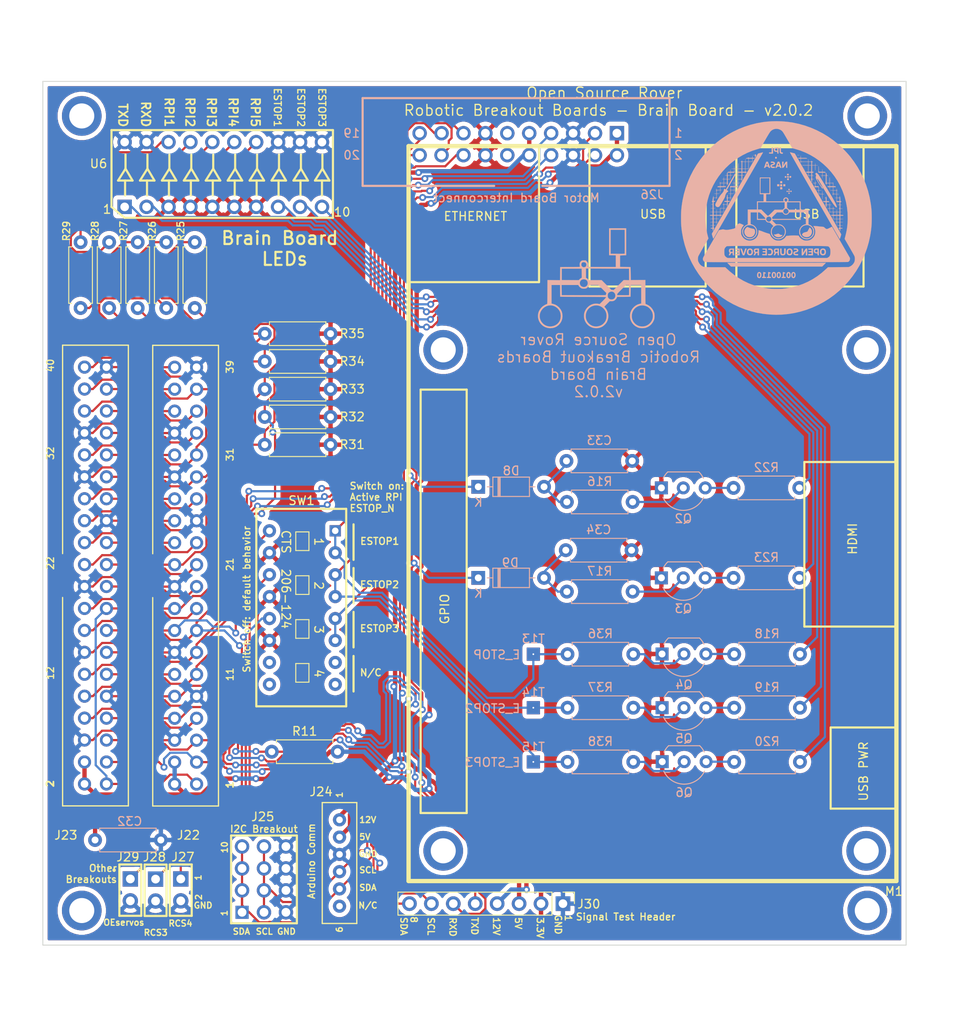
<source format=kicad_pcb>
(kicad_pcb (version 20171130) (host pcbnew "(5.1.10-1-10_14)")
  (layers (0 F.Cu signal) (31 B.Cu signal) (34 B.Paste user) (35 F.Paste user) (36 B.SilkS user) (37 F.SilkS user) (38 B.Mask user hide) (39 F.Mask user hide) (44 Edge.Cuts user))
  (net 0 "")
  (net 1 "Net-(J24-Pad6)")
  (net 2 +5V_brain)
  (net 3 GND_brain)
  (net 4 "Net-(C34-Pad2)")
  (net 5 +3.3V_brain)
  (net 6 "Net-(C33-Pad2)")
  (net 7 "/Brain Board/E_STOP3")
  (net 8 "/Brain Board/E_STOP2")
  (net 9 "/Brain Board/E_STOP")
  (net 10 "Net-(Q3-Pad2)")
  (net 11 "Net-(Q2-Pad2)")
  (net 12 "/Brain Board/RXD")
  (net 13 "/Brain Board/SDA_rpi")
  (net 14 "/Brain Board/SCL_rpi")
  (net 15 "/Brain Board/TXD")
  (net 16 "/Brain Board/OEservos")
  (net 17 "/Brain Board/alert")
  (net 18 +12V_brain)
  (net 19 "Net-(J26-Pad11)")
  (net 20 "Net-(J26-Pad12)")
  (net 21 "Net-(SW1-Pad16)")
  (net 22 "Net-(SW1-Pad15)")
  (net 23 "Net-(SW1-Pad14)")
  (net 24 "Net-(SW1-Pad13)")
  (net 25 "/Brain Board/ESTOP_LED_3")
  (net 26 "/Brain Board/ESTOP_LED_2")
  (net 27 "/Brain Board/ESTOP_LED_1")
  (net 28 "/Brain Board/RXD_LED")
  (net 29 "/Brain Board/TXD_LED")
  (net 30 "/Brain Board/12V_EN")
  (net 31 "/Brain Board/RPI_LED_1")
  (net 32 "/Brain Board/RPI_LED_3")
  (net 33 "/Brain Board/RPI_LED_4")
  (net 34 "/Brain Board/RPI_LED_2")
  (net 35 "Net-(Q2-Pad3)")
  (net 36 "Net-(Q3-Pad3)")
  (net 37 "/Brain Board/X_RPI_GPIO_GCLK")
  (net 38 "/Brain Board/X_RPI_GPIO_GEN1")
  (net 39 "/Brain Board/X_RPI_SPI_MOSI")
  (net 40 "/Brain Board/X_RPI_SPI_MISO")
  (net 41 "/Brain Board/X_RPI_SPI_CLK")
  (net 42 "/Brain Board/X_RPI_SPI_CE0_N")
  (net 43 "/Brain Board/X_RPI_SPI_CE1_N")
  (net 44 "/Brain Board/X_RPI_EEPROM_IDSD")
  (net 45 "/Brain Board/X_RPI_EEPROM_IDSC")
  (net 46 "/Brain Board/X_RPI_GPIO12")
  (net 47 "/Brain Board/X_RPI_GPIO13")
  (net 48 "/Brain Board/X_RPI_GPIO19")
  (net 49 "/Brain Board/X_RPI_GPIO16")
  (net 50 "/Brain Board/X_RPI_GPIO20")
  (net 51 "/Brain Board/X_RPI_GPIO21")
  (net 52 "/Brain Board/3.3V_rpi")
  (net 53 "/Brain Board/ESTOP_in_1_pi")
  (net 54 "/Brain Board/RPI_LED_5")
  (net 55 "/Brain Board/ESTOP_in_2")
  (net 56 "/Brain Board/ESTOP_in_3")
  (net 57 "Net-(Q4-Pad3)")
  (net 58 "Net-(Q4-Pad2)")
  (net 59 "Net-(Q5-Pad3)")
  (net 60 "Net-(Q5-Pad2)")
  (net 61 "Net-(Q6-Pad3)")
  (net 62 "Net-(Q6-Pad2)")
  (net 63 "Net-(R25-Pad2)")
  (net 64 "Net-(R26-Pad2)")
  (net 65 "Net-(R27-Pad2)")
  (net 66 "Net-(R28-Pad2)")
  (net 67 "Net-(R29-Pad2)")
  (module Package_TO_SOT_THT:TO-92_Inline_Wide (layer B.Cu) (at 132.431883 -150.3934)
    (fp_text reference Q6 (at 2.54 3.56) (layer B.SilkS) (effects (justify mirror)))
    (fp_text value 2N3906)
    (pad 1 thru_hole rect (at 0 0) (size 1.5 1.5) (drill 0.8) (layers *.Cu *.Mask) (net 5 +3.3V_brain))
    (pad 3 thru_hole circle (at 5.08 0) (size 1.5 1.5) (drill 0.8) (layers *.Cu *.Mask) (net 61 "Net-(Q6-Pad3)"))
    (pad 2 thru_hole circle (at 2.54 0) (size 1.5 1.5) (drill 0.8) (layers *.Cu *.Mask) (net 62 "Net-(Q6-Pad2)"))
  )
  (module Package_TO_SOT_THT:TO-92_Inline_Wide (layer B.Cu) (at 132.4102 -156.6418)
    (fp_text reference Q5 (at 2.54 3.56) (layer B.SilkS) (effects (justify mirror)))
    (fp_text value 2N3906)
    (pad 1 thru_hole rect (at 0 0) (size 1.5 1.5) (drill 0.8) (layers *.Cu *.Mask) (net 5 +3.3V_brain))
    (pad 3 thru_hole circle (at 5.08 0) (size 1.5 1.5) (drill 0.8) (layers *.Cu *.Mask) (net 59 "Net-(Q5-Pad3)"))
    (pad 2 thru_hole circle (at 2.54 0) (size 1.5 1.5) (drill 0.8) (layers *.Cu *.Mask) (net 60 "Net-(Q5-Pad2)"))
  )
  (module Package_TO_SOT_THT:TO-92_Inline_Wide (layer B.Cu) (at 132.4102 -162.8648)
    (fp_text reference Q4 (at 2.54 3.56) (layer B.SilkS) (effects (justify mirror)))
    (fp_text value 2N3906)
    (pad 1 thru_hole rect (at 0 0) (size 1.5 1.5) (drill 0.8) (layers *.Cu *.Mask) (net 5 +3.3V_brain))
    (pad 3 thru_hole circle (at 5.08 0) (size 1.5 1.5) (drill 0.8) (layers *.Cu *.Mask) (net 57 "Net-(Q4-Pad3)"))
    (pad 2 thru_hole circle (at 2.54 0) (size 1.5 1.5) (drill 0.8) (layers *.Cu *.Mask) (net 58 "Net-(Q4-Pad2)"))
  )
  (module Package_TO_SOT_THT:TO-92_Inline_Wide (layer B.Cu) (at 132.334 -171.6786)
    (fp_text reference Q3 (at 2.54 3.56) (layer B.SilkS) (effects (justify mirror)))
    (fp_text value 2N3906)
    (pad 1 thru_hole rect (at 0 0) (size 1.5 1.5) (drill 0.8) (layers *.Cu *.Mask) (net 5 +3.3V_brain))
    (pad 3 thru_hole circle (at 5.08 0) (size 1.5 1.5) (drill 0.8) (layers *.Cu *.Mask) (net 36 "Net-(Q3-Pad3)"))
    (pad 2 thru_hole circle (at 2.54 0) (size 1.5 1.5) (drill 0.8) (layers *.Cu *.Mask) (net 10 "Net-(Q3-Pad2)"))
  )
  (module Package_TO_SOT_THT:TO-92_Inline_Wide (layer B.Cu) (at 132.334 -182.0926)
    (fp_text reference Q2 (at 2.54 3.56) (layer B.SilkS) (effects (justify mirror)))
    (fp_text value 2N3906)
    (pad 1 thru_hole rect (at 0 0) (size 1.5 1.5) (drill 0.8) (layers *.Cu *.Mask) (net 5 +3.3V_brain))
    (pad 3 thru_hole circle (at 5.08 0) (size 1.5 1.5) (drill 0.8) (layers *.Cu *.Mask) (net 35 "Net-(Q2-Pad3)"))
    (pad 2 thru_hole circle (at 2.54 0) (size 1.5 1.5) (drill 0.8) (layers *.Cu *.Mask) (net 11 "Net-(Q2-Pad2)"))
  )
  (module "JPL Robotics:rover_image" (layer B.Cu) (at 124.333 -205.8416 180)
    (fp_text reference y2 hide)
    (fp_text value rover_silkscreen hide)
  )
  (module "JPL Robotics:patch_logo_scaled" (layer B.Cu) (at 145.669 -213.36 180)
    (fp_text reference LOGO2 hide)
    (fp_text value patch_silkscreen hide)
  )
  (module "JPL Robotics:S9175-ND" (layer F.Cu) (at 78.486 -147.8026 90)
    (fp_text reference J22 (at -5.9182 -0.9398 180) (layer F.SilkS))
    (fp_text value S9175-ND_rpi_breakout)
    (pad 1 thru_hole circle (at 0 0 90) (size 1.524 1.524) (drill 0.9) (layers *.Cu *.Mask) (net 52 "/Brain Board/3.3V_rpi"))
    (pad 2 thru_hole circle (at 0 -2.54 90) (size 1.524 1.524) (drill 0.9) (layers *.Cu *.Mask) (net 2 +5V_brain))
    (pad 3 thru_hole circle (at 2.54 0 90) (size 1.524 1.524) (drill 0.9) (layers *.Cu *.Mask) (net 13 "/Brain Board/SDA_rpi"))
    (pad 4 thru_hole circle (at 2.54 -2.54 90) (size 1.524 1.524) (drill 0.9) (layers *.Cu *.Mask) (net 2 +5V_brain))
    (pad 5 thru_hole circle (at 5.08 0 90) (size 1.524 1.524) (drill 0.9) (layers *.Cu *.Mask) (net 14 "/Brain Board/SCL_rpi"))
    (pad 6 thru_hole circle (at 5.08 -2.54 90) (size 1.524 1.524) (drill 0.9) (layers *.Cu *.Mask) (net 3 GND_brain))
    (pad 7 thru_hole circle (at 7.62 0 90) (size 1.524 1.524) (drill 0.9) (layers *.Cu *.Mask) (net 37 "/Brain Board/X_RPI_GPIO_GCLK"))
    (pad 8 thru_hole circle (at 7.62 -2.54 90) (size 1.524 1.524) (drill 0.9) (layers *.Cu *.Mask) (net 15 "/Brain Board/TXD"))
    (pad 9 thru_hole circle (at 10.16 0 90) (size 1.524 1.524) (drill 0.9) (layers *.Cu *.Mask) (net 3 GND_brain))
    (pad 10 thru_hole circle (at 10.16 -2.54 90) (size 1.524 1.524) (drill 0.9) (layers *.Cu *.Mask) (net 12 "/Brain Board/RXD"))
    (pad 11 thru_hole circle (at 12.7 0 90) (size 1.524 1.524) (drill 0.9) (layers *.Cu *.Mask) (net 54 "/Brain Board/RPI_LED_5"))
    (pad 12 thru_hole circle (at 12.7 -2.54 90) (size 1.524 1.524) (drill 0.9) (layers *.Cu *.Mask) (net 38 "/Brain Board/X_RPI_GPIO_GEN1"))
    (pad 13 thru_hole circle (at 15.24 0 90) (size 1.524 1.524) (drill 0.9) (layers *.Cu *.Mask) (net 17 "/Brain Board/alert"))
    (pad 14 thru_hole circle (at 15.24 -2.54 90) (size 1.524 1.524) (drill 0.9) (layers *.Cu *.Mask) (net 3 GND_brain))
    (pad 15 thru_hole circle (at 17.78 0 90) (size 1.524 1.524) (drill 0.9) (layers *.Cu *.Mask) (net 16 "/Brain Board/OEservos"))
    (pad 16 thru_hole circle (at 17.78 -2.54 90) (size 1.524 1.524) (drill 0.9) (layers *.Cu *.Mask) (net 53 "/Brain Board/ESTOP_in_1_pi"))
    (pad 17 thru_hole circle (at 20.32 0 90) (size 1.524 1.524) (drill 0.9) (layers *.Cu *.Mask) (net 52 "/Brain Board/3.3V_rpi"))
    (pad 18 thru_hole circle (at 20.32 -2.54 90) (size 1.524 1.524) (drill 0.9) (layers *.Cu *.Mask) (net 30 "/Brain Board/12V_EN"))
    (pad 19 thru_hole circle (at 22.86 0 90) (size 1.524 1.524) (drill 0.9) (layers *.Cu *.Mask) (net 39 "/Brain Board/X_RPI_SPI_MOSI"))
    (pad 20 thru_hole circle (at 22.86 -2.54 90) (size 1.524 1.524) (drill 0.9) (layers *.Cu *.Mask) (net 3 GND_brain))
    (pad 21 thru_hole circle (at 25.4 0 90) (size 1.524 1.524) (drill 0.9) (layers *.Cu *.Mask) (net 40 "/Brain Board/X_RPI_SPI_MISO"))
    (pad 22 thru_hole circle (at 25.4 -2.54 90) (size 1.524 1.524) (drill 0.9) (layers *.Cu *.Mask) (net 31 "/Brain Board/RPI_LED_1"))
    (pad 23 thru_hole circle (at 27.94 0 90) (size 1.524 1.524) (drill 0.9) (layers *.Cu *.Mask) (net 41 "/Brain Board/X_RPI_SPI_CLK"))
    (pad 24 thru_hole circle (at 27.94 -2.54 90) (size 1.524 1.524) (drill 0.9) (layers *.Cu *.Mask) (net 42 "/Brain Board/X_RPI_SPI_CE0_N"))
    (pad 25 thru_hole circle (at 30.48 0 90) (size 1.524 1.524) (drill 0.9) (layers *.Cu *.Mask) (net 3 GND_brain))
    (pad 26 thru_hole circle (at 30.48 -2.54 90) (size 1.524 1.524) (drill 0.9) (layers *.Cu *.Mask) (net 43 "/Brain Board/X_RPI_SPI_CE1_N"))
    (pad 27 thru_hole circle (at 33.02 0 90) (size 1.524 1.524) (drill 0.9) (layers *.Cu *.Mask) (net 44 "/Brain Board/X_RPI_EEPROM_IDSD"))
    (pad 28 thru_hole circle (at 33.02 -2.54 90) (size 1.524 1.524) (drill 0.9) (layers *.Cu *.Mask) (net 45 "/Brain Board/X_RPI_EEPROM_IDSC"))
    (pad 29 thru_hole circle (at 35.56 0 90) (size 1.524 1.524) (drill 0.9) (layers *.Cu *.Mask) (net 32 "/Brain Board/RPI_LED_3"))
    (pad 30 thru_hole circle (at 35.56 -2.54 90) (size 1.524 1.524) (drill 0.9) (layers *.Cu *.Mask) (net 3 GND_brain))
    (pad 31 thru_hole circle (at 38.1 0 90) (size 1.524 1.524) (drill 0.9) (layers *.Cu *.Mask) (net 33 "/Brain Board/RPI_LED_4"))
    (pad 32 thru_hole circle (at 38.1 -2.54 90) (size 1.524 1.524) (drill 0.9) (layers *.Cu *.Mask) (net 46 "/Brain Board/X_RPI_GPIO12"))
    (pad 33 thru_hole circle (at 40.64 0 90) (size 1.524 1.524) (drill 0.9) (layers *.Cu *.Mask) (net 47 "/Brain Board/X_RPI_GPIO13"))
    (pad 34 thru_hole circle (at 40.64 -2.54 90) (size 1.524 1.524) (drill 0.9) (layers *.Cu *.Mask) (net 3 GND_brain))
    (pad 35 thru_hole circle (at 43.18 0 90) (size 1.524 1.524) (drill 0.9) (layers *.Cu *.Mask) (net 48 "/Brain Board/X_RPI_GPIO19"))
    (pad 36 thru_hole circle (at 43.18 -2.54 90) (size 1.524 1.524) (drill 0.9) (layers *.Cu *.Mask) (net 49 "/Brain Board/X_RPI_GPIO16"))
    (pad 37 thru_hole circle (at 45.72 0 90) (size 1.524 1.524) (drill 0.9) (layers *.Cu *.Mask) (net 34 "/Brain Board/RPI_LED_2"))
    (pad 38 thru_hole circle (at 45.72 -2.54 90) (size 1.524 1.524) (drill 0.9) (layers *.Cu *.Mask) (net 50 "/Brain Board/X_RPI_GPIO20"))
    (pad 39 thru_hole circle (at 48.26 0 90) (size 1.524 1.524) (drill 0.9) (layers *.Cu *.Mask) (net 3 GND_brain))
    (pad 40 thru_hole circle (at 48.26 -2.54 90) (size 1.524 1.524) (drill 0.9) (layers *.Cu *.Mask) (net 51 "/Brain Board/X_RPI_GPIO21"))
  )
  (module "JPL Robotics:S9175-ND" (layer F.Cu) (at 68.045 -147.8169 90)
    (fp_text reference J23 (at -5.9325 -4.6974 180) (layer F.SilkS))
    (fp_text value S9175-ND_rpi_breakout)
    (pad 1 thru_hole circle (at 0 0 90) (size 1.524 1.524) (drill 0.9) (layers *.Cu *.Mask) (net 52 "/Brain Board/3.3V_rpi"))
    (pad 2 thru_hole circle (at 0 -2.54 90) (size 1.524 1.524) (drill 0.9) (layers *.Cu *.Mask) (net 2 +5V_brain))
    (pad 3 thru_hole circle (at 2.54 0 90) (size 1.524 1.524) (drill 0.9) (layers *.Cu *.Mask) (net 13 "/Brain Board/SDA_rpi"))
    (pad 4 thru_hole circle (at 2.54 -2.54 90) (size 1.524 1.524) (drill 0.9) (layers *.Cu *.Mask) (net 2 +5V_brain))
    (pad 5 thru_hole circle (at 5.08 0 90) (size 1.524 1.524) (drill 0.9) (layers *.Cu *.Mask) (net 14 "/Brain Board/SCL_rpi"))
    (pad 6 thru_hole circle (at 5.08 -2.54 90) (size 1.524 1.524) (drill 0.9) (layers *.Cu *.Mask) (net 3 GND_brain))
    (pad 7 thru_hole circle (at 7.62 0 90) (size 1.524 1.524) (drill 0.9) (layers *.Cu *.Mask) (net 37 "/Brain Board/X_RPI_GPIO_GCLK"))
    (pad 8 thru_hole circle (at 7.62 -2.54 90) (size 1.524 1.524) (drill 0.9) (layers *.Cu *.Mask) (net 15 "/Brain Board/TXD"))
    (pad 9 thru_hole circle (at 10.16 0 90) (size 1.524 1.524) (drill 0.9) (layers *.Cu *.Mask) (net 3 GND_brain))
    (pad 10 thru_hole circle (at 10.16 -2.54 90) (size 1.524 1.524) (drill 0.9) (layers *.Cu *.Mask) (net 12 "/Brain Board/RXD"))
    (pad 11 thru_hole circle (at 12.7 0 90) (size 1.524 1.524) (drill 0.9) (layers *.Cu *.Mask) (net 54 "/Brain Board/RPI_LED_5"))
    (pad 12 thru_hole circle (at 12.7 -2.54 90) (size 1.524 1.524) (drill 0.9) (layers *.Cu *.Mask) (net 38 "/Brain Board/X_RPI_GPIO_GEN1"))
    (pad 13 thru_hole circle (at 15.24 0 90) (size 1.524 1.524) (drill 0.9) (layers *.Cu *.Mask) (net 17 "/Brain Board/alert"))
    (pad 14 thru_hole circle (at 15.24 -2.54 90) (size 1.524 1.524) (drill 0.9) (layers *.Cu *.Mask) (net 3 GND_brain))
    (pad 15 thru_hole circle (at 17.78 0 90) (size 1.524 1.524) (drill 0.9) (layers *.Cu *.Mask) (net 16 "/Brain Board/OEservos"))
    (pad 16 thru_hole circle (at 17.78 -2.54 90) (size 1.524 1.524) (drill 0.9) (layers *.Cu *.Mask) (net 53 "/Brain Board/ESTOP_in_1_pi"))
    (pad 17 thru_hole circle (at 20.32 0 90) (size 1.524 1.524) (drill 0.9) (layers *.Cu *.Mask) (net 52 "/Brain Board/3.3V_rpi"))
    (pad 18 thru_hole circle (at 20.32 -2.54 90) (size 1.524 1.524) (drill 0.9) (layers *.Cu *.Mask) (net 30 "/Brain Board/12V_EN"))
    (pad 19 thru_hole circle (at 22.86 0 90) (size 1.524 1.524) (drill 0.9) (layers *.Cu *.Mask) (net 39 "/Brain Board/X_RPI_SPI_MOSI"))
    (pad 20 thru_hole circle (at 22.86 -2.54 90) (size 1.524 1.524) (drill 0.9) (layers *.Cu *.Mask) (net 3 GND_brain))
    (pad 21 thru_hole circle (at 25.4 0 90) (size 1.524 1.524) (drill 0.9) (layers *.Cu *.Mask) (net 40 "/Brain Board/X_RPI_SPI_MISO"))
    (pad 22 thru_hole circle (at 25.4 -2.54 90) (size 1.524 1.524) (drill 0.9) (layers *.Cu *.Mask) (net 31 "/Brain Board/RPI_LED_1"))
    (pad 23 thru_hole circle (at 27.94 0 90) (size 1.524 1.524) (drill 0.9) (layers *.Cu *.Mask) (net 41 "/Brain Board/X_RPI_SPI_CLK"))
    (pad 24 thru_hole circle (at 27.94 -2.54 90) (size 1.524 1.524) (drill 0.9) (layers *.Cu *.Mask) (net 42 "/Brain Board/X_RPI_SPI_CE0_N"))
    (pad 25 thru_hole circle (at 30.48 0 90) (size 1.524 1.524) (drill 0.9) (layers *.Cu *.Mask) (net 3 GND_brain))
    (pad 26 thru_hole circle (at 30.48 -2.54 90) (size 1.524 1.524) (drill 0.9) (layers *.Cu *.Mask) (net 43 "/Brain Board/X_RPI_SPI_CE1_N"))
    (pad 27 thru_hole circle (at 33.02 0 90) (size 1.524 1.524) (drill 0.9) (layers *.Cu *.Mask) (net 44 "/Brain Board/X_RPI_EEPROM_IDSD"))
    (pad 28 thru_hole circle (at 33.02 -2.54 90) (size 1.524 1.524) (drill 0.9) (layers *.Cu *.Mask) (net 45 "/Brain Board/X_RPI_EEPROM_IDSC"))
    (pad 29 thru_hole circle (at 35.56 0 90) (size 1.524 1.524) (drill 0.9) (layers *.Cu *.Mask) (net 32 "/Brain Board/RPI_LED_3"))
    (pad 30 thru_hole circle (at 35.56 -2.54 90) (size 1.524 1.524) (drill 0.9) (layers *.Cu *.Mask) (net 3 GND_brain))
    (pad 31 thru_hole circle (at 38.1 0 90) (size 1.524 1.524) (drill 0.9) (layers *.Cu *.Mask) (net 33 "/Brain Board/RPI_LED_4"))
    (pad 32 thru_hole circle (at 38.1 -2.54 90) (size 1.524 1.524) (drill 0.9) (layers *.Cu *.Mask) (net 46 "/Brain Board/X_RPI_GPIO12"))
    (pad 33 thru_hole circle (at 40.64 0 90) (size 1.524 1.524) (drill 0.9) (layers *.Cu *.Mask) (net 47 "/Brain Board/X_RPI_GPIO13"))
    (pad 34 thru_hole circle (at 40.64 -2.54 90) (size 1.524 1.524) (drill 0.9) (layers *.Cu *.Mask) (net 3 GND_brain))
    (pad 35 thru_hole circle (at 43.18 0 90) (size 1.524 1.524) (drill 0.9) (layers *.Cu *.Mask) (net 48 "/Brain Board/X_RPI_GPIO19"))
    (pad 36 thru_hole circle (at 43.18 -2.54 90) (size 1.524 1.524) (drill 0.9) (layers *.Cu *.Mask) (net 49 "/Brain Board/X_RPI_GPIO16"))
    (pad 37 thru_hole circle (at 45.72 0 90) (size 1.524 1.524) (drill 0.9) (layers *.Cu *.Mask) (net 34 "/Brain Board/RPI_LED_2"))
    (pad 38 thru_hole circle (at 45.72 -2.54 90) (size 1.524 1.524) (drill 0.9) (layers *.Cu *.Mask) (net 50 "/Brain Board/X_RPI_GPIO20"))
    (pad 39 thru_hole circle (at 48.26 0 90) (size 1.524 1.524) (drill 0.9) (layers *.Cu *.Mask) (net 3 GND_brain))
    (pad 40 thru_hole circle (at 48.26 -2.54 90) (size 1.524 1.524) (drill 0.9) (layers *.Cu *.Mask) (net 51 "/Brain Board/X_RPI_GPIO21"))
  )
  (module "JPL Robotics:DC7G3HWA_led_array" (layer F.Cu) (at 93.0148 -214.63 180)
    (fp_text reference U6 (at 25.8826 5.0038 180) (layer F.SilkS))
    (fp_text value DC7G3HWA)
    (fp_text user 1 (at 24.892 -0.2794) (layer F.SilkS))
    (fp_text user 10 (at -2.3368 -0.6096) (layer F.SilkS))
    (pad 20 thru_hole circle (at 22.86 7.5 180) (size 1.67 1.67) (drill 1) (layers *.Cu *.Mask) (net 3 GND_brain))
    (pad 19 thru_hole circle (at 20.32 7.5 180) (size 1.67 1.67) (drill 1) (layers *.Cu *.Mask) (net 3 GND_brain))
    (pad 18 thru_hole circle (at 17.78 7.5 180) (size 1.67 1.67) (drill 1) (layers *.Cu *.Mask) (net 63 "Net-(R25-Pad2)"))
    (pad 17 thru_hole circle (at 15.24 7.5 180) (size 1.67 1.67) (drill 1) (layers *.Cu *.Mask) (net 64 "Net-(R26-Pad2)"))
    (pad 16 thru_hole circle (at 12.7 7.5 180) (size 1.67 1.67) (drill 1) (layers *.Cu *.Mask) (net 65 "Net-(R27-Pad2)"))
    (pad 15 thru_hole circle (at 10.16 7.5 180) (size 1.67 1.67) (drill 1) (layers *.Cu *.Mask) (net 66 "Net-(R28-Pad2)"))
    (pad 14 thru_hole circle (at 7.62 7.5 180) (size 1.67 1.67) (drill 1) (layers *.Cu *.Mask) (net 67 "Net-(R29-Pad2)"))
    (pad 13 thru_hole circle (at 5.08 7.5 180) (size 1.67 1.67) (drill 1) (layers *.Cu *.Mask) (net 3 GND_brain))
    (pad 12 thru_hole circle (at 2.54 7.5 180) (size 1.67 1.67) (drill 1) (layers *.Cu *.Mask) (net 3 GND_brain))
    (pad 11 thru_hole circle (at 0 7.5 180) (size 1.67 1.67) (drill 1) (layers *.Cu *.Mask) (net 3 GND_brain))
    (pad 1 thru_hole rect (at 22.86 0 180) (size 1.67 1.67) (drill 1) (layers *.Cu *.Mask) (net 29 "/Brain Board/TXD_LED"))
    (pad 2 thru_hole circle (at 20.32 0 180) (size 1.67 1.67) (drill 1) (layers *.Cu *.Mask) (net 28 "/Brain Board/RXD_LED"))
    (pad 3 thru_hole circle (at 17.78 0 180) (size 1.67 1.67) (drill 1) (layers *.Cu *.Mask) (net 5 +3.3V_brain))
    (pad 4 thru_hole circle (at 15.24 0 180) (size 1.67 1.67) (drill 1) (layers *.Cu *.Mask) (net 5 +3.3V_brain))
    (pad 5 thru_hole circle (at 12.7 0 180) (size 1.67 1.67) (drill 1) (layers *.Cu *.Mask) (net 5 +3.3V_brain))
    (pad 6 thru_hole circle (at 10.16 0 180) (size 1.67 1.67) (drill 1) (layers *.Cu *.Mask) (net 5 +3.3V_brain))
    (pad 7 thru_hole circle (at 7.62 0 180) (size 1.67 1.67) (drill 1) (layers *.Cu *.Mask) (net 5 +3.3V_brain))
    (pad 8 thru_hole circle (at 5.08 0 180) (size 1.67 1.67) (drill 1) (layers *.Cu *.Mask) (net 27 "/Brain Board/ESTOP_LED_1"))
    (pad 9 thru_hole circle (at 2.54 0 180) (size 1.67 1.67) (drill 1) (layers *.Cu *.Mask) (net 26 "/Brain Board/ESTOP_LED_2"))
    (pad 10 thru_hole circle (at 0 0 180) (size 1.67 1.67) (drill 1) (layers *.Cu *.Mask) (net 25 "/Brain Board/ESTOP_LED_3"))
  )
  (module "JPL Robotics:brain_board_mounting_hole" (layer F.Cu) (at 65.1866 -133.1588)
    (fp_text reference MH16 hide)
    (fp_text value brain_board_mounting_hole hide)
    (pad "" np_thru_hole circle (at 0 0) (size 4.6 4.6) (drill 2.9) (layers *.Cu *.Mask))
  )
  (module "JPL Robotics:brain_board_mounting_hole" (layer F.Cu) (at 156.1866 -133.1588)
    (fp_text reference MH15 hide)
    (fp_text value brain_board_mounting_hole hide)
    (pad "" np_thru_hole circle (at 0 0) (size 4.6 4.6) (drill 2.9) (layers *.Cu *.Mask))
  )
  (module "JPL Robotics:brain_board_mounting_hole" (layer F.Cu) (at 156.1866 -225.1588)
    (fp_text reference MH14 hide)
    (fp_text value brain_board_mounting_hole hide)
    (pad "" np_thru_hole circle (at 0 0) (size 4.6 4.6) (drill 2.9) (layers *.Cu *.Mask))
  )
  (module "JPL Robotics:brain_board_mounting_hole" (layer F.Cu) (at 65.1866 -225.1588)
    (fp_text reference MH13 hide)
    (fp_text value brain_board_mounting_hole hide)
    (pad "" np_thru_hole circle (at 0 0) (size 4.6 4.6) (drill 2.9) (layers *.Cu *.Mask))
  )
  (module Resistor_THT:R_Axial_DIN0207_L6.3mm_D2.5mm_P7.62mm_Horizontal (layer B.Cu) (at 129.079083 -150.368 180)
    (fp_text reference R38 (at 3.81 2.37) (layer B.SilkS) (effects (justify mirror)))
    (fp_text value 10k)
    (pad 1 thru_hole circle (at 0 0 180) (size 1.6 1.6) (drill 0.8) (layers *.Cu *.Mask) (net 62 "Net-(Q6-Pad2)"))
    (pad 2 thru_hole oval (at 7.62 0 180) (size 1.6 1.6) (drill 0.8) (layers *.Cu *.Mask) (net 7 "/Brain Board/E_STOP3"))
  )
  (module Resistor_THT:R_Axial_DIN0207_L6.3mm_D2.5mm_P7.62mm_Horizontal (layer B.Cu) (at 129.079083 -156.6418 180)
    (fp_text reference R37 (at 3.81 2.37) (layer B.SilkS) (effects (justify mirror)))
    (fp_text value 10k)
    (pad 1 thru_hole circle (at 0 0 180) (size 1.6 1.6) (drill 0.8) (layers *.Cu *.Mask) (net 60 "Net-(Q5-Pad2)"))
    (pad 2 thru_hole oval (at 7.62 0 180) (size 1.6 1.6) (drill 0.8) (layers *.Cu *.Mask) (net 8 "/Brain Board/E_STOP2"))
  )
  (module Resistor_THT:R_Axial_DIN0207_L6.3mm_D2.5mm_P7.62mm_Horizontal (layer B.Cu) (at 129.079083 -162.8394 180)
    (fp_text reference R36 (at 3.81 2.37) (layer B.SilkS) (effects (justify mirror)))
    (fp_text value 10k)
    (pad 1 thru_hole circle (at 0 0 180) (size 1.6 1.6) (drill 0.8) (layers *.Cu *.Mask) (net 58 "Net-(Q4-Pad2)"))
    (pad 2 thru_hole oval (at 7.62 0 180) (size 1.6 1.6) (drill 0.8) (layers *.Cu *.Mask) (net 9 "/Brain Board/E_STOP"))
  )
  (module Resistor_THT:R_Axial_DIN0207_L6.3mm_D2.5mm_P7.62mm_Horizontal (layer F.Cu) (at 86.3854 -199.9488)
    (fp_text reference R35 (at 10.1346 -0.0078) (layer F.SilkS))
    (fp_text value 4.7k)
    (pad 1 thru_hole circle (at 0 0) (size 1.6 1.6) (drill 0.8) (layers *.Cu *.Mask) (net 34 "/Brain Board/RPI_LED_2"))
    (pad 2 thru_hole oval (at 7.62 0) (size 1.6 1.6) (drill 0.8) (layers *.Cu *.Mask) (net 5 +3.3V_brain))
  )
  (module Resistor_THT:R_Axial_DIN0207_L6.3mm_D2.5mm_P7.62mm_Horizontal (layer F.Cu) (at 86.3854 -196.7357)
    (fp_text reference R34 (at 10.1346 -0.0078) (layer F.SilkS))
    (fp_text value 4.7k)
    (pad 1 thru_hole circle (at 0 0) (size 1.6 1.6) (drill 0.8) (layers *.Cu *.Mask) (net 33 "/Brain Board/RPI_LED_4"))
    (pad 2 thru_hole oval (at 7.62 0) (size 1.6 1.6) (drill 0.8) (layers *.Cu *.Mask) (net 5 +3.3V_brain))
  )
  (module Resistor_THT:R_Axial_DIN0207_L6.3mm_D2.5mm_P7.62mm_Horizontal (layer F.Cu) (at 86.3854 -193.5226)
    (fp_text reference R33 (at 10.1346 -0.0078) (layer F.SilkS))
    (fp_text value 4.7k)
    (pad 1 thru_hole circle (at 0 0) (size 1.6 1.6) (drill 0.8) (layers *.Cu *.Mask) (net 32 "/Brain Board/RPI_LED_3"))
    (pad 2 thru_hole oval (at 7.62 0) (size 1.6 1.6) (drill 0.8) (layers *.Cu *.Mask) (net 5 +3.3V_brain))
  )
  (module Resistor_THT:R_Axial_DIN0207_L6.3mm_D2.5mm_P7.62mm_Horizontal (layer F.Cu) (at 86.3854 -190.3095)
    (fp_text reference R32 (at 10.1346 -0.0078) (layer F.SilkS))
    (fp_text value 4.7k)
    (pad 1 thru_hole circle (at 0 0) (size 1.6 1.6) (drill 0.8) (layers *.Cu *.Mask) (net 54 "/Brain Board/RPI_LED_5"))
    (pad 2 thru_hole oval (at 7.62 0) (size 1.6 1.6) (drill 0.8) (layers *.Cu *.Mask) (net 5 +3.3V_brain))
  )
  (module Resistor_THT:R_Axial_DIN0207_L6.3mm_D2.5mm_P7.62mm_Horizontal (layer F.Cu) (at 86.3854 -187.0964)
    (fp_text reference R31 (at 10.1346 -0.0078) (layer F.SilkS))
    (fp_text value 4.7k)
    (pad 1 thru_hole circle (at 0 0) (size 1.6 1.6) (drill 0.8) (layers *.Cu *.Mask) (net 31 "/Brain Board/RPI_LED_1"))
    (pad 2 thru_hole oval (at 7.62 0) (size 1.6 1.6) (drill 0.8) (layers *.Cu *.Mask) (net 5 +3.3V_brain))
  )
  (module Resistor_THT:R_Axial_DIN0207_L6.3mm_D2.5mm_P7.62mm_Horizontal (layer F.Cu) (at 65.0494 -202.9206 90)
    (fp_text reference R29 (at 8.9154 -1.6334 90) (layer F.SilkS) (effects (font (size 0.8 0.8))))
    (fp_text value 82)
    (pad 1 thru_hole circle (at 0 0 90) (size 1.6 1.6) (drill 0.8) (layers *.Cu *.Mask) (net 54 "/Brain Board/RPI_LED_5"))
    (pad 2 thru_hole oval (at 7.62 0 90) (size 1.6 1.6) (drill 0.8) (layers *.Cu *.Mask) (net 67 "Net-(R29-Pad2)"))
  )
  (module Resistor_THT:R_Axial_DIN0207_L6.3mm_D2.5mm_P7.62mm_Horizontal (layer B.Cu) (at 148.3868 -150.368 180)
    (fp_text reference R20 (at 3.81 2.37) (layer B.SilkS) (effects (justify mirror)))
    (fp_text value 68)
    (pad 1 thru_hole circle (at 0 0 180) (size 1.6 1.6) (drill 0.8) (layers *.Cu *.Mask) (net 25 "/Brain Board/ESTOP_LED_3"))
    (pad 2 thru_hole oval (at 7.62 0 180) (size 1.6 1.6) (drill 0.8) (layers *.Cu *.Mask) (net 61 "Net-(Q6-Pad3)"))
  )
  (module Resistor_THT:R_Axial_DIN0207_L6.3mm_D2.5mm_P7.62mm_Horizontal (layer B.Cu) (at 148.3868 -156.6418 180)
    (fp_text reference R19 (at 3.81 2.37) (layer B.SilkS) (effects (justify mirror)))
    (fp_text value 68)
    (pad 1 thru_hole circle (at 0 0 180) (size 1.6 1.6) (drill 0.8) (layers *.Cu *.Mask) (net 26 "/Brain Board/ESTOP_LED_2"))
    (pad 2 thru_hole oval (at 7.62 0 180) (size 1.6 1.6) (drill 0.8) (layers *.Cu *.Mask) (net 59 "Net-(Q5-Pad3)"))
  )
  (module Resistor_THT:R_Axial_DIN0207_L6.3mm_D2.5mm_P7.62mm_Horizontal (layer F.Cu) (at 87.1982 -151.5491)
    (fp_text reference R11 (at 3.81 -2.37) (layer F.SilkS))
    (fp_text value 4.7k)
    (pad 1 thru_hole circle (at 0 0) (size 1.6 1.6) (drill 0.8) (layers *.Cu *.Mask) (net 12 "/Brain Board/RXD"))
    (pad 2 thru_hole oval (at 7.62 0) (size 1.6 1.6) (drill 0.8) (layers *.Cu *.Mask) (net 2 +5V_brain))
  )
  (module "JPL Robotics:PPTC021LFBN-RC" (layer F.Cu) (at 70.8136 -136.8187 270)
    (fp_text reference J29 (at -2.54 0.2778) (layer F.SilkS))
    (fp_text value PPTC021LFBN-RC)
    (pad 2 thru_hole circle (at 2.54 0 270) (size 1.778 1.778) (drill 1.016) (layers *.Cu *.Mask) (net 3 GND_brain))
    (pad 1 thru_hole rect (at 0 0 270) (size 1.778 1.778) (drill 1.016) (layers *.Cu *.Mask) (net 16 "/Brain Board/OEservos"))
  )
  (module "JPL Robotics:PPTC021LFBN-RC" (layer F.Cu) (at 73.737599 -136.801299 270)
    (fp_text reference J28 (at -2.557401 0.129999) (layer F.SilkS))
    (fp_text value PPTC021LFBN-RC)
    (pad 2 thru_hole circle (at 2.54 0 270) (size 1.778 1.778) (drill 1.016) (layers *.Cu *.Mask) (net 3 GND_brain))
    (pad 1 thru_hole rect (at 0 0 270) (size 1.778 1.778) (drill 1.016) (layers *.Cu *.Mask) (net 56 "/Brain Board/ESTOP_in_3"))
  )
  (module "JPL Robotics:PPTC021LFBN-RC" (layer F.Cu) (at 76.6556 -136.8187 270)
    (fp_text reference J27 (at -2.54 -0.2556) (layer F.SilkS))
    (fp_text value PPTC021LFBN-RC)
    (fp_text user 1 (at -0.1635 -2.032 90) (layer F.SilkS) (effects (font (size 0.7 0.7))))
    (fp_text user 2 (at 2.0971 -2.0844 90) (layer F.SilkS) (effects (font (size 0.7 0.7))))
    (pad 2 thru_hole circle (at 2.54 0 270) (size 1.778 1.778) (drill 1.016) (layers *.Cu *.Mask) (net 3 GND_brain))
    (pad 1 thru_hole rect (at 0 0 270) (size 1.778 1.778) (drill 1.016) (layers *.Cu *.Mask) (net 55 "/Brain Board/ESTOP_in_2"))
  )
  (module "JPL Robotics:WM6548-ND" (layer B.Cu) (at 127.1866 -223.1588 180)
    (fp_text reference J26 (at -4.064 -7.112) (layer B.SilkS) (effects (justify mirror)))
    (fp_text value WM6548-ND)
    (fp_text user 1 (at -7.112 0) (layer B.SilkS) (effects (justify mirror)))
    (fp_text user 2 (at -7.112 -2.54) (layer B.SilkS) (effects (justify mirror)))
    (fp_text user 19 (at 30.734 0) (layer B.SilkS) (effects (justify mirror)))
    (fp_text user 20 (at 30.734 -2.54) (layer B.SilkS) (effects (justify mirror)))
    (pad 1 thru_hole rect (at 0 0 180) (size 1.67 1.67) (drill 1.02) (layers *.Cu *.Mask) (net 2 +5V_brain))
    (pad 2 thru_hole circle (at 0 -2.54 180) (size 1.67 1.67) (drill 1.02) (layers *.Cu *.Mask) (net 2 +5V_brain))
    (pad 3 thru_hole circle (at 2.54 0 180) (size 1.67 1.67) (drill 1.02) (layers *.Cu *.Mask) (net 15 "/Brain Board/TXD"))
    (pad 4 thru_hole circle (at 2.54 -2.54 180) (size 1.67 1.67) (drill 1.02) (layers *.Cu *.Mask) (net 12 "/Brain Board/RXD"))
    (pad 5 thru_hole circle (at 5.08 0 180) (size 1.67 1.67) (drill 1.02) (layers *.Cu *.Mask) (net 3 GND_brain))
    (pad 6 thru_hole circle (at 5.08 -2.54 180) (size 1.67 1.67) (drill 1.02) (layers *.Cu *.Mask) (net 3 GND_brain))
    (pad 7 thru_hole circle (at 7.62 0 180) (size 1.67 1.67) (drill 1.02) (layers *.Cu *.Mask) (net 14 "/Brain Board/SCL_rpi"))
    (pad 8 thru_hole circle (at 7.62 -2.54 180) (size 1.67 1.67) (drill 1.02) (layers *.Cu *.Mask) (net 13 "/Brain Board/SDA_rpi"))
    (pad 9 thru_hole circle (at 10.16 0 180) (size 1.67 1.67) (drill 1.02) (layers *.Cu *.Mask) (net 18 +12V_brain))
    (pad 10 thru_hole circle (at 10.16 -2.54 180) (size 1.67 1.67) (drill 1.02) (layers *.Cu *.Mask) (net 18 +12V_brain))
    (pad 11 thru_hole circle (at 12.7 0 180) (size 1.67 1.67) (drill 1.02) (layers *.Cu *.Mask) (net 19 "Net-(J26-Pad11)"))
    (pad 12 thru_hole circle (at 12.7 -2.54 180) (size 1.67 1.67) (drill 1.02) (layers *.Cu *.Mask) (net 20 "Net-(J26-Pad12)"))
    (pad 13 thru_hole circle (at 15.24 0 180) (size 1.67 1.67) (drill 1.02) (layers *.Cu *.Mask) (net 5 +3.3V_brain))
    (pad 14 thru_hole circle (at 15.24 -2.54 180) (size 1.67 1.67) (drill 1.02) (layers *.Cu *.Mask) (net 5 +3.3V_brain))
    (pad 15 thru_hole circle (at 17.78 0 180) (size 1.67 1.67) (drill 1.02) (layers *.Cu *.Mask) (net 30 "/Brain Board/12V_EN"))
    (pad 16 thru_hole circle (at 17.78 -2.54 180) (size 1.67 1.67) (drill 1.02) (layers *.Cu *.Mask) (net 7 "/Brain Board/E_STOP3"))
    (pad 17 thru_hole circle (at 20.32 0 180) (size 1.67 1.67) (drill 1.02) (layers *.Cu *.Mask) (net 17 "/Brain Board/alert"))
    (pad 18 thru_hole circle (at 20.32 -2.54 180) (size 1.67 1.67) (drill 1.02) (layers *.Cu *.Mask) (net 16 "/Brain Board/OEservos"))
    (pad 19 thru_hole circle (at 22.86 0 180) (size 1.67 1.67) (drill 1.02) (layers *.Cu *.Mask) (net 9 "/Brain Board/E_STOP"))
    (pad 20 thru_hole circle (at 22.86 -2.54 180) (size 1.67 1.67) (drill 1.02) (layers *.Cu *.Mask) (net 8 "/Brain Board/E_STOP2"))
  )
  (module "JPL Robotics:455-1708-ND" (layer F.Cu) (at 95.0468 -143.6624 270)
    (fp_text reference J24 (at -3.2512 2.1336) (layer F.SilkS))
    (fp_text value 6posheader)
    (fp_text user 1 (at -2.8956 0 90) (layer F.SilkS) (effects (font (size 0.7 0.7))))
    (fp_text user 6 (at 12.7 0 90) (layer F.SilkS) (effects (font (size 0.7 0.7))))
    (pad 1 thru_hole circle (at 0 0 270) (size 1.524 1.524) (drill 0.762) (layers *.Cu *.Mask) (net 18 +12V_brain))
    (pad 2 thru_hole circle (at 2 0 270) (size 1.524 1.524) (drill 0.762) (layers *.Cu *.Mask) (net 2 +5V_brain))
    (pad 3 thru_hole circle (at 4 0 270) (size 1.524 1.524) (drill 0.762) (layers *.Cu *.Mask) (net 3 GND_brain))
    (pad 4 thru_hole circle (at 6 0 270) (size 1.524 1.524) (drill 0.762) (layers *.Cu *.Mask) (net 14 "/Brain Board/SCL_rpi"))
    (pad 5 thru_hole circle (at 8 0 270) (size 1.524 1.524) (drill 0.762) (layers *.Cu *.Mask) (net 13 "/Brain Board/SDA_rpi"))
    (pad 6 thru_hole circle (at 10 0 270) (size 1.524 1.524) (drill 0.762) (layers *.Cu *.Mask) (net 1 "Net-(J24-Pad6)"))
  )
  (module "JPL Robotics:SSW-104-01-F-T" (layer F.Cu) (at 83.7565 -132.9563 90)
    (fp_text reference J25 (at 11.0617 2.4003 180) (layer F.SilkS))
    (fp_text value SSW-104-01-F-T)
    (fp_text user 1 (at -0.0889 -2.0447 90) (layer F.SilkS) (effects (font (size 0.7 0.7))))
    (fp_text user 10 (at 7.5311 -2.0193 90) (layer F.SilkS) (effects (font (size 0.7 0.7))))
    (pad 2 thru_hole circle (at 0 2.54 90) (size 1.67 1.67) (drill 1.02) (layers *.Cu *.Mask) (net 14 "/Brain Board/SCL_rpi"))
    (pad 1 thru_hole rect (at 0 0 90) (size 1.524 1.524) (drill 1.02) (layers *.Cu *.Mask) (net 13 "/Brain Board/SDA_rpi"))
    (pad 3 thru_hole circle (at 0 5.08 90) (size 1.67 1.67) (drill 1.02) (layers *.Cu *.Mask) (net 3 GND_brain))
    (pad 4 thru_hole circle (at 2.54 0 90) (size 1.67 1.67) (drill 1.02) (layers *.Cu *.Mask) (net 13 "/Brain Board/SDA_rpi"))
    (pad 5 thru_hole circle (at 2.54 2.54 90) (size 1.67 1.67) (drill 1.02) (layers *.Cu *.Mask) (net 14 "/Brain Board/SCL_rpi"))
    (pad 6 thru_hole circle (at 2.54 5.08 90) (size 1.67 1.67) (drill 1.02) (layers *.Cu *.Mask) (net 3 GND_brain))
    (pad 7 thru_hole circle (at 5.08 0 90) (size 1.67 1.67) (drill 1.02) (layers *.Cu *.Mask) (net 13 "/Brain Board/SDA_rpi"))
    (pad 8 thru_hole circle (at 5.08 2.54 90) (size 1.67 1.67) (drill 1.02) (layers *.Cu *.Mask) (net 14 "/Brain Board/SCL_rpi"))
    (pad 9 thru_hole circle (at 5.08 5.08 90) (size 1.67 1.67) (drill 1.02) (layers *.Cu *.Mask) (net 3 GND_brain))
    (pad 10 thru_hole circle (at 7.62 0 90) (size 1.67 1.67) (drill 1.02) (layers *.Cu *.Mask) (net 13 "/Brain Board/SDA_rpi"))
    (pad 11 thru_hole circle (at 7.62 2.54 90) (size 1.67 1.67) (drill 1.02) (layers *.Cu *.Mask) (net 14 "/Brain Board/SCL_rpi"))
    (pad 12 thru_hole circle (at 7.62 5.08 90) (size 1.67 1.67) (drill 1.02) (layers *.Cu *.Mask) (net 3 GND_brain))
  )
  (module "JPL Robotics:test_point" (layer B.Cu) (at 117.5004 -150.368)
    (fp_text reference T15 (at 0 -1.7272) (layer B.SilkS) (effects (justify mirror)))
    (fp_text value test_point)
    (pad 1 thru_hole rect (at 0 0) (size 1.524 1.524) (drill 0.2) (layers *.Cu *.Mask) (net 7 "/Brain Board/E_STOP3"))
  )
  (module "JPL Robotics:test_point" (layer B.Cu) (at 117.5004 -156.6418)
    (fp_text reference T14 (at 0 -1.778) (layer B.SilkS) (effects (justify mirror)))
    (fp_text value test_point)
    (pad 1 thru_hole rect (at 0 0) (size 1.524 1.524) (drill 0.2) (layers *.Cu *.Mask) (net 8 "/Brain Board/E_STOP2"))
  )
  (module "JPL Robotics:test_point" (layer B.Cu) (at 117.5004 -162.8394)
    (fp_text reference T13 (at 0 -1.778) (layer B.SilkS) (effects (justify mirror)))
    (fp_text value test_point)
    (pad 1 thru_hole rect (at 0 0) (size 1.524 1.524) (drill 0.2) (layers *.Cu *.Mask) (net 9 "/Brain Board/E_STOP"))
  )
  (module Connector_PinHeader_2.54mm:PinHeader_1x08_P2.54mm_Vertical (layer F.Cu) (at 120.9294 -133.9596 270)
    (fp_text reference J30 (at 0.0508 -2.9972 180) (layer F.SilkS))
    (fp_text value PEC08SAAN)
    (pad 1 thru_hole rect (at 0 0 270) (size 1.7 1.7) (drill 1) (layers *.Cu *.Mask) (net 3 GND_brain))
    (pad 2 thru_hole oval (at 0 2.54 270) (size 1.7 1.7) (drill 1) (layers *.Cu *.Mask) (net 5 +3.3V_brain))
    (pad 3 thru_hole oval (at 0 5.08 270) (size 1.7 1.7) (drill 1) (layers *.Cu *.Mask) (net 2 +5V_brain))
    (pad 4 thru_hole oval (at 0 7.62 270) (size 1.7 1.7) (drill 1) (layers *.Cu *.Mask) (net 18 +12V_brain))
    (pad 5 thru_hole oval (at 0 10.16 270) (size 1.7 1.7) (drill 1) (layers *.Cu *.Mask) (net 15 "/Brain Board/TXD"))
    (pad 6 thru_hole oval (at 0 12.7 270) (size 1.7 1.7) (drill 1) (layers *.Cu *.Mask) (net 12 "/Brain Board/RXD"))
    (pad 7 thru_hole oval (at 0 15.24 270) (size 1.7 1.7) (drill 1) (layers *.Cu *.Mask) (net 14 "/Brain Board/SCL_rpi"))
    (pad 8 thru_hole oval (at 0 17.78 270) (size 1.7 1.7) (drill 1) (layers *.Cu *.Mask) (net 13 "/Brain Board/SDA_rpi"))
  )
  (module "JPL Robotics:CTS-206-124" (layer F.Cu) (at 94.5515 -177.1269 270)
    (fp_text reference SW1 (at -3.4925 3.8989 180) (layer F.SilkS))
    (fp_text value CT206124-ND)
    (fp_text user 4 (at 16.51 1.905 270 unlocked) (layer F.SilkS))
    (fp_text user 3 (at 11.43 1.905 270 unlocked) (layer F.SilkS))
    (fp_text user 2 (at 6.35 1.905 270 unlocked) (layer F.SilkS))
    (fp_text user 206-124 (at 7.874 5.715 270 unlocked) (layer F.SilkS))
    (fp_text user CTS (at 1.27 5.715 270 unlocked) (layer F.SilkS))
    (fp_text user 1 (at 1.27 1.905 270 unlocked) (layer F.SilkS))
    (pad 16 thru_hole circle (at 17.78 7.62 270) (size 1.524 1.524) (drill 0.762) (layers *.Cu *.Mask) (net 21 "Net-(SW1-Pad16)"))
    (pad 15 thru_hole circle (at 17.78 0 270) (size 1.524 1.524) (drill 0.762) (layers *.Cu *.Mask) (net 22 "Net-(SW1-Pad15)"))
    (pad 14 thru_hole circle (at 15.24 7.62 270) (size 1.524 1.524) (drill 0.762) (layers *.Cu *.Mask) (net 23 "Net-(SW1-Pad14)"))
    (pad 13 thru_hole circle (at 15.24 0 270) (size 1.524 1.524) (drill 0.762) (layers *.Cu *.Mask) (net 24 "Net-(SW1-Pad13)"))
    (pad 12 thru_hole circle (at 12.7 7.62 270) (size 1.524 1.524) (drill 0.762) (layers *.Cu *.Mask) (net 5 +3.3V_brain))
    (pad 11 thru_hole circle (at 12.7 0 270) (size 1.524 1.524) (drill 0.762) (layers *.Cu *.Mask) (net 7 "/Brain Board/E_STOP3"))
    (pad 10 thru_hole circle (at 10.16 7.62 270) (size 1.524 1.524) (drill 0.762) (layers *.Cu *.Mask) (net 56 "/Brain Board/ESTOP_in_3"))
    (pad 9 thru_hole circle (at 10.16 0 270) (size 1.524 1.524) (drill 0.762) (layers *.Cu *.Mask) (net 7 "/Brain Board/E_STOP3"))
    (pad 8 thru_hole circle (at 7.62 7.62 270) (size 1.524 1.524) (drill 0.762) (layers *.Cu *.Mask) (net 5 +3.3V_brain))
    (pad 7 thru_hole circle (at 7.62 0 270) (size 1.524 1.524) (drill 0.762) (layers *.Cu *.Mask) (net 8 "/Brain Board/E_STOP2"))
    (pad 6 thru_hole circle (at 5.08 7.62 270) (size 1.524 1.524) (drill 0.762) (layers *.Cu *.Mask) (net 55 "/Brain Board/ESTOP_in_2"))
    (pad 5 thru_hole circle (at 5.08 0 270) (size 1.524 1.524) (drill 0.762) (layers *.Cu *.Mask) (net 8 "/Brain Board/E_STOP2"))
    (pad 4 thru_hole circle (at 2.54 7.62 270) (size 1.524 1.524) (drill 0.762) (layers *.Cu *.Mask) (net 5 +3.3V_brain))
    (pad 3 thru_hole circle (at 2.54 0 270) (size 1.524 1.524) (drill 0.762) (layers *.Cu *.Mask) (net 9 "/Brain Board/E_STOP"))
    (pad 2 thru_hole circle (at 0 7.62 270) (size 1.524 1.524) (drill 0.762) (layers *.Cu *.Mask) (net 53 "/Brain Board/ESTOP_in_1_pi"))
    (pad 1 thru_hole rect (at 0 0 270) (size 1.3 1.3) (drill 0.76) (layers *.Cu *.Mask) (net 9 "/Brain Board/E_STOP"))
  )
  (module Resistor_THT:R_Axial_DIN0207_L6.3mm_D2.5mm_P7.62mm_Horizontal (layer F.Cu) (at 68.35775 -202.9206 90)
    (fp_text reference R28 (at 8.9154 -1.6334 90) (layer F.SilkS) (effects (font (size 0.8 0.8))))
    (fp_text value 82)
    (pad 1 thru_hole circle (at 0 0 90) (size 1.6 1.6) (drill 0.8) (layers *.Cu *.Mask) (net 33 "/Brain Board/RPI_LED_4"))
    (pad 2 thru_hole oval (at 7.62 0 90) (size 1.6 1.6) (drill 0.8) (layers *.Cu *.Mask) (net 66 "Net-(R28-Pad2)"))
  )
  (module Resistor_THT:R_Axial_DIN0207_L6.3mm_D2.5mm_P7.62mm_Horizontal (layer F.Cu) (at 71.6661 -202.9206 90)
    (fp_text reference R27 (at 8.9154 -1.6334 90) (layer F.SilkS) (effects (font (size 0.8 0.8))))
    (fp_text value 82)
    (pad 1 thru_hole circle (at 0 0 90) (size 1.6 1.6) (drill 0.8) (layers *.Cu *.Mask) (net 32 "/Brain Board/RPI_LED_3"))
    (pad 2 thru_hole oval (at 7.62 0 90) (size 1.6 1.6) (drill 0.8) (layers *.Cu *.Mask) (net 65 "Net-(R27-Pad2)"))
  )
  (module Resistor_THT:R_Axial_DIN0207_L6.3mm_D2.5mm_P7.62mm_Horizontal (layer F.Cu) (at 74.97445 -202.9206 90)
    (fp_text reference R26 (at 8.9154 -1.6334 90) (layer F.SilkS) (effects (font (size 0.8 0.8))))
    (fp_text value 82)
    (pad 1 thru_hole circle (at 0 0 90) (size 1.6 1.6) (drill 0.8) (layers *.Cu *.Mask) (net 34 "/Brain Board/RPI_LED_2"))
    (pad 2 thru_hole oval (at 7.62 0 90) (size 1.6 1.6) (drill 0.8) (layers *.Cu *.Mask) (net 64 "Net-(R26-Pad2)"))
  )
  (module Resistor_THT:R_Axial_DIN0207_L6.3mm_D2.5mm_P7.62mm_Horizontal (layer F.Cu) (at 78.2828 -202.9206 90)
    (fp_text reference R25 (at 8.9154 -1.6334 90) (layer F.SilkS) (effects (font (size 0.8 0.8))))
    (fp_text value 82)
    (pad 1 thru_hole circle (at 0 0 90) (size 1.6 1.6) (drill 0.8) (layers *.Cu *.Mask) (net 31 "/Brain Board/RPI_LED_1"))
    (pad 2 thru_hole oval (at 7.62 0 90) (size 1.6 1.6) (drill 0.8) (layers *.Cu *.Mask) (net 63 "Net-(R25-Pad2)"))
  )
  (module Resistor_THT:R_Axial_DIN0207_L6.3mm_D2.5mm_P7.62mm_Horizontal (layer B.Cu) (at 148.3106 -171.6786 180)
    (fp_text reference R23 (at 3.81 2.37 180) (layer B.SilkS) (effects (justify mirror)))
    (fp_text value 68)
    (pad 1 thru_hole circle (at 0 0 180) (size 1.6 1.6) (drill 0.8) (layers *.Cu *.Mask) (net 28 "/Brain Board/RXD_LED"))
    (pad 2 thru_hole oval (at 7.62 0 180) (size 1.6 1.6) (drill 0.8) (layers *.Cu *.Mask) (net 36 "Net-(Q3-Pad3)"))
  )
  (module Resistor_THT:R_Axial_DIN0207_L6.3mm_D2.5mm_P7.62mm_Horizontal (layer B.Cu) (at 148.3106 -182.0926 180)
    (fp_text reference R22 (at 3.81 2.37) (layer B.SilkS) (effects (justify mirror)))
    (fp_text value 68)
    (pad 1 thru_hole circle (at 0 0 180) (size 1.6 1.6) (drill 0.8) (layers *.Cu *.Mask) (net 29 "/Brain Board/TXD_LED"))
    (pad 2 thru_hole oval (at 7.62 0 180) (size 1.6 1.6) (drill 0.8) (layers *.Cu *.Mask) (net 35 "Net-(Q2-Pad3)"))
  )
  (module "JPL Robotics:raspberry_pi_3b" (layer F.Cu) (at 159.5628 -136.5758 90)
    (fp_text reference M1 (at -1.1938 -0.2794 180) (layer F.SilkS))
    (fp_text value Mounting_Holes)
    (fp_text user GPIO (at 31.496 -52.324 90) (layer F.SilkS))
    (fp_text user USB (at 77.216 -10.414 180) (layer F.SilkS))
    (fp_text user USB (at 77.216 -28.194 180) (layer F.SilkS))
    (fp_text user ETHERNET (at 76.962 -48.768 180) (layer F.SilkS))
    (fp_text user "USB PWR" (at 12.7 -3.81 90) (layer F.SilkS))
    (fp_text user HDMI (at 39.624 -5.08 90) (layer F.SilkS))
    (pad "" np_thru_hole circle (at 3.5 -3.5 90) (size 4.6 4.6) (drill 2.9) (layers *.Cu *.Mask))
    (pad "" np_thru_hole circle (at 3.5 -52.5 90) (size 4.6 4.6) (drill 2.9) (layers *.Cu *.Mask))
    (pad "" np_thru_hole circle (at 61.5 -52.5 90) (size 4.6 4.6) (drill 2.9) (layers *.Cu *.Mask))
    (pad "" np_thru_hole circle (at 61.5 -3.5 90) (size 4.6 4.6) (drill 2.9) (layers *.Cu *.Mask))
  )
  (module Diode_THT:D_DO-35_SOD27_P7.62mm_Horizontal (layer B.Cu) (at 111.121283 -182.222101)
    (fp_text reference D8 (at 3.81 -1.851699) (layer B.SilkS) (effects (justify mirror)))
    (fp_text value 1N4148)
    (fp_text user K (at 0 1.8) (layer B.SilkS) (effects (justify mirror)))
    (pad 1 thru_hole rect (at 0 0) (size 1.6 1.6) (drill 0.8) (layers *.Cu *.Mask) (net 15 "/Brain Board/TXD"))
    (pad 2 thru_hole oval (at 7.62 0) (size 1.6 1.6) (drill 0.8) (layers *.Cu *.Mask) (net 6 "Net-(C33-Pad2)"))
  )
  (module Diode_THT:D_DO-35_SOD27_P7.62mm_Horizontal (layer B.Cu) (at 111.121283 -171.6786)
    (fp_text reference D9 (at 3.712117 -1.7526) (layer B.SilkS) (effects (justify mirror)))
    (fp_text value 1N4148)
    (fp_text user K (at 0 1.8) (layer B.SilkS) (effects (justify mirror)))
    (pad 1 thru_hole rect (at 0 0) (size 1.6 1.6) (drill 0.8) (layers *.Cu *.Mask) (net 12 "/Brain Board/RXD"))
    (pad 2 thru_hole oval (at 7.62 0) (size 1.6 1.6) (drill 0.8) (layers *.Cu *.Mask) (net 4 "Net-(C34-Pad2)"))
  )
  (module Resistor_THT:R_Axial_DIN0207_L6.3mm_D2.5mm_P7.62mm_Horizontal (layer B.Cu) (at 129.002883 -180.467 180)
    (fp_text reference R16 (at 3.81 2.37 180) (layer B.SilkS) (effects (justify mirror)))
    (fp_text value 10k)
    (pad 1 thru_hole circle (at 0 0 180) (size 1.6 1.6) (drill 0.8) (layers *.Cu *.Mask) (net 11 "Net-(Q2-Pad2)"))
    (pad 2 thru_hole oval (at 7.62 0 180) (size 1.6 1.6) (drill 0.8) (layers *.Cu *.Mask) (net 6 "Net-(C33-Pad2)"))
  )
  (module Resistor_THT:R_Axial_DIN0207_L6.3mm_D2.5mm_P7.62mm_Horizontal (layer B.Cu) (at 129.002883 -170.083716 180)
    (fp_text reference R17 (at 3.81 2.37 180) (layer B.SilkS) (effects (justify mirror)))
    (fp_text value 10k)
    (pad 1 thru_hole circle (at 0 0 180) (size 1.6 1.6) (drill 0.8) (layers *.Cu *.Mask) (net 10 "Net-(Q3-Pad2)"))
    (pad 2 thru_hole oval (at 7.62 0 180) (size 1.6 1.6) (drill 0.8) (layers *.Cu *.Mask) (net 4 "Net-(C34-Pad2)"))
  )
  (module Resistor_THT:R_Axial_DIN0207_L6.3mm_D2.5mm_P7.62mm_Horizontal (layer B.Cu) (at 148.3868 -162.8394 180)
    (fp_text reference R18 (at 3.81 2.37 180) (layer B.SilkS) (effects (justify mirror)))
    (fp_text value 68)
    (pad 1 thru_hole circle (at 0 0 180) (size 1.6 1.6) (drill 0.8) (layers *.Cu *.Mask) (net 27 "/Brain Board/ESTOP_LED_1"))
    (pad 2 thru_hole oval (at 7.62 0 180) (size 1.6 1.6) (drill 0.8) (layers *.Cu *.Mask) (net 57 "Net-(Q4-Pad3)"))
  )
  (module Resistor_THT:R_Axial_DIN0207_L6.3mm_D2.5mm_P7.62mm_Horizontal (layer B.Cu) (at 128.9558 -185.2168 180)
    (fp_text reference C33 (at 3.81 2.37 180) (layer B.SilkS) (effects (justify mirror)))
    (fp_text value 10nf)
    (pad 1 thru_hole circle (at 0 0 180) (size 1.6 1.6) (drill 0.8) (layers *.Cu *.Mask) (net 5 +3.3V_brain))
    (pad 2 thru_hole oval (at 7.62 0 180) (size 1.6 1.6) (drill 0.8) (layers *.Cu *.Mask) (net 6 "Net-(C33-Pad2)"))
  )
  (module Resistor_THT:R_Axial_DIN0207_L6.3mm_D2.5mm_P7.62mm_Horizontal (layer B.Cu) (at 128.8796 -174.879 180)
    (fp_text reference C34 (at 3.81 2.37 180) (layer B.SilkS) (effects (justify mirror)))
    (fp_text value 10nf)
    (pad 1 thru_hole circle (at 0 0 180) (size 1.6 1.6) (drill 0.8) (layers *.Cu *.Mask) (net 5 +3.3V_brain))
    (pad 2 thru_hole oval (at 7.62 0 180) (size 1.6 1.6) (drill 0.8) (layers *.Cu *.Mask) (net 4 "Net-(C34-Pad2)"))
  )
  (module Resistor_THT:R_Axial_DIN0207_L6.3mm_D2.5mm_P7.62mm_Horizontal (layer B.Cu) (at 66.7258 -141.3256)
    (fp_text reference C32 (at 4.0132 -2.159 180) (layer B.SilkS) (effects (justify mirror)))
    (fp_text value 100nf)
    (pad 1 thru_hole circle (at 0 0) (size 1.6 1.6) (drill 0.8) (layers *.Cu *.Mask) (net 2 +5V_brain))
    (pad 2 thru_hole oval (at 7.62 0) (size 1.6 1.6) (drill 0.8) (layers *.Cu *.Mask) (net 3 GND_brain))
  )
  (gr_text E_STOP3 (at 112.776 -150.3172) (layer B.SilkS) (effects (font (size 1 1)) (justify mirror)))
  (gr_text E_STOP2 (at 112.776 -156.54655) (layer B.SilkS) (effects (font (size 1 1)) (justify mirror)))
  (gr_text E_STOP (at 113.25219 -162.7759) (layer B.SilkS) (effects (font (size 1 1)) (justify mirror)))
  (gr_text "Brain Board \nLEDs" (at 88.6968 -209.804) (layer F.SilkS) (effects (font (size 1.5 1.5) (thickness 0.25))))
  (gr_text "Motor Board Interconnect" (at 115.5446 -215.6714) (layer B.SilkS) (effects (font (size 1 1)) (justify mirror)))
  (gr_text "Open Source Rover \nRobotic Breakout Boards - Brain Board - v2.0.2" (at 126.2126 -226.822) (layer F.SilkS) (effects (font (size 1.25 1.25))))
  (gr_text "Open Source Rover\nRobotic Breakout Boards\nBrain Board\nv2.0.2" (at 125.0442 -196.2404) (layer B.SilkS) (effects (font (size 1.25 1.25)) (justify mirror)))
  (gr_text "Signal Test Header" (at 128.1938 -132.4356) (layer F.SilkS) (effects (font (size 0.8 0.8))))
  (gr_text 1 (at 121.539 -132.2832 270) (layer F.SilkS) (effects (font (size 0.75 0.75))))
  (gr_text 8 (at 103.6574 -132.1054 270) (layer F.SilkS) (effects (font (size 0.75 0.75))))
  (gr_text GND (at 120.3706 -131.5466 270) (layer F.SilkS) (effects (font (size 0.75 0.75))))
  (gr_text 3.3V (at 118.2878 -132.461771 270) (layer F.SilkS) (effects (font (size 0.75 0.75)) (justify left)))
  (gr_text 5V (at 115.75796 -132.461771 270) (layer F.SilkS) (effects (font (size 0.75 0.75)) (justify left)))
  (gr_text 12V (at 113.22812 -132.461771 270) (layer F.SilkS) (effects (font (size 0.75 0.75)) (justify left)))
  (gr_text TXD (at 110.69828 -132.461771 270) (layer F.SilkS) (effects (font (size 0.75 0.75)) (justify left)))
  (gr_text RXD (at 108.16844 -132.461771 270) (layer F.SilkS) (effects (font (size 0.75 0.75)) (justify left)))
  (gr_text SCL (at 105.6386 -132.461771 270) (layer F.SilkS) (effects (font (size 0.75 0.75)) (justify left)))
  (gr_text SDA (at 102.489 -132.4864 270) (layer F.SilkS) (effects (font (size 0.75 0.75)) (justify left)))
  (gr_text "I2C Breakout" (at 86.2838 -142.5956) (layer F.SilkS) (effects (font (size 0.8 0.8))))
  (gr_text "Arduino Comm" (at 91.7956 -134.4168 90) (layer F.SilkS) (effects (font (size 0.8 0.8)) (justify left)))
  (gr_text N/C (at 97.155 -133.7564) (layer F.SilkS) (effects (font (size 0.7 0.7)) (justify left)))
  (gr_text SDA (at 97.2566 -135.8138) (layer F.SilkS) (effects (font (size 0.7 0.7)) (justify left)))
  (gr_text SCL (at 97.2566 -137.8458) (layer F.SilkS) (effects (font (size 0.7 0.7)) (justify left)))
  (gr_text GND (at 97.1804 -139.7254) (layer F.SilkS) (effects (font (size 0.7 0.7)) (justify left)))
  (gr_text 5V (at 97.2566 -141.6812) (layer F.SilkS) (effects (font (size 0.7 0.7)) (justify left)))
  (gr_text 12V (at 97.2566 -143.6624) (layer F.SilkS) (effects (font (size 0.7 0.7)) (justify left)))
  (gr_text GND (at 87.7316 -130.7338) (layer F.SilkS) (effects (font (size 0.7 0.7)) (justify left)))
  (gr_text SCL (at 85.2678 -130.7338) (layer F.SilkS) (effects (font (size 0.7 0.7)) (justify left)))
  (gr_text SDA (at 82.6008 -130.7338) (layer F.SilkS) (effects (font (size 0.7 0.7)) (justify left)))
  (gr_text GND (at 78.0796 -133.7564) (layer F.SilkS) (effects (font (size 0.7 0.7)) (justify left)))
  (gr_text RCS4 (at 75.1586 -131.6736) (layer F.SilkS) (effects (font (size 0.7 0.7)) (justify left)))
  (gr_text RCS3 (at 72.2884 -130.6068) (layer F.SilkS) (effects (font (size 0.7 0.7)) (justify left)))
  (gr_text OEservos (at 67.6148 -131.7752) (layer F.SilkS) (effects (font (size 0.7 0.7)) (justify left)))
  (gr_text "Other\nBreakouts" (at 69.342 -137.414) (layer F.SilkS) (effects (font (size 0.8 0.8)) (justify right)))
  (gr_text "Switch off: default behavior" (at 84.3026 -160.6296 90) (layer F.SilkS) (effects (font (size 0.8 0.8)) (justify left)))
  (gr_line (start 96.6724 -162.6362) (end 96.6724 -158.5214) (layer F.SilkS) (width 0.25))
  (gr_text N/C (at 97.3328 -160.7058) (layer F.SilkS) (effects (font (size 0.8 0.8)) (justify left)))
  (gr_line (start 96.6724 -167.7416) (end 96.6724 -163.6268) (layer F.SilkS) (width 0.25))
  (gr_text ESTOP3 (at 97.3328 -165.8112) (layer F.SilkS) (effects (font (size 0.8 0.8)) (justify left)))
  (gr_line (start 96.6724 -172.8216) (end 96.6724 -168.7068) (layer F.SilkS) (width 0.25))
  (gr_text ESTOP2 (at 97.3328 -170.8912) (layer F.SilkS) (effects (font (size 0.8 0.8)) (justify left)))
  (gr_text ESTOP1 (at 97.3582 -175.9204) (layer F.SilkS) (effects (font (size 0.8 0.8)) (justify left)))
  (gr_line (start 96.6724 -177.8762) (end 96.6724 -173.7614) (layer F.SilkS) (width 0.25))
  (gr_text "Switch on: \nActive RPI \nESTOP_N" (at 96.139 -181.0258) (layer F.SilkS) (effects (font (size 0.8 0.8)) (justify left)))
  (gr_text 12 (at 61.5567 -160.655 90) (layer F.SilkS) (effects (font (size 0.8 0.8))))
  (gr_text 2 (at 61.5442 -147.8534 90) (layer F.SilkS) (effects (font (size 0.8 0.8) (thickness 0.2))))
  (gr_text 32 (at 61.5567 -186.1058 90) (layer F.SilkS) (effects (font (size 0.8 0.8))))
  (gr_text 40 (at 61.5567 -196.2658 90) (layer F.SilkS) (effects (font (size 0.8 0.8))))
  (gr_text 22 (at 61.5567 -173.3804 90) (layer F.SilkS) (effects (font (size 0.8 0.8))))
  (gr_text 31 (at 82.3593 -185.9534 90) (layer F.SilkS) (effects (font (size 0.8 0.8))))
  (gr_text 11 (at 82.3593 -160.5026 90) (layer F.SilkS) (effects (font (size 0.8 0.8))))
  (gr_text 21 (at 82.3593 -173.228 90) (layer F.SilkS) (effects (font (size 0.8 0.8))))
  (gr_text 39 (at 82.3593 -196.1134 90) (layer F.SilkS) (effects (font (size 0.8 0.8))))
  (gr_text 1 (at 82.3468 -147.701 90) (layer F.SilkS) (effects (font (size 0.8 0.8) (thickness 0.2))))
  (gr_text ESTOP3 (at 93.0148 -226.136219 -90) (layer F.SilkS) (effects (font (size 0.8 0.8))))
  (gr_text ESTOP2 (at 90.5764 -226.136219 -90) (layer F.SilkS) (effects (font (size 0.8 0.8))))
  (gr_text ESTOP1 (at 87.8586 -226.136219 -90) (layer F.SilkS) (effects (font (size 0.8 0.8))))
  (gr_text RPI5 (at 85.2932 -225.6028 -90) (layer F.SilkS) (effects (font (size 1 1) (thickness 0.2))))
  (gr_text RPI4 (at 82.7278 -225.6028 -90) (layer F.SilkS) (effects (font (size 1 1) (thickness 0.2))))
  (gr_text RXD (at 72.5932 -225.364705 -90) (layer F.SilkS) (effects (font (size 1 1) (thickness 0.2))))
  (gr_text TXD (at 69.9516 -225.245657 -90) (layer F.SilkS) (effects (font (size 1 1) (thickness 0.2))))
  (gr_text RPI1 (at 75.311 -225.6028 -90) (layer F.SilkS) (effects (font (size 1 1) (thickness 0.2))))
  (gr_text RPI2 (at 77.724 -225.6028 -90) (layer F.SilkS) (effects (font (size 1 1) (thickness 0.2))))
  (gr_text RPI3 (at 80.2132 -225.6028 -90) (layer F.SilkS) (effects (font (size 1 1) (thickness 0.2))))
  (gr_line (start 60.6806 -129.1588) (end 60.6806 -229.1588) (layer Edge.Cuts) (width 0.1))
  (gr_line (start 160.6806 -129.1588) (end 160.6806 -229.1588) (layer Edge.Cuts) (width 0.1))
  (gr_line (start 60.6806 -229.1588) (end 160.6806 -229.1588) (layer Edge.Cuts) (width 0.1))
  (gr_line (start 160.6806 -129.1588) (end 60.6806 -129.1588) (layer Edge.Cuts) (width 0.1))
  (segment (start 127.1866 -223.1588) (end 127.1866 -220.6188) (width 0.5) (layer F.Cu) (net 2))
  (segment (start 108.2294 -216.25745) (end 107.145931 -216.25745) (width 0.5) (layer B.Cu) (net 2))
  (segment (start 117.104468 -216.25745) (end 115.9256 -216.25745) (width 0.5) (layer B.Cu) (net 2))
  (segment (start 123.957798 -219.3036) (end 122.805778 -218.15158) (width 0.5) (layer F.Cu) (net 2))
  (segment (start 127.1866 -220.6188) (end 126.548402 -220.6188) (width 0.5) (layer F.Cu) (net 2))
  (segment (start 126.548402 -220.6188) (end 125.233202 -219.3036) (width 0.5) (layer F.Cu) (net 2))
  (segment (start 107.145931 -216.25745) (end 105.926762 -215.038281) (width 0.5) (layer B.Cu) (net 2))
  (via (at 105.645394 -215.038281) (size 0.8) (drill 0.4) (layers F.Cu B.Cu) (net 2))
  (segment (start 115.9256 -216.25745) (end 114.216576 -216.25745) (width 0.5) (layer B.Cu) (net 2))
  (segment (start 125.233202 -219.3036) (end 123.957798 -219.3036) (width 0.5) (layer F.Cu) (net 2))
  (segment (start 105.926762 -215.038281) (end 105.645394 -215.038281) (width 0.5) (layer B.Cu) (net 2))
  (segment (start 122.805778 -218.15158) (end 120.4341 -218.15158) (width 0.5) (layer F.Cu) (net 2))
  (via (at 119.434073 -217.437959) (size 0.8) (drill 0.4) (layers F.Cu B.Cu) (net 2))
  (segment (start 117.884978 -217.03796) (end 117.104468 -216.25745) (width 0.5) (layer B.Cu) (net 2))
  (segment (start 119.434073 -217.437959) (end 119.034074 -217.03796) (width 0.5) (layer B.Cu) (net 2))
  (segment (start 119.034074 -217.03796) (end 117.884978 -217.03796) (width 0.5) (layer B.Cu) (net 2))
  (segment (start 120.177376 -218.15158) (end 119.463755 -217.437959) (width 0.5) (layer F.Cu) (net 2))
  (segment (start 120.4341 -218.15158) (end 120.177376 -218.15158) (width 0.5) (layer F.Cu) (net 2))
  (segment (start 119.463755 -217.437959) (end 119.434073 -217.437959) (width 0.5) (layer F.Cu) (net 2))
  (segment (start 114.216576 -216.25745) (end 108.2294 -216.25745) (width 0.5) (layer B.Cu) (net 2))
  (segment (start 105.25813 -215.038281) (end 105.083351 -214.863502) (width 0.5) (layer F.Cu) (net 2))
  (segment (start 105.645394 -215.038281) (end 105.25813 -215.038281) (width 0.5) (layer F.Cu) (net 2))
  (segment (start 105.083351 -214.863502) (end 104.475102 -214.863502) (width 0.5) (layer F.Cu) (net 2))
  (segment (start 104.475102 -214.863502) (end 103.98575 -214.37415) (width 0.5) (layer F.Cu) (net 2))
  (segment (start 103.98575 -214.37415) (end 103.98575 -213.2457) (width 0.5) (layer F.Cu) (net 2))
  (segment (start 103.98575 -213.2457) (end 103.98575 -212.692376) (width 0.5) (layer F.Cu) (net 2))
  (segment (start 103.98575 -212.692376) (end 103.98575 -199.1233) (width 0.5) (layer F.Cu) (net 2))
  (segment (start 104.535731 -184.101177) (end 104.535731 -182.928823) (width 0.5) (layer F.Cu) (net 2))
  (segment (start 104.535731 -182.928823) (end 103.98575 -182.378842) (width 0.5) (layer F.Cu) (net 2))
  (segment (start 103.98575 -184.651158) (end 104.535731 -184.101177) (width 0.5) (layer F.Cu) (net 2))
  (segment (start 103.98575 -199.1233) (end 103.98575 -184.651158) (width 0.5) (layer F.Cu) (net 2))
  (segment (start 104.535731 -172.985099) (end 103.98575 -172.435118) (width 0.5) (layer F.Cu) (net 2))
  (segment (start 104.535731 -173.801101) (end 104.535731 -172.985099) (width 0.5) (layer F.Cu) (net 2))
  (segment (start 103.98575 -174.351082) (end 104.535731 -173.801101) (width 0.5) (layer F.Cu) (net 2))
  (segment (start 103.98575 -182.378842) (end 103.98575 -174.351082) (width 0.5) (layer F.Cu) (net 2))
  (segment (start 103.98575 -172.435118) (end 103.98575 -164.8587) (width 0.5) (layer F.Cu) (net 2))
  (segment (start 103.98575 -164.8587) (end 103.98575 -160.918707) (width 0.5) (layer F.Cu) (net 2))
  (segment (start 103.98575 -160.918707) (end 103.98575 -159.832646) (width 0.5) (layer F.Cu) (net 2))
  (via (at 105.431083 -155.815793) (size 0.8) (drill 0.4) (layers F.Cu B.Cu) (net 2))
  (segment (start 105.431083 -155.960102) (end 105.431083 -155.815793) (width 0.5) (layer F.Cu) (net 2))
  (segment (start 105.488375 -156.017394) (end 105.431083 -155.960102) (width 0.5) (layer F.Cu) (net 2))
  (segment (start 105.488375 -156.833396) (end 105.488375 -156.017394) (width 0.5) (layer F.Cu) (net 2))
  (segment (start 105.486514 -156.835257) (end 105.488375 -156.833396) (width 0.5) (layer F.Cu) (net 2))
  (segment (start 105.486514 -158.331882) (end 105.486514 -156.835257) (width 0.5) (layer F.Cu) (net 2))
  (segment (start 103.98575 -159.832646) (end 105.486514 -158.331882) (width 0.5) (layer F.Cu) (net 2))
  (segment (start 105.286774 -155.815793) (end 103.974867 -154.503886) (width 0.5) (layer B.Cu) (net 2))
  (segment (start 105.431083 -155.815793) (end 105.286774 -155.815793) (width 0.5) (layer B.Cu) (net 2))
  (segment (start 103.974867 -154.503886) (end 103.974867 -152.8191) (width 0.5) (layer B.Cu) (net 2))
  (segment (start 103.974867 -151.782436) (end 104.772073 -150.98523) (width 0.5) (layer B.Cu) (net 2))
  (segment (start 103.974867 -152.8191) (end 103.974867 -151.782436) (width 0.5) (layer B.Cu) (net 2))
  (segment (start 105.438873 -147.285373) (end 105.4354 -147.2819) (width 0.5) (layer B.Cu) (net 2))
  (segment (start 105.438873 -148.868511) (end 105.438873 -147.285373) (width 0.5) (layer B.Cu) (net 2))
  (segment (start 104.772073 -149.535311) (end 105.438873 -148.868511) (width 0.5) (layer B.Cu) (net 2))
  (via (at 105.4354 -147.2819) (size 0.8) (drill 0.4) (layers F.Cu B.Cu) (net 2))
  (segment (start 104.772073 -150.98523) (end 104.772073 -149.535311) (width 0.5) (layer B.Cu) (net 2))
  (segment (start 96.258801 -142.874401) (end 95.0468 -141.6624) (width 0.5) (layer F.Cu) (net 2))
  (segment (start 96.258801 -144.28109) (end 96.258801 -142.874401) (width 0.5) (layer F.Cu) (net 2))
  (segment (start 104.996873 -147.127499) (end 103.856838 -147.127499) (width 0.5) (layer B.Cu) (net 2))
  (segment (start 105.151274 -147.2819) (end 104.996873 -147.127499) (width 0.5) (layer B.Cu) (net 2))
  (segment (start 105.4354 -147.2819) (end 105.151274 -147.2819) (width 0.5) (layer B.Cu) (net 2))
  (segment (start 103.856838 -147.127499) (end 102.416516 -148.567821) (width 0.5) (layer B.Cu) (net 2))
  (segment (start 100.856486 -148.567821) (end 100.826106 -148.598201) (width 0.5) (layer B.Cu) (net 2))
  (via (at 100.826106 -148.598201) (size 0.8) (drill 0.4) (layers F.Cu B.Cu) (net 2))
  (segment (start 102.416516 -148.567821) (end 100.856486 -148.567821) (width 0.5) (layer B.Cu) (net 2))
  (segment (start 100.690905 -148.463) (end 100.440711 -148.463) (width 0.5) (layer F.Cu) (net 2))
  (segment (start 100.826106 -148.598201) (end 100.690905 -148.463) (width 0.5) (layer F.Cu) (net 2))
  (segment (start 100.440711 -148.463) (end 96.258801 -144.28109) (width 0.5) (layer F.Cu) (net 2))
  (segment (start 100.826106 -148.625498) (end 97.902504 -151.5491) (width 0.5) (layer B.Cu) (net 2))
  (segment (start 97.902504 -151.5491) (end 94.8182 -151.5491) (width 0.5) (layer B.Cu) (net 2))
  (segment (start 100.826106 -148.598201) (end 100.826106 -148.625498) (width 0.5) (layer B.Cu) (net 2))
  (segment (start 94.8182 -151.5491) (end 93.942286 -151.5491) (width 0.5) (layer F.Cu) (net 2))
  (segment (start 93.942286 -151.5491) (end 92.017246 -149.62406) (width 0.5) (layer F.Cu) (net 2))
  (segment (start 89.024168 -149.62406) (end 88.349177 -148.949069) (width 0.5) (layer F.Cu) (net 2))
  (segment (start 92.017246 -149.62406) (end 89.024168 -149.62406) (width 0.5) (layer F.Cu) (net 2))
  (segment (start 88.349177 -148.949069) (end 87.4014 -148.949069) (width 0.5) (layer F.Cu) (net 2))
  (via (at 85.3578 -148.4376) (size 0.8) (drill 0.4) (layers F.Cu B.Cu) (net 2))
  (segment (start 85.396312 -148.399088) (end 85.3578 -148.4376) (width 0.5) (layer F.Cu) (net 2))
  (segment (start 86.496655 -148.399088) (end 85.396312 -148.399088) (width 0.5) (layer F.Cu) (net 2))
  (segment (start 87.046636 -148.949069) (end 86.496655 -148.399088) (width 0.5) (layer F.Cu) (net 2))
  (segment (start 87.4014 -148.949069) (end 87.046636 -148.949069) (width 0.5) (layer F.Cu) (net 2))
  (via (at 83.00778 -148.4376) (size 0.8) (drill 0.4) (layers F.Cu B.Cu) (net 2))
  (segment (start 85.3578 -148.4376) (end 83.00778 -148.4376) (width 0.5) (layer B.Cu) (net 2))
  (segment (start 79.067761 -146.590599) (end 77.158001 -146.590599) (width 0.5) (layer F.Cu) (net 2))
  (segment (start 77.158001 -146.590599) (end 75.946 -147.8026) (width 0.5) (layer F.Cu) (net 2))
  (segment (start 80.914762 -148.4376) (end 79.067761 -146.590599) (width 0.5) (layer F.Cu) (net 2))
  (segment (start 83.00778 -148.4376) (end 80.914762 -148.4376) (width 0.5) (layer F.Cu) (net 2))
  (segment (start 66.731301 -146.590599) (end 65.505 -147.8169) (width 0.5) (layer F.Cu) (net 2))
  (segment (start 77.158001 -146.590599) (end 66.731301 -146.590599) (width 0.5) (layer F.Cu) (net 2))
  (segment (start 65.505 -147.8169) (end 65.505 -150.3569) (width 0.5) (layer F.Cu) (net 2))
  (segment (start 75.946 -147.8026) (end 75.946 -150.3426) (width 0.5) (layer B.Cu) (net 2))
  (segment (start 66.731301 -141.331101) (end 66.7258 -141.3256) (width 0.5) (layer F.Cu) (net 2))
  (segment (start 66.731301 -146.590599) (end 66.731301 -141.331101) (width 0.5) (layer F.Cu) (net 2))
  (segment (start 105.4354 -147.037798) (end 115.8494 -136.623798) (width 0.5) (layer F.Cu) (net 2))
  (segment (start 105.4354 -147.2819) (end 105.4354 -147.037798) (width 0.5) (layer F.Cu) (net 2))
  (segment (start 115.8494 -136.623798) (end 115.8494 -133.9596) (width 0.5) (layer F.Cu) (net 2))
  (segment (start 69.32629 -196.0769) (end 69.7906 -195.61259) (width 0.25) (layer F.Cu) (net 3))
  (segment (start 69.7906 -195.61259) (end 74.812648 -195.61259) (width 0.25) (layer F.Cu) (net 3))
  (segment (start 74.812648 -195.61259) (end 75.449639 -194.975599) (width 0.25) (layer F.Cu) (net 3))
  (segment (start 77.424399 -194.975599) (end 78.5114 -196.0626) (width 0.25) (layer F.Cu) (net 3))
  (segment (start 75.449639 -194.975599) (end 77.424399 -194.975599) (width 0.25) (layer F.Cu) (net 3))
  (segment (start 68.0704 -196.0769) (end 69.32629 -196.0769) (width 0.25) (layer F.Cu) (net 3))
  (segment (start 68.0704 -178.2969) (end 69.32629 -178.2969) (width 0.25) (layer F.Cu) (net 3))
  (segment (start 68.0704 -157.9769) (end 69.32629 -157.9769) (width 0.25) (layer F.Cu) (net 3))
  (segment (start 68.875699 -189.543901) (end 69.977 -188.4426) (width 0.25) (layer F.Cu) (net 3))
  (segment (start 68.875699 -184.463901) (end 69.977 -183.3626) (width 0.25) (layer F.Cu) (net 3))
  (segment (start 68.875699 -171.763901) (end 69.977 -170.6626) (width 0.25) (layer F.Cu) (net 3))
  (segment (start 68.875699 -164.143901) (end 69.977 -163.0426) (width 0.25) (layer F.Cu) (net 3))
  (segment (start 68.875699 -153.983901) (end 69.977 -152.8826) (width 0.25) (layer F.Cu) (net 3))
  (segment (start 75.449639 -177.195599) (end 77.424399 -177.195599) (width 0.25) (layer F.Cu) (net 3))
  (segment (start 75.449639 -156.875599) (end 77.424399 -156.875599) (width 0.25) (layer F.Cu) (net 3))
  (segment (start 69.7906 -177.83259) (end 74.812648 -177.83259) (width 0.25) (layer F.Cu) (net 3))
  (segment (start 69.7906 -157.51259) (end 74.812648 -157.51259) (width 0.25) (layer F.Cu) (net 3))
  (segment (start 67.548639 -189.543901) (end 68.875699 -189.543901) (width 0.25) (layer F.Cu) (net 3))
  (segment (start 67.548639 -184.463901) (end 68.875699 -184.463901) (width 0.25) (layer F.Cu) (net 3))
  (segment (start 67.548639 -171.763901) (end 68.875699 -171.763901) (width 0.25) (layer F.Cu) (net 3))
  (segment (start 67.548639 -164.143901) (end 68.875699 -164.143901) (width 0.25) (layer F.Cu) (net 3))
  (segment (start 67.548639 -153.983901) (end 68.875699 -153.983901) (width 0.25) (layer F.Cu) (net 3))
  (segment (start 66.461638 -188.4569) (end 67.548639 -189.543901) (width 0.25) (layer F.Cu) (net 3))
  (segment (start 66.461638 -183.3769) (end 67.548639 -184.463901) (width 0.25) (layer F.Cu) (net 3))
  (segment (start 66.461638 -170.6769) (end 67.548639 -171.763901) (width 0.25) (layer F.Cu) (net 3))
  (segment (start 66.461638 -163.0569) (end 67.548639 -164.143901) (width 0.25) (layer F.Cu) (net 3))
  (segment (start 66.461638 -152.8969) (end 67.548639 -153.983901) (width 0.25) (layer F.Cu) (net 3))
  (segment (start 77.424399 -177.195599) (end 78.5114 -178.2826) (width 0.25) (layer F.Cu) (net 3))
  (segment (start 77.424399 -156.875599) (end 78.5114 -157.9626) (width 0.25) (layer F.Cu) (net 3))
  (segment (start 69.32629 -178.2969) (end 69.7906 -177.83259) (width 0.25) (layer F.Cu) (net 3))
  (segment (start 69.32629 -157.9769) (end 69.7906 -157.51259) (width 0.25) (layer F.Cu) (net 3))
  (segment (start 65.5304 -188.4569) (end 66.461638 -188.4569) (width 0.25) (layer F.Cu) (net 3))
  (segment (start 65.5304 -183.3769) (end 66.461638 -183.3769) (width 0.25) (layer F.Cu) (net 3))
  (segment (start 65.5304 -170.6769) (end 66.461638 -170.6769) (width 0.25) (layer F.Cu) (net 3))
  (segment (start 65.5304 -163.0569) (end 66.461638 -163.0569) (width 0.25) (layer F.Cu) (net 3))
  (segment (start 65.5304 -152.8969) (end 66.461638 -152.8969) (width 0.25) (layer F.Cu) (net 3))
  (segment (start 69.977 -188.4426) (end 75.9714 -188.4426) (width 0.25) (layer F.Cu) (net 3))
  (segment (start 69.977 -183.3626) (end 75.9714 -183.3626) (width 0.25) (layer F.Cu) (net 3))
  (segment (start 69.977 -170.6626) (end 75.9714 -170.6626) (width 0.25) (layer F.Cu) (net 3))
  (segment (start 69.977 -163.0426) (end 75.9714 -163.0426) (width 0.25) (layer F.Cu) (net 3))
  (segment (start 69.977 -152.8826) (end 75.9714 -152.8826) (width 0.25) (layer F.Cu) (net 3))
  (segment (start 74.812648 -177.83259) (end 75.449639 -177.195599) (width 0.25) (layer F.Cu) (net 3))
  (segment (start 74.812648 -157.51259) (end 75.449639 -156.875599) (width 0.25) (layer F.Cu) (net 3))
  (segment (start 118.741283 -172.360683) (end 118.741283 -171.6786) (width 0.25) (layer B.Cu) (net 4))
  (segment (start 121.2596 -174.879) (end 118.741283 -172.360683) (width 0.25) (layer B.Cu) (net 4))
  (segment (start 120.336167 -170.083716) (end 121.382883 -170.083716) (width 0.25) (layer B.Cu) (net 4))
  (segment (start 118.741283 -171.6786) (end 120.336167 -170.083716) (width 0.25) (layer B.Cu) (net 4))
  (segment (start 121.3358 -184.816618) (end 121.3358 -185.2168) (width 0.25) (layer B.Cu) (net 6))
  (segment (start 118.741283 -182.222101) (end 121.3358 -184.816618) (width 0.25) (layer B.Cu) (net 6))
  (segment (start 120.496384 -180.467) (end 121.382883 -180.467) (width 0.25) (layer B.Cu) (net 6))
  (segment (start 118.741283 -182.222101) (end 120.496384 -180.467) (width 0.25) (layer B.Cu) (net 6))
  (segment (start 94.5515 -166.9669) (end 94.5515 -164.4269) (width 0.25) (layer B.Cu) (net 7))
  (segment (start 96.64149 -169.05689) (end 94.5515 -166.9669) (width 0.25) (layer B.Cu) (net 7))
  (segment (start 99.6102 -169.05689) (end 96.64149 -169.05689) (width 0.25) (layer B.Cu) (net 7))
  (segment (start 117.5004 -151.16669) (end 99.6102 -169.05689) (width 0.25) (layer B.Cu) (net 7))
  (segment (start 117.5004 -150.368) (end 117.5004 -151.16669) (width 0.25) (layer B.Cu) (net 7))
  (segment (start 100.91069 -173.32609) (end 99.45202 -171.86742) (width 0.25) (layer F.Cu) (net 7))
  (segment (start 100.91069 -217.646872) (end 100.91069 -173.32609) (width 0.25) (layer F.Cu) (net 7))
  (segment (start 102.442828 -219.17901) (end 100.91069 -217.646872) (width 0.25) (layer F.Cu) (net 7))
  (segment (start 103.73601 -219.17901) (end 102.442828 -219.17901) (width 0.25) (layer F.Cu) (net 7))
  (segment (start 107.293602 -219.329) (end 103.886 -219.329) (width 0.25) (layer F.Cu) (net 7))
  (segment (start 108.583402 -220.6188) (end 107.293602 -219.329) (width 0.25) (layer F.Cu) (net 7))
  (segment (start 103.886 -219.329) (end 103.73601 -219.17901) (width 0.25) (layer F.Cu) (net 7))
  (segment (start 99.45202 -171.86742) (end 94.5515 -166.9669) (width 0.25) (layer F.Cu) (net 7))
  (segment (start 109.4066 -220.6188) (end 108.583402 -220.6188) (width 0.25) (layer F.Cu) (net 7))
  (segment (start 117.5004 -150.368) (end 121.459083 -150.368) (width 0.25) (layer B.Cu) (net 7))
  (segment (start 117.5004 -156.6418) (end 121.459083 -156.6418) (width 0.25) (layer B.Cu) (net 8))
  (segment (start 94.5515 -172.0469) (end 94.5515 -169.5069) (width 0.25) (layer B.Cu) (net 8))
  (segment (start 94.5515 -169.5069) (end 99.7966 -169.5069) (width 0.25) (layer B.Cu) (net 8))
  (segment (start 112.6617 -156.6418) (end 117.5004 -156.6418) (width 0.25) (layer B.Cu) (net 8))
  (segment (start 99.7966 -169.5069) (end 112.6617 -156.6418) (width 0.25) (layer B.Cu) (net 8))
  (segment (start 99.00201 -176.49741) (end 94.5515 -172.0469) (width 0.25) (layer F.Cu) (net 8))
  (segment (start 100.46068 -177.95608) (end 99.00201 -176.49741) (width 0.25) (layer F.Cu) (net 8))
  (segment (start 100.46068 -217.833272) (end 100.46068 -177.95608) (width 0.25) (layer F.Cu) (net 8))
  (segment (start 104.3266 -220.6188) (end 103.246208 -220.6188) (width 0.25) (layer F.Cu) (net 8))
  (segment (start 102.256428 -219.62902) (end 100.46068 -217.833272) (width 0.25) (layer F.Cu) (net 8))
  (segment (start 103.246208 -220.606908) (end 102.26832 -219.62902) (width 0.25) (layer F.Cu) (net 8))
  (segment (start 102.26832 -219.62902) (end 102.256428 -219.62902) (width 0.25) (layer F.Cu) (net 8))
  (segment (start 103.246208 -220.6188) (end 103.246208 -220.606908) (width 0.25) (layer F.Cu) (net 8))
  (segment (start 117.5004 -162.8394) (end 121.459083 -162.8394) (width 0.25) (layer B.Cu) (net 9))
  (segment (start 94.5515 -177.1269) (end 94.5515 -174.5869) (width 0.25) (layer B.Cu) (net 9))
  (segment (start 97.365391 -169.956909) (end 95.638501 -171.683799) (width 0.25) (layer B.Cu) (net 9))
  (segment (start 99.983001 -169.956909) (end 97.365391 -169.956909) (width 0.25) (layer B.Cu) (net 9))
  (segment (start 95.638501 -171.683799) (end 95.638501 -173.499899) (width 0.25) (layer B.Cu) (net 9))
  (segment (start 112.15511 -157.7848) (end 99.983001 -169.956909) (width 0.25) (layer B.Cu) (net 9))
  (segment (start 115.316 -157.7848) (end 112.15511 -157.7848) (width 0.25) (layer B.Cu) (net 9))
  (segment (start 95.638501 -173.499899) (end 94.5515 -174.5869) (width 0.25) (layer B.Cu) (net 9))
  (segment (start 117.5004 -159.9692) (end 115.316 -157.7848) (width 0.25) (layer B.Cu) (net 9))
  (segment (start 117.5004 -162.8394) (end 117.5004 -159.9692) (width 0.25) (layer B.Cu) (net 9))
  (segment (start 98.552 -181.1274) (end 94.5515 -177.1269) (width 0.25) (layer F.Cu) (net 9))
  (segment (start 100.01067 -218.019672) (end 100.01067 -182.58607) (width 0.25) (layer F.Cu) (net 9))
  (segment (start 102.070027 -220.079029) (end 100.01067 -218.019672) (width 0.25) (layer F.Cu) (net 9))
  (segment (start 102.796198 -220.793308) (end 102.08192 -220.07903) (width 0.25) (layer F.Cu) (net 9))
  (segment (start 103.059808 -221.06881) (end 102.796198 -220.8052) (width 0.25) (layer F.Cu) (net 9))
  (segment (start 102.796198 -220.8052) (end 102.796198 -220.793308) (width 0.25) (layer F.Cu) (net 9))
  (segment (start 103.0732 -221.06881) (end 103.059808 -221.06881) (width 0.25) (layer F.Cu) (net 9))
  (segment (start 103.0732 -221.082202) (end 103.0732 -221.06881) (width 0.25) (layer F.Cu) (net 9))
  (segment (start 100.01067 -182.58607) (end 98.552 -181.1274) (width 0.25) (layer F.Cu) (net 9))
  (segment (start 104.3266 -222.335602) (end 103.0732 -221.082202) (width 0.25) (layer F.Cu) (net 9))
  (segment (start 102.08192 -220.07903) (end 102.070027 -220.079029) (width 0.25) (layer F.Cu) (net 9))
  (segment (start 104.3266 -223.1588) (end 104.3266 -222.335602) (width 0.25) (layer F.Cu) (net 9))
  (segment (start 133.279116 -170.083716) (end 134.874 -171.6786) (width 0.25) (layer B.Cu) (net 10))
  (segment (start 129.002883 -170.083716) (end 133.279116 -170.083716) (width 0.25) (layer B.Cu) (net 10))
  (segment (start 133.2484 -180.467) (end 134.874 -182.0926) (width 0.25) (layer B.Cu) (net 11))
  (segment (start 129.002883 -180.467) (end 133.2484 -180.467) (width 0.25) (layer B.Cu) (net 11))
  (segment (start 68.875699 -159.063901) (end 69.977 -157.9626) (width 0.25) (layer F.Cu) (net 12))
  (segment (start 67.548639 -159.063901) (end 68.875699 -159.063901) (width 0.25) (layer F.Cu) (net 12))
  (segment (start 66.461638 -157.9769) (end 67.548639 -159.063901) (width 0.25) (layer F.Cu) (net 12))
  (segment (start 65.5304 -157.9769) (end 66.461638 -157.9769) (width 0.25) (layer F.Cu) (net 12))
  (segment (start 69.977 -157.9626) (end 75.9714 -157.9626) (width 0.25) (layer F.Cu) (net 12))
  (segment (start 124.459812 -220.6188) (end 122.567602 -218.72659) (width 0.25) (layer F.Cu) (net 12))
  (segment (start 124.6466 -220.6188) (end 124.459812 -220.6188) (width 0.25) (layer F.Cu) (net 12))
  (segment (start 122.567602 -218.72659) (end 119.5959 -218.72659) (width 0.25) (layer F.Cu) (net 12))
  (via (at 119.231264 -218.417179) (size 0.8) (drill 0.4) (layers F.Cu B.Cu) (net 12))
  (segment (start 119.540675 -218.72659) (end 119.231264 -218.417179) (width 0.25) (layer F.Cu) (net 12))
  (segment (start 119.5959 -218.72659) (end 119.540675 -218.72659) (width 0.25) (layer F.Cu) (net 12))
  (via (at 104.67535 -215.713503) (size 0.8) (drill 0.4) (layers F.Cu B.Cu) (net 12))
  (segment (start 104.67535 -215.713503) (end 104.042403 -215.713503) (width 0.25) (layer F.Cu) (net 12))
  (segment (start 103.41074 -215.08184) (end 103.41074 -214.791) (width 0.25) (layer F.Cu) (net 12))
  (segment (start 104.042403 -215.713503) (end 103.41074 -215.08184) (width 0.25) (layer F.Cu) (net 12))
  (segment (start 105.838576 -215.763281) (end 104.725128 -215.763281) (width 0.25) (layer B.Cu) (net 12))
  (segment (start 117.754172 -217.72034) (end 116.866292 -216.83246) (width 0.25) (layer B.Cu) (net 12))
  (segment (start 106.907755 -216.83246) (end 105.838576 -215.763281) (width 0.25) (layer B.Cu) (net 12))
  (segment (start 116.866292 -216.83246) (end 106.907755 -216.83246) (width 0.25) (layer B.Cu) (net 12))
  (segment (start 118.534425 -217.72034) (end 117.754172 -217.72034) (width 0.25) (layer B.Cu) (net 12))
  (segment (start 104.725128 -215.763281) (end 104.67535 -215.713503) (width 0.25) (layer B.Cu) (net 12))
  (segment (start 119.231264 -218.417179) (end 118.534425 -217.72034) (width 0.25) (layer B.Cu) (net 12))
  (segment (start 103.41074 -214.791) (end 103.41074 -212.7758) (width 0.25) (layer F.Cu) (net 12))
  (segment (start 103.41074 -212.7758) (end 103.41074 -212.4542) (width 0.25) (layer F.Cu) (net 12))
  (segment (start 103.41074 -212.4542) (end 103.41074 -198.3613) (width 0.25) (layer F.Cu) (net 12))
  (segment (start 103.960721 -183.166999) (end 103.41074 -182.617018) (width 0.25) (layer F.Cu) (net 12))
  (segment (start 103.960721 -183.863001) (end 103.960721 -183.166999) (width 0.25) (layer F.Cu) (net 12))
  (segment (start 103.41074 -184.412982) (end 103.960721 -183.863001) (width 0.25) (layer F.Cu) (net 12))
  (segment (start 103.41074 -198.3613) (end 103.41074 -184.412982) (width 0.25) (layer F.Cu) (net 12))
  (segment (start 103.41074 -182.617018) (end 103.41074 -174.879) (width 0.25) (layer F.Cu) (net 12))
  (via (at 103.68573 -173.3931) (size 0.8) (drill 0.4) (layers F.Cu B.Cu) (net 12))
  (segment (start 103.41074 -173.66809) (end 103.68573 -173.3931) (width 0.25) (layer F.Cu) (net 12))
  (segment (start 103.41074 -174.879) (end 103.41074 -173.66809) (width 0.25) (layer F.Cu) (net 12))
  (segment (start 105.40023 -171.6786) (end 111.121283 -171.6786) (width 0.25) (layer B.Cu) (net 12))
  (segment (start 103.68573 -173.3931) (end 105.40023 -171.6786) (width 0.25) (layer B.Cu) (net 12))
  (segment (start 103.68573 -173.12933) (end 103.41074 -172.85434) (width 0.25) (layer F.Cu) (net 12))
  (segment (start 103.68573 -173.3931) (end 103.68573 -173.12933) (width 0.25) (layer F.Cu) (net 12))
  (segment (start 103.41074 -172.85434) (end 103.41074 -166.35194) (width 0.25) (layer F.Cu) (net 12))
  (segment (start 103.41074 -166.35194) (end 103.41074 -160.680531) (width 0.25) (layer F.Cu) (net 12))
  (segment (start 103.41074 -160.680531) (end 103.41074 -159.59447) (width 0.25) (layer F.Cu) (net 12))
  (via (at 104.638374 -156.425395) (size 0.8) (drill 0.4) (layers F.Cu B.Cu) (net 12))
  (segment (start 104.638374 -158.366836) (end 104.638374 -156.425395) (width 0.25) (layer F.Cu) (net 12))
  (segment (start 103.41074 -159.59447) (end 104.638374 -158.366836) (width 0.25) (layer F.Cu) (net 12))
  (segment (start 104.305671 -156.425395) (end 103.399857 -155.519581) (width 0.25) (layer B.Cu) (net 12))
  (segment (start 104.638374 -156.425395) (end 104.305671 -156.425395) (width 0.25) (layer B.Cu) (net 12))
  (segment (start 103.399857 -155.519581) (end 103.399857 -152.2095) (width 0.25) (layer B.Cu) (net 12))
  (segment (start 104.197063 -150.747054) (end 104.197063 -149.9489) (width 0.25) (layer B.Cu) (net 12))
  (segment (start 103.399857 -151.54426) (end 104.197063 -150.747054) (width 0.25) (layer B.Cu) (net 12))
  (segment (start 103.399857 -152.2095) (end 103.399857 -151.54426) (width 0.25) (layer B.Cu) (net 12))
  (via (at 104.588872 -147.9775) (size 0.8) (drill 0.4) (layers F.Cu B.Cu) (net 12))
  (segment (start 104.537913 -148.956285) (end 104.537913 -148.028459) (width 0.25) (layer B.Cu) (net 12))
  (segment (start 104.537913 -148.028459) (end 104.588872 -147.9775) (width 0.25) (layer B.Cu) (net 12))
  (segment (start 104.197063 -149.297135) (end 104.537913 -148.956285) (width 0.25) (layer B.Cu) (net 12))
  (segment (start 104.197063 -149.9489) (end 104.197063 -149.297135) (width 0.25) (layer B.Cu) (net 12))
  (segment (start 104.588872 -147.9775) (end 104.588872 -147.07114) (width 0.25) (layer F.Cu) (net 12))
  (segment (start 104.588872 -147.07114) (end 111.21941 -140.440602) (width 0.25) (layer F.Cu) (net 12))
  (segment (start 111.333401 -132.784599) (end 109.404401 -132.784599) (width 0.25) (layer F.Cu) (net 12))
  (segment (start 111.944401 -133.395599) (end 111.333401 -132.784599) (width 0.25) (layer F.Cu) (net 12))
  (segment (start 109.404401 -132.784599) (end 108.2294 -133.9596) (width 0.25) (layer F.Cu) (net 12))
  (segment (start 111.944401 -134.523601) (end 111.944401 -133.395599) (width 0.25) (layer F.Cu) (net 12))
  (segment (start 111.21941 -135.248592) (end 111.944401 -134.523601) (width 0.25) (layer F.Cu) (net 12))
  (segment (start 104.308077 -158.162412) (end 103.499079 -158.97141) (width 0.25) (layer B.Cu) (net 12))
  (segment (start 104.308077 -157.627991) (end 104.308077 -158.162412) (width 0.25) (layer B.Cu) (net 12))
  (segment (start 104.638374 -157.297694) (end 104.308077 -157.627991) (width 0.25) (layer B.Cu) (net 12))
  (segment (start 103.499079 -158.97141) (end 103.39739 -158.97141) (width 0.25) (layer B.Cu) (net 12))
  (segment (start 104.638374 -156.425395) (end 104.638374 -157.297694) (width 0.25) (layer B.Cu) (net 12))
  (segment (start 102.859218 -159.509582) (end 102.62603 -159.509582) (width 0.25) (layer B.Cu) (net 12))
  (segment (start 103.39739 -158.97141) (end 102.859218 -159.509582) (width 0.25) (layer B.Cu) (net 12))
  (segment (start 100.798898 -160.26791) (end 100.158289 -159.627301) (width 0.25) (layer B.Cu) (net 12))
  (segment (start 101.867701 -160.267911) (end 100.798898 -160.26791) (width 0.25) (layer B.Cu) (net 12))
  (segment (start 102.62603 -159.509582) (end 101.867701 -160.267911) (width 0.25) (layer B.Cu) (net 12))
  (segment (start 100.15829 -158.558498) (end 100.449797 -158.266991) (width 0.25) (layer B.Cu) (net 12))
  (segment (start 100.158289 -159.627301) (end 100.15829 -158.558498) (width 0.25) (layer B.Cu) (net 12))
  (segment (start 100.449797 -158.266991) (end 100.449797 -155.1178) (width 0.25) (layer B.Cu) (net 12))
  (segment (start 100.449797 -155.1178) (end 100.449797 -154.72) (width 0.25) (layer B.Cu) (net 12))
  (segment (start 100.449797 -154.72) (end 100.449797 -152.876807) (width 0.25) (layer B.Cu) (net 12))
  (segment (start 100.07459 -152.5016) (end 99.67242 -152.5016) (width 0.25) (layer B.Cu) (net 12))
  (segment (start 100.449797 -152.876807) (end 100.07459 -152.5016) (width 0.25) (layer B.Cu) (net 12))
  (segment (start 99.67242 -152.5016) (end 98.69988 -153.47414) (width 0.25) (layer B.Cu) (net 12))
  (segment (start 98.69988 -153.47414) (end 97.917 -153.47414) (width 0.25) (layer B.Cu) (net 12))
  (via (at 97.15782 -153.96276) (size 0.8) (drill 0.4) (layers F.Cu B.Cu) (net 12))
  (segment (start 97.64644 -153.47414) (end 97.15782 -153.96276) (width 0.25) (layer B.Cu) (net 12))
  (segment (start 97.917 -153.47414) (end 97.64644 -153.47414) (width 0.25) (layer B.Cu) (net 12))
  (segment (start 94.222579 -154.551809) (end 91.21987 -151.5491) (width 0.25) (layer F.Cu) (net 12))
  (segment (start 95.768825 -154.747625) (end 95.57301 -154.55181) (width 0.25) (layer F.Cu) (net 12))
  (segment (start 96.420652 -154.747625) (end 95.768825 -154.747625) (width 0.25) (layer F.Cu) (net 12))
  (segment (start 97.15782 -153.96276) (end 97.14164 -153.96276) (width 0.25) (layer F.Cu) (net 12))
  (segment (start 96.797652 -154.370625) (end 96.420652 -154.747625) (width 0.25) (layer F.Cu) (net 12))
  (segment (start 91.21987 -151.5491) (end 87.1982 -151.5491) (width 0.25) (layer F.Cu) (net 12))
  (segment (start 95.57301 -154.55181) (end 94.222579 -154.551809) (width 0.25) (layer F.Cu) (net 12))
  (segment (start 96.797652 -154.306748) (end 96.797652 -154.370625) (width 0.25) (layer F.Cu) (net 12))
  (segment (start 97.14164 -153.96276) (end 96.797652 -154.306748) (width 0.25) (layer F.Cu) (net 12))
  (via (at 85.3578 -151.5872) (size 0.8) (drill 0.4) (layers F.Cu B.Cu) (net 12))
  (segment (start 85.3959 -151.5491) (end 85.3578 -151.5872) (width 0.25) (layer F.Cu) (net 12))
  (segment (start 87.1982 -151.5491) (end 85.3959 -151.5491) (width 0.25) (layer F.Cu) (net 12))
  (via (at 83.00778 -151.5872) (size 0.8) (drill 0.4) (layers F.Cu B.Cu) (net 12))
  (segment (start 85.3578 -151.5872) (end 83.00778 -151.5872) (width 0.25) (layer B.Cu) (net 12))
  (segment (start 76.60781 -157.9626) (end 75.946 -157.9626) (width 0.25) (layer F.Cu) (net 12))
  (segment (start 77.82701 -159.1818) (end 76.60781 -157.9626) (width 0.25) (layer F.Cu) (net 12))
  (segment (start 83.00778 -151.5872) (end 83.00778 -151.63858) (width 0.25) (layer F.Cu) (net 12))
  (segment (start 82.4738 -159.1818) (end 77.82701 -159.1818) (width 0.25) (layer F.Cu) (net 12))
  (segment (start 83.28277 -158.37283) (end 82.4738 -159.1818) (width 0.25) (layer F.Cu) (net 12))
  (segment (start 83.28277 -151.91357) (end 83.28277 -158.37283) (width 0.25) (layer F.Cu) (net 12))
  (segment (start 83.00778 -151.63858) (end 83.28277 -151.91357) (width 0.25) (layer F.Cu) (net 12))
  (segment (start 111.21941 -140.440602) (end 111.21941 -135.248592) (width 0.25) (layer F.Cu) (net 12))
  (segment (start 119.379812 -220.6188) (end 116.493492 -217.73248) (width 0.25) (layer B.Cu) (net 13))
  (segment (start 119.5666 -220.6188) (end 119.379812 -220.6188) (width 0.25) (layer B.Cu) (net 13))
  (segment (start 116.493492 -217.73248) (end 114.951678 -217.73248) (width 0.25) (layer B.Cu) (net 13))
  (via (at 104.175964 -217.153999) (size 0.8) (drill 0.4) (layers F.Cu B.Cu) (net 13))
  (segment (start 104.204464 -217.182499) (end 104.175964 -217.153999) (width 0.25) (layer B.Cu) (net 13))
  (segment (start 105.281556 -217.182499) (end 104.204464 -217.182499) (width 0.25) (layer B.Cu) (net 13))
  (segment (start 105.831537 -217.73248) (end 105.281556 -217.182499) (width 0.25) (layer B.Cu) (net 13))
  (segment (start 114.951678 -217.73248) (end 105.831537 -217.73248) (width 0.25) (layer B.Cu) (net 13))
  (segment (start 102.510721 -216.113631) (end 103.551089 -217.153999) (width 0.25) (layer F.Cu) (net 13))
  (segment (start 103.551089 -217.153999) (end 104.175964 -217.153999) (width 0.25) (layer F.Cu) (net 13))
  (segment (start 102.51072 -166.27742) (end 102.510721 -216.113631) (width 0.25) (layer F.Cu) (net 13))
  (segment (start 102.51072 -166.27742) (end 102.51072 -161.2265) (width 0.25) (layer F.Cu) (net 13))
  (segment (start 102.51072 -161.2265) (end 102.51072 -160.72218) (width 0.25) (layer F.Cu) (net 13))
  (segment (start 102.51072 -160.72218) (end 102.51072 -160.307731) (width 0.25) (layer F.Cu) (net 13))
  (segment (start 102.51072 -160.307731) (end 102.51072 -159.431342) (width 0.25) (layer F.Cu) (net 13))
  (segment (start 102.51072 -159.22167) (end 103.049818 -158.682572) (width 0.25) (layer F.Cu) (net 13))
  (segment (start 102.51072 -159.431342) (end 102.51072 -159.22167) (width 0.25) (layer F.Cu) (net 13))
  (segment (start 103.049818 -157.711259) (end 103.080939 -157.680138) (width 0.25) (layer F.Cu) (net 13))
  (via (at 103.080939 -157.680138) (size 0.8) (drill 0.4) (layers F.Cu B.Cu) (net 13))
  (segment (start 103.049818 -158.682572) (end 103.049818 -157.711259) (width 0.25) (layer F.Cu) (net 13))
  (segment (start 102.499837 -157.099036) (end 102.499837 -151.17146) (width 0.25) (layer B.Cu) (net 13))
  (segment (start 103.080939 -157.680138) (end 102.499837 -157.099036) (width 0.25) (layer B.Cu) (net 13))
  (segment (start 102.499837 -151.17146) (end 102.649828 -151.021469) (width 0.25) (layer B.Cu) (net 13))
  (via (at 103.022053 -149.220286) (size 0.8) (drill 0.4) (layers F.Cu B.Cu) (net 13))
  (segment (start 102.985025 -149.257314) (end 103.022053 -149.220286) (width 0.25) (layer B.Cu) (net 13))
  (segment (start 102.985025 -150.215833) (end 102.985025 -149.257314) (width 0.25) (layer B.Cu) (net 13))
  (segment (start 102.649828 -150.55103) (end 102.985025 -150.215833) (width 0.25) (layer B.Cu) (net 13))
  (segment (start 102.649828 -151.021469) (end 102.649828 -150.55103) (width 0.25) (layer B.Cu) (net 13))
  (segment (start 83.7565 -140.5763) (end 83.7565 -132.9563) (width 0.25) (layer F.Cu) (net 13))
  (segment (start 88.279699 -131.796299) (end 91.180699 -131.796299) (width 0.25) (layer F.Cu) (net 13))
  (segment (start 88.237298 -131.8387) (end 88.279699 -131.796299) (width 0.25) (layer F.Cu) (net 13))
  (segment (start 86.853301 -131.796299) (end 86.895702 -131.8387) (width 0.25) (layer F.Cu) (net 13))
  (segment (start 85.739699 -131.796299) (end 86.853301 -131.796299) (width 0.25) (layer F.Cu) (net 13))
  (segment (start 86.895702 -131.8387) (end 88.237298 -131.8387) (width 0.25) (layer F.Cu) (net 13))
  (segment (start 83.7565 -133.779498) (end 85.739699 -131.796299) (width 0.25) (layer F.Cu) (net 13))
  (segment (start 91.180699 -131.796299) (end 95.0468 -135.6624) (width 0.25) (layer F.Cu) (net 13))
  (segment (start 83.7565 -135.4963) (end 83.7565 -133.779498) (width 0.25) (layer F.Cu) (net 13))
  (segment (start 98.984901 -139.600501) (end 95.0468 -135.6624) (width 0.25) (layer F.Cu) (net 13))
  (segment (start 98.984901 -139.600501) (end 98.984901 -136.854099) (width 0.25) (layer F.Cu) (net 13))
  (segment (start 101.936169 -149.142831) (end 101.766943 -149.312057) (width 0.25) (layer B.Cu) (net 13))
  (segment (start 102.608025 -149.142831) (end 101.936169 -149.142831) (width 0.25) (layer B.Cu) (net 13))
  (segment (start 102.68548 -149.220286) (end 102.608025 -149.142831) (width 0.25) (layer B.Cu) (net 13))
  (segment (start 103.022053 -149.220286) (end 102.68548 -149.220286) (width 0.25) (layer B.Cu) (net 13))
  (segment (start 101.766943 -149.312057) (end 100.952732 -149.312058) (width 0.25) (layer B.Cu) (net 13))
  (segment (start 100.952732 -149.312058) (end 100.100695 -150.164095) (width 0.25) (layer B.Cu) (net 13))
  (segment (start 103.022053 -149.071595) (end 103.022053 -149.220286) (width 0.25) (layer F.Cu) (net 13))
  (segment (start 101.201448 -147.25099) (end 103.022053 -149.071595) (width 0.25) (layer F.Cu) (net 13))
  (segment (start 98.70991 -145.282603) (end 100.678297 -147.25099) (width 0.25) (layer F.Cu) (net 13))
  (segment (start 98.70991 -140.742092) (end 98.70991 -145.282603) (width 0.25) (layer F.Cu) (net 13))
  (segment (start 98.984901 -140.467101) (end 98.70991 -140.742092) (width 0.25) (layer F.Cu) (net 13))
  (segment (start 100.678297 -147.25099) (end 101.201448 -147.25099) (width 0.25) (layer F.Cu) (net 13))
  (segment (start 98.984901 -139.600501) (end 98.984901 -140.467101) (width 0.25) (layer F.Cu) (net 13))
  (segment (start 100.100695 -150.164095) (end 98.14068 -152.12411) (width 0.25) (layer B.Cu) (net 13))
  (segment (start 98.14068 -152.12411) (end 96.9264 -152.12411) (width 0.25) (layer B.Cu) (net 13))
  (segment (start 95.114585 -152.917717) (end 95.112979 -152.917717) (width 0.25) (layer B.Cu) (net 13))
  (via (at 95.112979 -152.917717) (size 0.8) (drill 0.4) (layers F.Cu B.Cu) (net 13))
  (segment (start 95.908192 -152.12411) (end 95.114585 -152.917717) (width 0.25) (layer B.Cu) (net 13))
  (segment (start 96.9264 -152.12411) (end 95.908192 -152.12411) (width 0.25) (layer B.Cu) (net 13))
  (segment (start 95.112979 -152.917717) (end 94.521815 -152.917717) (width 0.25) (layer F.Cu) (net 13))
  (segment (start 94.521815 -152.917717) (end 94.497717 -152.917717) (width 0.25) (layer F.Cu) (net 13))
  (segment (start 91.77907 -150.19907) (end 89.54669 -150.19907) (width 0.25) (layer F.Cu) (net 13))
  (segment (start 94.497717 -152.917717) (end 91.77907 -150.19907) (width 0.25) (layer F.Cu) (net 13))
  (segment (start 88.785992 -150.19907) (end 88.111001 -149.524079) (width 0.25) (layer F.Cu) (net 13))
  (segment (start 89.54669 -150.19907) (end 88.785992 -150.19907) (width 0.25) (layer F.Cu) (net 13))
  (segment (start 88.111001 -149.524079) (end 86.868 -149.524079) (width 0.25) (layer F.Cu) (net 13))
  (segment (start 86.363644 -149.524079) (end 86.088654 -149.249089) (width 0.25) (layer F.Cu) (net 13))
  (via (at 86.088654 -149.249089) (size 0.8) (drill 0.4) (layers F.Cu B.Cu) (net 13))
  (segment (start 86.868 -149.524079) (end 86.363644 -149.524079) (width 0.25) (layer F.Cu) (net 13))
  (segment (start 82.357098 -149.249089) (end 82.313339 -149.292848) (width 0.25) (layer B.Cu) (net 13))
  (via (at 82.313339 -149.292848) (size 0.8) (drill 0.4) (layers F.Cu B.Cu) (net 13))
  (segment (start 86.088654 -149.249089) (end 82.357098 -149.249089) (width 0.25) (layer B.Cu) (net 13))
  (segment (start 81.920552 -149.685635) (end 81.786266 -149.685636) (width 0.25) (layer F.Cu) (net 13))
  (segment (start 82.313339 -149.292848) (end 81.920552 -149.685635) (width 0.25) (layer F.Cu) (net 13))
  (segment (start 81.129302 -150.3426) (end 78.486 -150.3426) (width 0.25) (layer F.Cu) (net 13))
  (segment (start 81.786266 -149.685636) (end 81.129302 -150.3426) (width 0.25) (layer F.Cu) (net 13))
  (segment (start 74.117753 -150.3569) (end 74.715107 -149.759546) (width 0.25) (layer F.Cu) (net 13))
  (via (at 74.715107 -149.759546) (size 0.8) (drill 0.4) (layers F.Cu B.Cu) (net 13))
  (segment (start 68.045 -150.3569) (end 74.117753 -150.3569) (width 0.25) (layer F.Cu) (net 13))
  (segment (start 75.424239 -151.429601) (end 77.398999 -151.429601) (width 0.25) (layer B.Cu) (net 13))
  (segment (start 77.398999 -151.429601) (end 78.486 -150.3426) (width 0.25) (layer B.Cu) (net 13))
  (segment (start 74.715107 -150.720469) (end 75.424239 -151.429601) (width 0.25) (layer B.Cu) (net 13))
  (segment (start 74.715107 -149.759546) (end 74.715107 -150.720469) (width 0.25) (layer B.Cu) (net 13))
  (segment (start 101.8794 -133.9596) (end 103.1494 -133.9596) (width 0.25) (layer F.Cu) (net 13))
  (segment (start 98.990991 -136.848009) (end 101.8794 -133.9596) (width 0.25) (layer F.Cu) (net 13))
  (segment (start 98.99099 -136.854099) (end 98.990991 -136.848009) (width 0.25) (layer F.Cu) (net 13))
  (segment (start 98.984901 -136.854099) (end 98.99099 -136.854099) (width 0.25) (layer F.Cu) (net 13))
  (segment (start 68.0704 -152.8969) (end 69.32629 -152.8969) (width 0.25) (layer F.Cu) (net 14))
  (segment (start 75.449639 -151.795599) (end 77.424399 -151.795599) (width 0.25) (layer F.Cu) (net 14))
  (segment (start 69.7906 -152.43259) (end 74.812648 -152.43259) (width 0.25) (layer F.Cu) (net 14))
  (segment (start 77.424399 -151.795599) (end 78.5114 -152.8826) (width 0.25) (layer F.Cu) (net 14))
  (segment (start 69.32629 -152.8969) (end 69.7906 -152.43259) (width 0.25) (layer F.Cu) (net 14))
  (segment (start 74.812648 -152.43259) (end 75.449639 -151.795599) (width 0.25) (layer F.Cu) (net 14))
  (segment (start 118.186601 -220.061999) (end 116.307092 -218.18249) (width 0.25) (layer B.Cu) (net 14))
  (segment (start 118.186601 -221.778801) (end 118.186601 -220.061999) (width 0.25) (layer B.Cu) (net 14))
  (segment (start 119.5666 -223.1588) (end 118.186601 -221.778801) (width 0.25) (layer B.Cu) (net 14))
  (segment (start 116.307092 -218.18249) (end 114.765278 -218.18249) (width 0.25) (layer B.Cu) (net 14))
  (segment (start 105.208545 -218.18249) (end 104.933555 -217.9075) (width 0.25) (layer B.Cu) (net 14))
  (via (at 104.933555 -217.9075) (size 0.8) (drill 0.4) (layers F.Cu B.Cu) (net 14))
  (segment (start 114.765278 -218.18249) (end 105.208545 -218.18249) (width 0.25) (layer B.Cu) (net 14))
  (segment (start 104.921755 -217.9193) (end 104.933555 -217.9075) (width 0.25) (layer F.Cu) (net 14))
  (segment (start 104.591802 -217.9193) (end 104.921755 -217.9193) (width 0.25) (layer F.Cu) (net 14))
  (segment (start 102.06071 -216.57661) (end 103.363099 -217.878999) (width 0.25) (layer F.Cu) (net 14))
  (segment (start 104.551501 -217.878999) (end 104.591802 -217.9193) (width 0.25) (layer F.Cu) (net 14))
  (segment (start 103.363099 -217.878999) (end 104.551501 -217.878999) (width 0.25) (layer F.Cu) (net 14))
  (segment (start 102.06071 -167.03391) (end 102.06071 -216.57661) (width 0.25) (layer F.Cu) (net 14))
  (segment (start 102.06071 -167.03391) (end 102.06071 -160.121331) (width 0.25) (layer F.Cu) (net 14))
  (via (at 102.324817 -158.334571) (size 0.8) (drill 0.4) (layers F.Cu B.Cu) (net 14))
  (segment (start 102.06071 -158.598678) (end 102.324817 -158.334571) (width 0.25) (layer F.Cu) (net 14))
  (segment (start 102.06071 -160.121331) (end 102.06071 -158.598678) (width 0.25) (layer F.Cu) (net 14))
  (segment (start 102.324817 -158.334571) (end 102.049827 -158.059581) (width 0.25) (layer B.Cu) (net 14))
  (segment (start 102.049827 -158.059581) (end 102.049827 -150.98506) (width 0.25) (layer B.Cu) (net 14))
  (via (at 102.260024 -149.867832) (size 0.8) (drill 0.4) (layers F.Cu B.Cu) (net 14))
  (segment (start 102.199818 -149.928038) (end 102.260024 -149.867832) (width 0.25) (layer B.Cu) (net 14))
  (segment (start 102.199818 -150.835069) (end 102.199818 -149.928038) (width 0.25) (layer B.Cu) (net 14))
  (segment (start 102.049827 -150.98506) (end 102.199818 -150.835069) (width 0.25) (layer B.Cu) (net 14))
  (segment (start 86.2965 -140.5763) (end 86.2965 -132.9563) (width 0.25) (layer F.Cu) (net 14))
  (segment (start 91.5345 -134.1501) (end 95.0468 -137.6624) (width 0.25) (layer F.Cu) (net 14))
  (segment (start 88.465898 -134.1501) (end 91.5345 -134.1501) (width 0.25) (layer F.Cu) (net 14))
  (segment (start 87.119698 -135.4963) (end 88.465898 -134.1501) (width 0.25) (layer F.Cu) (net 14))
  (segment (start 86.2965 -135.4963) (end 87.119698 -135.4963) (width 0.25) (layer F.Cu) (net 14))
  (via (at 98.2599 -140.1191) (size 0.8) (drill 0.4) (layers F.Cu B.Cu) (net 14))
  (segment (start 97.5035 -140.1191) (end 95.0468 -137.6624) (width 0.25) (layer F.Cu) (net 14))
  (segment (start 98.2599 -140.1191) (end 97.5035 -140.1191) (width 0.25) (layer F.Cu) (net 14))
  (via (at 99.709901 -138.6586) (size 0.8) (drill 0.4) (layers F.Cu B.Cu) (net 14))
  (segment (start 98.2599 -140.108601) (end 99.709901 -138.6586) (width 0.25) (layer B.Cu) (net 14))
  (segment (start 98.2599 -140.1191) (end 98.2599 -140.108601) (width 0.25) (layer B.Cu) (net 14))
  (segment (start 101.822818 -149.762067) (end 101.139133 -149.762067) (width 0.25) (layer B.Cu) (net 14))
  (segment (start 101.928583 -149.867832) (end 101.822818 -149.762067) (width 0.25) (layer B.Cu) (net 14))
  (segment (start 102.260024 -149.867832) (end 101.928583 -149.867832) (width 0.25) (layer B.Cu) (net 14))
  (segment (start 101.139133 -149.762067) (end 100.457 -150.4442) (width 0.25) (layer B.Cu) (net 14))
  (segment (start 98.2599 -145.469003) (end 98.2599 -140.1191) (width 0.25) (layer F.Cu) (net 14))
  (segment (start 100.491897 -147.701) (end 98.2599 -145.469003) (width 0.25) (layer F.Cu) (net 14))
  (segment (start 101.015048 -147.701) (end 100.491897 -147.701) (width 0.25) (layer F.Cu) (net 14))
  (segment (start 102.260024 -148.945976) (end 101.015048 -147.701) (width 0.25) (layer F.Cu) (net 14))
  (segment (start 102.260024 -149.867832) (end 102.260024 -148.945976) (width 0.25) (layer F.Cu) (net 14))
  (segment (start 100.457 -150.4442) (end 98.32708 -152.57412) (width 0.25) (layer B.Cu) (net 14))
  (segment (start 98.32708 -152.57412) (end 97.155 -152.57412) (width 0.25) (layer B.Cu) (net 14))
  (via (at 96.112178 -152.957792) (size 0.8) (drill 0.4) (layers F.Cu B.Cu) (net 14))
  (segment (start 96.49585 -152.57412) (end 96.112178 -152.957792) (width 0.25) (layer B.Cu) (net 14))
  (segment (start 97.155 -152.57412) (end 96.49585 -152.57412) (width 0.25) (layer B.Cu) (net 14))
  (segment (start 95.427252 -153.642718) (end 94.586308 -153.642718) (width 0.25) (layer F.Cu) (net 14))
  (segment (start 96.112178 -152.957792) (end 95.427252 -153.642718) (width 0.25) (layer F.Cu) (net 14))
  (segment (start 94.586308 -153.642718) (end 94.311316 -153.367726) (width 0.25) (layer F.Cu) (net 14))
  (segment (start 91.59267 -150.64908) (end 89.36029 -150.64908) (width 0.25) (layer F.Cu) (net 14))
  (segment (start 94.311316 -153.367726) (end 91.59267 -150.64908) (width 0.25) (layer F.Cu) (net 14))
  (segment (start 88.599592 -150.64908) (end 87.924601 -149.974089) (width 0.25) (layer F.Cu) (net 14))
  (segment (start 89.36029 -150.64908) (end 88.599592 -150.64908) (width 0.25) (layer F.Cu) (net 14))
  (via (at 85.407694 -150.017692) (size 0.8) (drill 0.4) (layers F.Cu B.Cu) (net 14))
  (segment (start 85.451297 -149.974089) (end 85.407694 -150.017692) (width 0.25) (layer F.Cu) (net 14))
  (segment (start 87.924601 -149.974089) (end 85.451297 -149.974089) (width 0.25) (layer F.Cu) (net 14))
  (via (at 83.00778 -150.0124) (size 0.8) (drill 0.4) (layers F.Cu B.Cu) (net 14))
  (segment (start 83.013072 -150.017692) (end 83.00778 -150.0124) (width 0.25) (layer B.Cu) (net 14))
  (segment (start 85.407694 -150.017692) (end 83.013072 -150.017692) (width 0.25) (layer B.Cu) (net 14))
  (segment (start 81.595667 -150.512645) (end 81.595667 -151.208647) (width 0.25) (layer F.Cu) (net 14))
  (segment (start 81.972667 -150.135645) (end 81.595667 -150.512645) (width 0.25) (layer F.Cu) (net 14))
  (segment (start 81.595667 -151.208647) (end 81.832769 -151.445749) (width 0.25) (layer F.Cu) (net 14))
  (segment (start 82.884535 -150.135645) (end 81.972667 -150.135645) (width 0.25) (layer F.Cu) (net 14))
  (segment (start 83.00778 -150.0124) (end 82.884535 -150.135645) (width 0.25) (layer F.Cu) (net 14))
  (segment (start 81.832769 -151.445749) (end 81.832769 -152.304431) (width 0.25) (layer F.Cu) (net 14))
  (segment (start 81.2546 -152.8826) (end 78.486 -152.8826) (width 0.25) (layer F.Cu) (net 14))
  (segment (start 81.832769 -152.304431) (end 81.2546 -152.8826) (width 0.25) (layer F.Cu) (net 14))
  (segment (start 99.441 -138.389699) (end 99.709901 -138.6586) (width 0.25) (layer F.Cu) (net 14))
  (segment (start 99.441 -137.03441) (end 99.441 -138.389699) (width 0.25) (layer F.Cu) (net 14))
  (segment (start 101.340809 -135.134601) (end 99.441 -137.03441) (width 0.25) (layer F.Cu) (net 14))
  (segment (start 104.514399 -135.134601) (end 101.340809 -135.134601) (width 0.25) (layer F.Cu) (net 14))
  (segment (start 105.6894 -133.9596) (end 104.514399 -135.134601) (width 0.25) (layer F.Cu) (net 14))
  (segment (start 68.875699 -156.523901) (end 69.977 -155.4226) (width 0.25) (layer F.Cu) (net 15))
  (segment (start 67.548639 -156.523901) (end 68.875699 -156.523901) (width 0.25) (layer F.Cu) (net 15))
  (segment (start 66.461638 -155.4369) (end 67.548639 -156.523901) (width 0.25) (layer F.Cu) (net 15))
  (segment (start 65.5304 -155.4369) (end 66.461638 -155.4369) (width 0.25) (layer F.Cu) (net 15))
  (segment (start 69.977 -155.4226) (end 75.9714 -155.4226) (width 0.25) (layer F.Cu) (net 15))
  (segment (start 123.266601 -221.778801) (end 123.266601 -220.061999) (width 0.25) (layer F.Cu) (net 15))
  (segment (start 123.266601 -220.061999) (end 122.381202 -219.1766) (width 0.25) (layer F.Cu) (net 15))
  (segment (start 124.6466 -223.1588) (end 123.266601 -221.778801) (width 0.25) (layer F.Cu) (net 15))
  (via (at 118.231659 -218.445341) (size 0.8) (drill 0.4) (layers F.Cu B.Cu) (net 15))
  (segment (start 118.962918 -219.1766) (end 118.231659 -218.445341) (width 0.25) (layer F.Cu) (net 15))
  (segment (start 122.381202 -219.1766) (end 118.962918 -219.1766) (width 0.25) (layer F.Cu) (net 15))
  (segment (start 118.137418 -218.3511) (end 117.748522 -218.3511) (width 0.25) (layer B.Cu) (net 15))
  (segment (start 118.231659 -218.445341) (end 118.137418 -218.3511) (width 0.25) (layer B.Cu) (net 15))
  (segment (start 116.679892 -217.28247) (end 115.138078 -217.28247) (width 0.25) (layer B.Cu) (net 15))
  (segment (start 117.748522 -218.3511) (end 116.679892 -217.28247) (width 0.25) (layer B.Cu) (net 15))
  (segment (start 115.138078 -217.28247) (end 113.792 -217.28247) (width 0.25) (layer B.Cu) (net 15))
  (segment (start 113.792 -217.28247) (end 106.4768 -217.28247) (width 0.25) (layer B.Cu) (net 15))
  (segment (start 106.284763 -217.28247) (end 105.490575 -216.488282) (width 0.25) (layer B.Cu) (net 15))
  (via (at 105.490575 -216.488282) (size 0.8) (drill 0.4) (layers F.Cu B.Cu) (net 15))
  (segment (start 106.4768 -217.28247) (end 106.284763 -217.28247) (width 0.25) (layer B.Cu) (net 15))
  (segment (start 104.583249 -216.488282) (end 104.515667 -216.4207) (width 0.25) (layer F.Cu) (net 15))
  (segment (start 105.490575 -216.488282) (end 104.583249 -216.488282) (width 0.25) (layer F.Cu) (net 15))
  (segment (start 103.4542 -216.4207) (end 102.96073 -215.92723) (width 0.25) (layer F.Cu) (net 15))
  (segment (start 104.515667 -216.4207) (end 103.4542 -216.4207) (width 0.25) (layer F.Cu) (net 15))
  (segment (start 102.96073 -215.92723) (end 102.96073 -214.6046) (width 0.25) (layer F.Cu) (net 15))
  (segment (start 102.96073 -214.6046) (end 102.96073 -212.2678) (width 0.25) (layer F.Cu) (net 15))
  (segment (start 102.96073 -212.2678) (end 102.96073 -197.612) (width 0.25) (layer F.Cu) (net 15))
  (via (at 103.23572 -183.515) (size 0.8) (drill 0.4) (layers F.Cu B.Cu) (net 15))
  (segment (start 102.96073 -183.78999) (end 103.23572 -183.515) (width 0.25) (layer F.Cu) (net 15))
  (segment (start 102.96073 -197.612) (end 102.96073 -183.78999) (width 0.25) (layer F.Cu) (net 15))
  (segment (start 104.528619 -182.222101) (end 111.121283 -182.222101) (width 0.25) (layer B.Cu) (net 15))
  (segment (start 103.23572 -183.515) (end 104.528619 -182.222101) (width 0.25) (layer B.Cu) (net 15))
  (segment (start 103.23572 -183.43622) (end 102.96073 -183.16123) (width 0.25) (layer F.Cu) (net 15))
  (segment (start 103.23572 -183.515) (end 103.23572 -183.43622) (width 0.25) (layer F.Cu) (net 15))
  (segment (start 102.96073 -183.16123) (end 102.96073 -166.60043) (width 0.25) (layer F.Cu) (net 15))
  (segment (start 102.96073 -166.60043) (end 102.96073 -160.494131) (width 0.25) (layer F.Cu) (net 15))
  (segment (start 102.96073 -160.494131) (end 102.96073 -159.40807) (width 0.25) (layer F.Cu) (net 15))
  (via (at 103.858067 -157.050793) (size 0.8) (drill 0.4) (layers F.Cu B.Cu) (net 15))
  (segment (start 103.858067 -158.510733) (end 103.858067 -157.050793) (width 0.25) (layer F.Cu) (net 15))
  (segment (start 102.96073 -159.40807) (end 103.858067 -158.510733) (width 0.25) (layer F.Cu) (net 15))
  (segment (start 103.524596 -157.050793) (end 102.949847 -156.476044) (width 0.25) (layer B.Cu) (net 15))
  (segment (start 103.858067 -157.050793) (end 103.524596 -157.050793) (width 0.25) (layer B.Cu) (net 15))
  (segment (start 102.949847 -156.476044) (end 102.949847 -151.7015) (width 0.25) (layer B.Cu) (net 15))
  (segment (start 102.949847 -151.7015) (end 102.949847 -151.35786) (width 0.25) (layer B.Cu) (net 15))
  (segment (start 103.099838 -151.207869) (end 103.099838 -150.73743) (width 0.25) (layer B.Cu) (net 15))
  (segment (start 102.949847 -151.35786) (end 103.099838 -151.207869) (width 0.25) (layer B.Cu) (net 15))
  (via (at 103.812912 -148.608284) (size 0.8) (drill 0.4) (layers F.Cu B.Cu) (net 15))
  (segment (start 103.747054 -148.674142) (end 103.812912 -148.608284) (width 0.25) (layer B.Cu) (net 15))
  (segment (start 103.747054 -150.090214) (end 103.747054 -148.674142) (width 0.25) (layer B.Cu) (net 15))
  (segment (start 103.099838 -150.73743) (end 103.747054 -150.090214) (width 0.25) (layer B.Cu) (net 15))
  (segment (start 103.812912 -147.21069) (end 110.7694 -140.254202) (width 0.25) (layer F.Cu) (net 15))
  (segment (start 103.812912 -148.608284) (end 103.812912 -147.21069) (width 0.25) (layer F.Cu) (net 15))
  (segment (start 103.21099 -158.5214) (end 102.672818 -159.059572) (width 0.25) (layer B.Cu) (net 15))
  (segment (start 103.312679 -158.5214) (end 103.21099 -158.5214) (width 0.25) (layer B.Cu) (net 15))
  (segment (start 103.858067 -157.976012) (end 103.312679 -158.5214) (width 0.25) (layer B.Cu) (net 15))
  (segment (start 103.858067 -157.050793) (end 103.858067 -157.976012) (width 0.25) (layer B.Cu) (net 15))
  (segment (start 101.681301 -159.817901) (end 100.985299 -159.817901) (width 0.25) (layer B.Cu) (net 15))
  (segment (start 102.43963 -159.059572) (end 101.681301 -159.817901) (width 0.25) (layer B.Cu) (net 15))
  (segment (start 102.672818 -159.059572) (end 102.43963 -159.059572) (width 0.25) (layer B.Cu) (net 15))
  (segment (start 100.608299 -158.744899) (end 100.899807 -158.453391) (width 0.25) (layer B.Cu) (net 15))
  (segment (start 100.608299 -159.440901) (end 100.608299 -158.744899) (width 0.25) (layer B.Cu) (net 15))
  (segment (start 100.985299 -159.817901) (end 100.608299 -159.440901) (width 0.25) (layer B.Cu) (net 15))
  (segment (start 100.899807 -158.453391) (end 100.899807 -154.5336) (width 0.25) (layer B.Cu) (net 15))
  (segment (start 100.899807 -154.5336) (end 100.899807 -152.690407) (width 0.25) (layer B.Cu) (net 15))
  (segment (start 100.2538 -152.0444) (end 99.49321 -152.0444) (width 0.25) (layer B.Cu) (net 15))
  (segment (start 100.899807 -152.690407) (end 100.2538 -152.0444) (width 0.25) (layer B.Cu) (net 15))
  (segment (start 99.49321 -152.0444) (end 98.51348 -153.02413) (width 0.25) (layer B.Cu) (net 15))
  (segment (start 98.51348 -153.02413) (end 97.536 -153.02413) (width 0.25) (layer B.Cu) (net 15))
  (segment (start 97.071145 -153.02413) (end 96.072651 -154.022624) (width 0.25) (layer B.Cu) (net 15))
  (via (at 96.072651 -154.022624) (size 0.8) (drill 0.4) (layers F.Cu B.Cu) (net 15))
  (segment (start 97.536 -153.02413) (end 97.071145 -153.02413) (width 0.25) (layer B.Cu) (net 15))
  (segment (start 96.072651 -154.022624) (end 95.993475 -154.1018) (width 0.25) (layer F.Cu) (net 15))
  (segment (start 94.40898 -154.1018) (end 93.86429 -153.55711) (width 0.25) (layer F.Cu) (net 15))
  (segment (start 95.993475 -154.1018) (end 94.40898 -154.1018) (width 0.25) (layer F.Cu) (net 15))
  (segment (start 93.86429 -153.55711) (end 93.72459 -153.41741) (width 0.25) (layer F.Cu) (net 15))
  (segment (start 93.72459 -153.41741) (end 92.36569 -152.05851) (width 0.25) (layer F.Cu) (net 15))
  (segment (start 91.40627 -151.09909) (end 89.17389 -151.09909) (width 0.25) (layer F.Cu) (net 15))
  (segment (start 92.36569 -152.05851) (end 91.40627 -151.09909) (width 0.25) (layer F.Cu) (net 15))
  (segment (start 89.17389 -151.09909) (end 88.5444 -151.09909) (width 0.25) (layer F.Cu) (net 15))
  (segment (start 87.738201 -150.424099) (end 86.658199 -150.424099) (width 0.25) (layer F.Cu) (net 15))
  (segment (start 88.413192 -151.09909) (end 87.738201 -150.424099) (width 0.25) (layer F.Cu) (net 15))
  (segment (start 88.5444 -151.09909) (end 88.413192 -151.09909) (width 0.25) (layer F.Cu) (net 15))
  (via (at 86.001743 -150.822124) (size 0.8) (drill 0.4) (layers F.Cu B.Cu) (net 15))
  (segment (start 86.260174 -150.822124) (end 86.001743 -150.822124) (width 0.25) (layer F.Cu) (net 15))
  (segment (start 86.658199 -150.424099) (end 86.260174 -150.822124) (width 0.25) (layer F.Cu) (net 15))
  (via (at 82.320668 -150.860646) (size 0.8) (drill 0.4) (layers F.Cu B.Cu) (net 15))
  (segment (start 82.35919 -150.822124) (end 82.320668 -150.860646) (width 0.25) (layer B.Cu) (net 15))
  (segment (start 86.001743 -150.822124) (end 82.35919 -150.822124) (width 0.25) (layer B.Cu) (net 15))
  (segment (start 76.60781 -155.4226) (end 75.946 -155.4226) (width 0.25) (layer F.Cu) (net 15))
  (segment (start 82.1182 -156.718) (end 77.90321 -156.718) (width 0.25) (layer F.Cu) (net 15))
  (segment (start 82.83276 -156.00344) (end 82.1182 -156.718) (width 0.25) (layer F.Cu) (net 15))
  (segment (start 77.90321 -156.718) (end 76.60781 -155.4226) (width 0.25) (layer F.Cu) (net 15))
  (segment (start 82.83276 -152.485182) (end 82.83276 -156.00344) (width 0.25) (layer F.Cu) (net 15))
  (segment (start 82.282779 -151.935201) (end 82.83276 -152.485182) (width 0.25) (layer F.Cu) (net 15))
  (segment (start 82.282779 -150.898535) (end 82.282779 -151.935201) (width 0.25) (layer F.Cu) (net 15))
  (segment (start 82.320668 -150.860646) (end 82.282779 -150.898535) (width 0.25) (layer F.Cu) (net 15))
  (segment (start 110.7694 -140.254202) (end 110.7694 -133.9596) (width 0.25) (layer F.Cu) (net 15))
  (segment (start 68.0704 -165.5969) (end 69.32629 -165.5969) (width 0.25) (layer F.Cu) (net 16))
  (segment (start 75.449639 -164.495599) (end 77.424399 -164.495599) (width 0.25) (layer F.Cu) (net 16))
  (segment (start 69.7906 -165.13259) (end 74.812648 -165.13259) (width 0.25) (layer F.Cu) (net 16))
  (segment (start 77.424399 -164.495599) (end 78.5114 -165.5826) (width 0.25) (layer F.Cu) (net 16))
  (segment (start 69.32629 -165.5969) (end 69.7906 -165.13259) (width 0.25) (layer F.Cu) (net 16))
  (segment (start 74.812648 -165.13259) (end 75.449639 -164.495599) (width 0.25) (layer F.Cu) (net 16))
  (segment (start 70.8136 -136.8187) (end 71.391998 -136.8187) (width 0.25) (layer F.Cu) (net 16))
  (via (at 83.45779 -163.838156) (size 0.8) (drill 0.4) (layers F.Cu B.Cu) (net 16))
  (segment (start 81.713346 -165.5826) (end 78.486 -165.5826) (width 0.25) (layer B.Cu) (net 16))
  (segment (start 83.45779 -163.838156) (end 81.713346 -165.5826) (width 0.25) (layer B.Cu) (net 16))
  (segment (start 78.486 -166.513838) (end 82.31421 -170.342048) (width 0.25) (layer F.Cu) (net 16))
  (segment (start 78.486 -165.5826) (end 78.486 -166.513838) (width 0.25) (layer F.Cu) (net 16))
  (segment (start 82.31421 -170.342048) (end 82.31421 -177.51482) (width 0.25) (layer F.Cu) (net 16))
  (segment (start 83.479487 -178.680097) (end 83.479487 -178.681507) (width 0.25) (layer F.Cu) (net 16))
  (segment (start 82.31421 -177.51482) (end 83.479487 -178.680097) (width 0.25) (layer F.Cu) (net 16))
  (via (at 85.037397 -180.844693) (size 0.8) (drill 0.4) (layers F.Cu B.Cu) (net 16))
  (segment (start 84.822199 -180.629495) (end 85.037397 -180.844693) (width 0.25) (layer F.Cu) (net 16))
  (segment (start 84.822199 -180.024219) (end 84.822199 -180.629495) (width 0.25) (layer F.Cu) (net 16))
  (segment (start 83.479487 -178.681507) (end 84.822199 -180.024219) (width 0.25) (layer F.Cu) (net 16))
  (via (at 93.308142 -181.085474) (size 0.8) (drill 0.4) (layers F.Cu B.Cu) (net 16))
  (segment (start 93.067361 -180.844693) (end 93.308142 -181.085474) (width 0.25) (layer B.Cu) (net 16))
  (segment (start 85.037397 -180.844693) (end 93.067361 -180.844693) (width 0.25) (layer B.Cu) (net 16))
  (segment (start 107.701599 -221.453799) (end 106.8666 -220.6188) (width 0.25) (layer F.Cu) (net 16))
  (segment (start 107.701599 -222.276997) (end 107.701599 -221.453799) (width 0.25) (layer F.Cu) (net 16))
  (segment (start 105.519811 -224.318801) (end 107.423401 -224.318801) (width 0.25) (layer F.Cu) (net 16))
  (segment (start 105.069801 -224.768811) (end 105.519811 -224.318801) (width 0.25) (layer F.Cu) (net 16))
  (segment (start 93.923964 -181.085474) (end 99.11065 -186.27216) (width 0.25) (layer F.Cu) (net 16))
  (segment (start 101.709118 -220.979048) (end 101.896178 -221.166108) (width 0.25) (layer F.Cu) (net 16))
  (segment (start 102.45809 -223.643502) (end 103.583398 -224.76881) (width 0.25) (layer F.Cu) (net 16))
  (segment (start 107.423401 -224.318801) (end 108.026601 -223.715601) (width 0.25) (layer F.Cu) (net 16))
  (segment (start 102.45809 -221.739912) (end 102.45809 -223.643502) (width 0.25) (layer F.Cu) (net 16))
  (segment (start 101.896178 -221.178) (end 102.45809 -221.739912) (width 0.25) (layer F.Cu) (net 16))
  (segment (start 103.583398 -224.76881) (end 105.069801 -224.768811) (width 0.25) (layer F.Cu) (net 16))
  (segment (start 101.896178 -221.166108) (end 101.896178 -221.178) (width 0.25) (layer F.Cu) (net 16))
  (segment (start 101.697225 -220.979047) (end 101.709118 -220.979048) (width 0.25) (layer F.Cu) (net 16))
  (segment (start 99.11065 -218.392472) (end 101.697225 -220.979047) (width 0.25) (layer F.Cu) (net 16))
  (segment (start 108.026601 -222.601999) (end 107.701599 -222.276997) (width 0.25) (layer F.Cu) (net 16))
  (segment (start 108.026601 -223.715601) (end 108.026601 -222.601999) (width 0.25) (layer F.Cu) (net 16))
  (segment (start 99.11065 -186.27216) (end 99.11065 -218.392472) (width 0.25) (layer F.Cu) (net 16))
  (segment (start 93.308142 -181.085474) (end 93.923964 -181.085474) (width 0.25) (layer F.Cu) (net 16))
  (segment (start 75.755582 -138.902802) (end 72.897702 -138.902802) (width 0.25) (layer F.Cu) (net 16))
  (segment (start 72.897702 -138.902802) (end 70.8136 -136.8187) (width 0.25) (layer F.Cu) (net 16))
  (segment (start 83.73278 -146.88) (end 75.755582 -138.902802) (width 0.25) (layer F.Cu) (net 16))
  (segment (start 83.73278 -163.563166) (end 83.73278 -146.88) (width 0.25) (layer F.Cu) (net 16))
  (segment (start 83.45779 -163.838156) (end 83.73278 -163.563166) (width 0.25) (layer F.Cu) (net 16))
  (segment (start 68.0704 -163.0569) (end 69.32629 -163.0569) (width 0.25) (layer F.Cu) (net 17))
  (segment (start 75.449639 -161.955599) (end 77.424399 -161.955599) (width 0.25) (layer F.Cu) (net 17))
  (segment (start 69.7906 -162.59259) (end 74.812648 -162.59259) (width 0.25) (layer F.Cu) (net 17))
  (segment (start 77.424399 -161.955599) (end 78.5114 -163.0426) (width 0.25) (layer F.Cu) (net 17))
  (segment (start 69.32629 -163.0569) (end 69.7906 -162.59259) (width 0.25) (layer F.Cu) (net 17))
  (segment (start 74.812648 -162.59259) (end 75.449639 -161.955599) (width 0.25) (layer F.Cu) (net 17))
  (segment (start 106.043402 -223.1588) (end 106.8666 -223.1588) (width 0.25) (layer F.Cu) (net 17))
  (segment (start 103.769799 -224.318801) (end 104.883401 -224.318801) (width 0.25) (layer F.Cu) (net 17))
  (segment (start 102.9081 -223.457102) (end 103.769799 -224.318801) (width 0.25) (layer F.Cu) (net 17))
  (segment (start 104.883401 -224.318801) (end 106.043402 -223.1588) (width 0.25) (layer F.Cu) (net 17))
  (segment (start 101.883626 -220.529038) (end 101.895518 -220.529038) (width 0.25) (layer F.Cu) (net 17))
  (segment (start 78.486 -163.973838) (end 82.76422 -168.252058) (width 0.25) (layer F.Cu) (net 17))
  (segment (start 102.346188 -220.979708) (end 102.346188 -220.9916) (width 0.25) (layer F.Cu) (net 17))
  (segment (start 94.1832 -180.7083) (end 99.56066 -186.08576) (width 0.25) (layer F.Cu) (net 17))
  (segment (start 101.895518 -220.529038) (end 102.346188 -220.979708) (width 0.25) (layer F.Cu) (net 17))
  (segment (start 99.56066 -186.08576) (end 99.56066 -218.206072) (width 0.25) (layer F.Cu) (net 17))
  (segment (start 102.9081 -221.553512) (end 102.9081 -223.457102) (width 0.25) (layer F.Cu) (net 17))
  (segment (start 102.346188 -220.9916) (end 102.9081 -221.553512) (width 0.25) (layer F.Cu) (net 17))
  (segment (start 99.56066 -218.206072) (end 101.883626 -220.529038) (width 0.25) (layer F.Cu) (net 17))
  (segment (start 82.76422 -168.252058) (end 82.76422 -177.32842) (width 0.25) (layer F.Cu) (net 17))
  (segment (start 78.486 -163.0426) (end 78.486 -163.973838) (width 0.25) (layer F.Cu) (net 17))
  (segment (start 83.929495 -178.493695) (end 83.929496 -178.495106) (width 0.25) (layer F.Cu) (net 17))
  (segment (start 82.76422 -177.32842) (end 83.929495 -178.493695) (width 0.25) (layer F.Cu) (net 17))
  (segment (start 83.929496 -178.495106) (end 85.380999 -179.946609) (width 0.25) (layer F.Cu) (net 17))
  (via (at 85.5472 -179.9844) (size 0.8) (drill 0.4) (layers F.Cu B.Cu) (net 17))
  (segment (start 85.509409 -179.946609) (end 85.5472 -179.9844) (width 0.25) (layer F.Cu) (net 17))
  (segment (start 85.380999 -179.946609) (end 85.509409 -179.946609) (width 0.25) (layer F.Cu) (net 17))
  (segment (start 93.472 -179.9844) (end 93.6244 -180.1368) (width 0.25) (layer B.Cu) (net 17))
  (via (at 93.6244 -180.1368) (size 0.8) (drill 0.4) (layers F.Cu B.Cu) (net 17))
  (segment (start 85.5472 -179.9844) (end 93.472 -179.9844) (width 0.25) (layer B.Cu) (net 17))
  (segment (start 94.1832 -180.6956) (end 94.1832 -180.7083) (width 0.25) (layer F.Cu) (net 17))
  (segment (start 93.6244 -180.1368) (end 94.1832 -180.6956) (width 0.25) (layer F.Cu) (net 17))
  (segment (start 117.0266 -223.1588) (end 117.0266 -220.6188) (width 0.5) (layer F.Cu) (net 18))
  (segment (start 116.388402 -220.6188) (end 114.527102 -218.7575) (width 0.5) (layer B.Cu) (net 18))
  (segment (start 117.0266 -220.6188) (end 116.388402 -220.6188) (width 0.5) (layer B.Cu) (net 18))
  (via (at 104.2035 -218.604) (size 0.8) (drill 0.4) (layers F.Cu B.Cu) (net 18))
  (segment (start 104.357 -218.7575) (end 104.2035 -218.604) (width 0.5) (layer B.Cu) (net 18))
  (segment (start 114.527102 -218.7575) (end 104.357 -218.7575) (width 0.5) (layer B.Cu) (net 18))
  (segment (start 113.1062 -134.1628) (end 113.3094 -133.9596) (width 0.25) (layer F.Cu) (net 18))
  (via (at 101.474817 -150.487068) (size 0.8) (drill 0.4) (layers F.Cu B.Cu) (net 18))
  (segment (start 101.4857 -150.497951) (end 101.474817 -150.487068) (width 0.5) (layer F.Cu) (net 18))
  (segment (start 95.0468 -144.059051) (end 95.0468 -143.6624) (width 0.5) (layer F.Cu) (net 18))
  (segment (start 101.474817 -150.487068) (end 95.0468 -144.059051) (width 0.5) (layer F.Cu) (net 18))
  (segment (start 113.2967 -133.9723) (end 113.3094 -133.9596) (width 0.25) (layer B.Cu) (net 18))
  (via (at 101.3333 -159.0929) (size 0.8) (drill 0.4) (layers F.Cu B.Cu) (net 18))
  (segment (start 101.4857 -150.497951) (end 101.474817 -150.487068) (width 0.5) (layer B.Cu) (net 18))
  (segment (start 101.474817 -158.951383) (end 101.3333 -159.0929) (width 0.5) (layer B.Cu) (net 18))
  (segment (start 101.474817 -150.487068) (end 101.474817 -158.951383) (width 0.5) (layer B.Cu) (net 18))
  (segment (start 102.681004 -218.604) (end 101.4857 -217.408696) (width 0.5) (layer F.Cu) (net 18))
  (segment (start 101.4857 -159.2453) (end 101.3333 -159.0929) (width 0.5) (layer F.Cu) (net 18))
  (segment (start 101.4857 -217.408696) (end 101.4857 -159.2453) (width 0.5) (layer F.Cu) (net 18))
  (segment (start 104.2035 -218.604) (end 102.681004 -218.604) (width 0.5) (layer F.Cu) (net 18))
  (via (at 116.6994 -135.5852) (size 0.8) (drill 0.4) (layers F.Cu B.Cu) (net 18))
  (segment (start 114.935 -135.5852) (end 113.3094 -133.9596) (width 0.5) (layer B.Cu) (net 18))
  (segment (start 116.6994 -135.5852) (end 114.935 -135.5852) (width 0.5) (layer B.Cu) (net 18))
  (segment (start 101.621258 -150.487068) (end 101.474817 -150.487068) (width 0.5) (layer F.Cu) (net 18))
  (segment (start 101.852023 -150.717833) (end 101.621258 -150.487068) (width 0.5) (layer F.Cu) (net 18))
  (segment (start 103.315571 -150.070287) (end 102.668025 -150.717833) (width 0.5) (layer F.Cu) (net 18))
  (segment (start 105.843401 -148.131901) (end 105.715699 -148.131901) (width 0.5) (layer F.Cu) (net 18))
  (segment (start 102.668025 -150.717833) (end 101.852023 -150.717833) (width 0.5) (layer F.Cu) (net 18))
  (segment (start 106.3244 -147.650902) (end 105.843401 -148.131901) (width 0.5) (layer F.Cu) (net 18))
  (segment (start 116.6994 -135.5852) (end 116.6994 -136.76376) (width 0.5) (layer F.Cu) (net 18))
  (segment (start 104.662913 -149.016285) (end 104.220913 -149.458285) (width 0.5) (layer F.Cu) (net 18))
  (segment (start 106.3244 -147.13876) (end 106.3244 -147.650902) (width 0.5) (layer F.Cu) (net 18))
  (segment (start 103.430054 -150.070287) (end 103.315571 -150.070287) (width 0.5) (layer F.Cu) (net 18))
  (segment (start 104.220913 -149.458285) (end 104.042056 -149.458285) (width 0.5) (layer F.Cu) (net 18))
  (segment (start 116.6994 -136.76376) (end 106.3244 -147.13876) (width 0.5) (layer F.Cu) (net 18))
  (segment (start 104.042056 -149.458285) (end 103.430054 -150.070287) (width 0.5) (layer F.Cu) (net 18))
  (segment (start 104.831315 -149.016285) (end 104.662913 -149.016285) (width 0.5) (layer F.Cu) (net 18))
  (segment (start 105.715699 -148.131901) (end 104.831315 -149.016285) (width 0.5) (layer F.Cu) (net 18))
  (segment (start 93.0148 -214.63) (end 103.6066 -204.0382) (width 0.25) (layer B.Cu) (net 25))
  (via (at 105.098704 -204.209894) (size 0.8) (drill 0.4) (layers F.Cu B.Cu) (net 25))
  (segment (start 104.92701 -204.0382) (end 105.098704 -204.209894) (width 0.25) (layer B.Cu) (net 25))
  (segment (start 103.6066 -204.0382) (end 104.92701 -204.0382) (width 0.25) (layer B.Cu) (net 25))
  (via (at 137.055773 -204.220531) (size 0.8) (drill 0.4) (layers F.Cu B.Cu) (net 25))
  (segment (start 137.045136 -204.209894) (end 137.055773 -204.220531) (width 0.25) (layer F.Cu) (net 25))
  (segment (start 105.098704 -204.209894) (end 137.045136 -204.209894) (width 0.25) (layer F.Cu) (net 25))
  (segment (start 151.27904 -153.26024) (end 148.3868 -150.368) (width 0.25) (layer B.Cu) (net 25))
  (segment (start 151.27904 -189.0866) (end 151.27904 -153.26024) (width 0.25) (layer B.Cu) (net 25))
  (segment (start 139.20302 -201.16262) (end 151.27904 -189.0866) (width 0.25) (layer B.Cu) (net 25))
  (segment (start 138.303 -203.682791) (end 138.303 -203.246199) (width 0.25) (layer B.Cu) (net 25))
  (segment (start 137.76526 -204.220531) (end 138.303 -203.682791) (width 0.25) (layer B.Cu) (net 25))
  (segment (start 137.055773 -204.220531) (end 137.76526 -204.220531) (width 0.25) (layer B.Cu) (net 25))
  (segment (start 139.20302 -202.346179) (end 139.20302 -201.16262) (width 0.25) (layer B.Cu) (net 25))
  (segment (start 138.303 -203.246199) (end 139.20302 -202.346179) (width 0.25) (layer B.Cu) (net 25))
  (segment (start 91.297998 -214.63) (end 92.567998 -213.36) (width 0.25) (layer B.Cu) (net 26))
  (segment (start 92.567998 -213.36) (end 93.64839 -213.36) (width 0.25) (layer B.Cu) (net 26))
  (segment (start 90.4748 -214.63) (end 91.297998 -214.63) (width 0.25) (layer B.Cu) (net 26))
  (segment (start 93.64839 -213.36) (end 96.976495 -210.031895) (width 0.25) (layer B.Cu) (net 26))
  (segment (start 96.976495 -210.031895) (end 102.831195 -204.177195) (width 0.25) (layer B.Cu) (net 26))
  (segment (start 102.831195 -204.177195) (end 103.660757 -203.347633) (width 0.25) (layer B.Cu) (net 26))
  (via (at 105.6132 -203.3524) (size 0.8) (drill 0.4) (layers F.Cu B.Cu) (net 26))
  (segment (start 105.608433 -203.347633) (end 105.6132 -203.3524) (width 0.25) (layer B.Cu) (net 26))
  (segment (start 103.660757 -203.347633) (end 105.608433 -203.347633) (width 0.25) (layer B.Cu) (net 26))
  (via (at 137.557365 -203.355424) (size 0.8) (drill 0.4) (layers F.Cu B.Cu) (net 26))
  (segment (start 137.554341 -203.3524) (end 137.557365 -203.355424) (width 0.25) (layer F.Cu) (net 26))
  (segment (start 105.6132 -203.3524) (end 106.020684 -203.759884) (width 0.25) (layer F.Cu) (net 26))
  (segment (start 136.443418 -203.759884) (end 136.847878 -203.355424) (width 0.25) (layer F.Cu) (net 26))
  (segment (start 136.847878 -203.355424) (end 137.557365 -203.355424) (width 0.25) (layer F.Cu) (net 26))
  (segment (start 106.020684 -203.759884) (end 136.443418 -203.759884) (width 0.25) (layer F.Cu) (net 26))
  (segment (start 150.82903 -159.08403) (end 148.3868 -156.6418) (width 0.25) (layer B.Cu) (net 26))
  (segment (start 150.82903 -188.9002) (end 150.82903 -159.08403) (width 0.25) (layer B.Cu) (net 26))
  (segment (start 138.75301 -200.97622) (end 150.82903 -188.9002) (width 0.25) (layer B.Cu) (net 26))
  (segment (start 138.75301 -202.159779) (end 138.75301 -200.97622) (width 0.25) (layer B.Cu) (net 26))
  (segment (start 137.557365 -203.355424) (end 138.75301 -202.159779) (width 0.25) (layer B.Cu) (net 26))
  (segment (start 88.757998 -214.63) (end 90.002598 -213.3854) (width 0.25) (layer B.Cu) (net 27))
  (segment (start 90.002598 -213.3854) (end 91.906188 -213.3854) (width 0.25) (layer B.Cu) (net 27))
  (segment (start 87.9348 -214.63) (end 88.757998 -214.63) (width 0.25) (layer B.Cu) (net 27))
  (segment (start 91.906188 -213.3854) (end 92.381598 -212.90999) (width 0.25) (layer B.Cu) (net 27))
  (segment (start 92.381598 -212.90999) (end 93.46199 -212.90999) (width 0.25) (layer B.Cu) (net 27))
  (segment (start 93.46199 -212.90999) (end 96.526486 -209.845494) (width 0.25) (layer B.Cu) (net 27))
  (segment (start 96.526486 -209.845494) (end 102.09389 -204.27809) (width 0.25) (layer B.Cu) (net 27))
  (segment (start 102.09389 -204.27809) (end 103.474357 -202.897623) (width 0.25) (layer B.Cu) (net 27))
  (via (at 105.115967 -202.484781) (size 0.8) (drill 0.4) (layers F.Cu B.Cu) (net 27))
  (segment (start 104.703125 -202.897623) (end 105.115967 -202.484781) (width 0.25) (layer B.Cu) (net 27))
  (segment (start 103.474357 -202.897623) (end 104.703125 -202.897623) (width 0.25) (layer B.Cu) (net 27))
  (via (at 137.0584 -202.4888) (size 0.8) (drill 0.4) (layers F.Cu B.Cu) (net 27))
  (segment (start 105.818583 -202.484781) (end 106.643676 -203.309874) (width 0.25) (layer F.Cu) (net 27))
  (segment (start 105.115967 -202.484781) (end 105.818583 -202.484781) (width 0.25) (layer F.Cu) (net 27))
  (segment (start 136.237326 -203.309874) (end 137.0584 -202.4888) (width 0.25) (layer F.Cu) (net 27))
  (segment (start 106.643676 -203.309874) (end 136.237326 -203.309874) (width 0.25) (layer F.Cu) (net 27))
  (segment (start 150.37902 -164.83162) (end 148.3868 -162.8394) (width 0.25) (layer B.Cu) (net 27))
  (segment (start 150.37902 -188.7138) (end 150.37902 -164.83162) (width 0.25) (layer B.Cu) (net 27))
  (segment (start 137.0584 -202.4888) (end 137.775802 -202.4888) (width 0.25) (layer B.Cu) (net 27))
  (segment (start 138.303 -200.78982) (end 150.37902 -188.7138) (width 0.25) (layer B.Cu) (net 27))
  (segment (start 138.303 -201.961602) (end 138.303 -200.78982) (width 0.25) (layer B.Cu) (net 27))
  (segment (start 137.775802 -202.4888) (end 138.303 -201.961602) (width 0.25) (layer B.Cu) (net 27))
  (segment (start 73.517998 -214.63) (end 74.686398 -213.4616) (width 0.25) (layer B.Cu) (net 28))
  (segment (start 72.6948 -214.63) (end 73.517998 -214.63) (width 0.25) (layer B.Cu) (net 28))
  (segment (start 74.686398 -213.4616) (end 89.289988 -213.4616) (width 0.25) (layer B.Cu) (net 28))
  (segment (start 89.289988 -213.4616) (end 89.816198 -212.93539) (width 0.25) (layer B.Cu) (net 28))
  (segment (start 91.719788 -212.93539) (end 92.195198 -212.45998) (width 0.25) (layer B.Cu) (net 28))
  (segment (start 89.816198 -212.93539) (end 91.719788 -212.93539) (width 0.25) (layer B.Cu) (net 28))
  (segment (start 92.195198 -212.45998) (end 93.27559 -212.45998) (width 0.25) (layer B.Cu) (net 28))
  (segment (start 93.27559 -212.45998) (end 96.076477 -209.659093) (width 0.25) (layer B.Cu) (net 28))
  (segment (start 96.076477 -209.659093) (end 101.204185 -204.531385) (width 0.25) (layer B.Cu) (net 28))
  (segment (start 101.204185 -204.531385) (end 101.643881 -204.091689) (width 0.25) (layer B.Cu) (net 28))
  (segment (start 104.131631 -201.603939) (end 105.589381 -201.603939) (width 0.25) (layer B.Cu) (net 28))
  (via (at 105.589381 -201.603939) (size 0.8) (drill 0.4) (layers F.Cu B.Cu) (net 28))
  (segment (start 101.643881 -204.091689) (end 104.131631 -201.603939) (width 0.25) (layer B.Cu) (net 28))
  (via (at 137.5664 -201.6252) (size 0.8) (drill 0.4) (layers F.Cu B.Cu) (net 28))
  (segment (start 137.545139 -201.603939) (end 137.5664 -201.6252) (width 0.25) (layer F.Cu) (net 28))
  (segment (start 137.427801 -201.763799) (end 137.5664 -201.6252) (width 0.25) (layer F.Cu) (net 28))
  (segment (start 136.333399 -202.140799) (end 136.848998 -201.6252) (width 0.25) (layer F.Cu) (net 28))
  (segment (start 136.848998 -201.6252) (end 137.5664 -201.6252) (width 0.25) (layer F.Cu) (net 28))
  (segment (start 136.333399 -202.553401) (end 136.333399 -202.140799) (width 0.25) (layer F.Cu) (net 28))
  (segment (start 106.830076 -202.859864) (end 136.026936 -202.859864) (width 0.25) (layer F.Cu) (net 28))
  (segment (start 106.004983 -202.019541) (end 106.004984 -202.034772) (width 0.25) (layer F.Cu) (net 28))
  (segment (start 136.026936 -202.859864) (end 136.333399 -202.553401) (width 0.25) (layer F.Cu) (net 28))
  (segment (start 106.004984 -202.034772) (end 106.830076 -202.859864) (width 0.25) (layer F.Cu) (net 28))
  (segment (start 105.589381 -201.603939) (end 106.004983 -202.019541) (width 0.25) (layer F.Cu) (net 28))
  (segment (start 149.92901 -173.29701) (end 148.3106 -171.6786) (width 0.25) (layer B.Cu) (net 28))
  (segment (start 137.834201 -200.622209) (end 149.92901 -188.5274) (width 0.25) (layer B.Cu) (net 28))
  (segment (start 137.834201 -201.058801) (end 137.834201 -200.622209) (width 0.25) (layer B.Cu) (net 28))
  (segment (start 137.5664 -201.326602) (end 137.834201 -201.058801) (width 0.25) (layer B.Cu) (net 28))
  (segment (start 149.92901 -188.5274) (end 149.92901 -173.29701) (width 0.25) (layer B.Cu) (net 28))
  (segment (start 137.5664 -201.6252) (end 137.5664 -201.326602) (width 0.25) (layer B.Cu) (net 28))
  (segment (start 72.137999 -213.469999) (end 74.041589 -213.469999) (width 0.25) (layer B.Cu) (net 29))
  (segment (start 70.977998 -214.63) (end 72.137999 -213.469999) (width 0.25) (layer B.Cu) (net 29))
  (segment (start 70.1548 -214.63) (end 70.977998 -214.63) (width 0.25) (layer B.Cu) (net 29))
  (segment (start 74.041589 -213.469999) (end 74.499998 -213.01159) (width 0.25) (layer B.Cu) (net 29))
  (segment (start 74.499998 -213.01159) (end 83.2612 -213.01159) (width 0.25) (layer B.Cu) (net 29))
  (segment (start 83.2612 -213.01159) (end 89.103588 -213.01159) (width 0.25) (layer B.Cu) (net 29))
  (segment (start 89.103588 -213.01159) (end 89.629798 -212.48538) (width 0.25) (layer B.Cu) (net 29))
  (segment (start 91.533388 -212.48538) (end 92.008798 -212.00997) (width 0.25) (layer B.Cu) (net 29))
  (segment (start 89.629798 -212.48538) (end 91.533388 -212.48538) (width 0.25) (layer B.Cu) (net 29))
  (segment (start 92.008798 -212.00997) (end 93.08919 -212.00997) (width 0.25) (layer B.Cu) (net 29))
  (segment (start 93.08919 -212.00997) (end 95.626468 -209.472692) (width 0.25) (layer B.Cu) (net 29))
  (segment (start 95.626468 -209.472692) (end 100.26368 -204.83548) (width 0.25) (layer B.Cu) (net 29))
  (segment (start 100.26368 -204.83548) (end 101.193872 -203.905288) (width 0.25) (layer B.Cu) (net 29))
  (segment (start 104.383274 -200.715886) (end 105.129637 -200.715886) (width 0.25) (layer B.Cu) (net 29))
  (via (at 105.129637 -200.715886) (size 0.8) (drill 0.4) (layers F.Cu B.Cu) (net 29))
  (segment (start 101.193872 -203.905288) (end 104.383274 -200.715886) (width 0.25) (layer B.Cu) (net 29))
  (segment (start 137.104114 -200.715886) (end 137.1092 -200.7108) (width 0.25) (layer F.Cu) (net 29))
  (via (at 137.1092 -200.7108) (size 0.8) (drill 0.4) (layers F.Cu B.Cu) (net 29))
  (segment (start 106.4768 -201.418356) (end 106.4768 -201.870178) (width 0.25) (layer F.Cu) (net 29))
  (segment (start 105.77433 -200.715886) (end 106.4768 -201.418356) (width 0.25) (layer F.Cu) (net 29))
  (segment (start 105.129637 -200.715886) (end 105.77433 -200.715886) (width 0.25) (layer F.Cu) (net 29))
  (segment (start 106.4768 -201.870178) (end 107.016476 -202.409854) (width 0.25) (layer F.Cu) (net 29))
  (segment (start 137.1092 -200.728588) (end 137.1092 -200.7108) (width 0.25) (layer F.Cu) (net 29))
  (segment (start 135.427934 -202.409854) (end 137.1092 -200.728588) (width 0.25) (layer F.Cu) (net 29))
  (segment (start 107.016476 -202.409854) (end 135.427934 -202.409854) (width 0.25) (layer F.Cu) (net 29))
  (segment (start 149.479 -183.261) (end 148.3106 -182.0926) (width 0.25) (layer B.Cu) (net 29))
  (segment (start 149.479 -188.341) (end 149.479 -183.261) (width 0.25) (layer B.Cu) (net 29))
  (segment (start 137.1092 -200.7108) (end 149.479 -188.341) (width 0.25) (layer B.Cu) (net 29))
  (segment (start 68.875699 -169.223901) (end 69.977 -168.1226) (width 0.25) (layer F.Cu) (net 30))
  (segment (start 67.548639 -169.223901) (end 68.875699 -169.223901) (width 0.25) (layer F.Cu) (net 30))
  (segment (start 66.461638 -168.1369) (end 67.548639 -169.223901) (width 0.25) (layer F.Cu) (net 30))
  (segment (start 65.5304 -168.1369) (end 66.461638 -168.1369) (width 0.25) (layer F.Cu) (net 30))
  (segment (start 69.977 -168.1226) (end 75.9714 -168.1226) (width 0.25) (layer F.Cu) (net 30))
  (segment (start 109.4066 -223.1588) (end 109.219809 -223.1588) (width 0.25) (layer F.Cu) (net 30))
  (segment (start 102.00808 -223.829902) (end 102.00808 -221.926312) (width 0.25) (layer F.Cu) (net 30))
  (segment (start 98.66064 -218.578872) (end 98.66064 -186.45856) (width 0.25) (layer F.Cu) (net 30))
  (segment (start 102.00808 -221.926312) (end 98.66064 -218.578872) (width 0.25) (layer F.Cu) (net 30))
  (segment (start 105.256202 -225.21882) (end 103.396997 -225.218819) (width 0.25) (layer F.Cu) (net 30))
  (segment (start 105.706211 -224.768811) (end 105.256202 -225.21882) (width 0.25) (layer F.Cu) (net 30))
  (segment (start 109.219812 -223.1588) (end 107.609801 -224.768811) (width 0.25) (layer F.Cu) (net 30))
  (segment (start 107.609801 -224.768811) (end 105.706211 -224.768811) (width 0.25) (layer F.Cu) (net 30))
  (segment (start 103.396997 -225.218819) (end 102.00808 -223.829902) (width 0.25) (layer F.Cu) (net 30))
  (segment (start 109.4066 -223.1588) (end 109.219812 -223.1588) (width 0.25) (layer F.Cu) (net 30))
  (via (at 84.537465 -181.71076) (size 0.8) (drill 0.4) (layers F.Cu B.Cu) (net 30))
  (segment (start 84.312396 -181.192694) (end 84.537465 -181.417763) (width 0.25) (layer F.Cu) (net 30))
  (segment (start 84.312396 -180.150826) (end 84.312396 -181.192694) (width 0.25) (layer F.Cu) (net 30))
  (segment (start 83.029478 -178.867908) (end 84.312396 -180.150826) (width 0.25) (layer F.Cu) (net 30))
  (segment (start 83.029477 -178.866497) (end 83.029478 -178.867908) (width 0.25) (layer F.Cu) (net 30))
  (segment (start 81.8642 -177.70122) (end 83.029477 -178.866497) (width 0.25) (layer F.Cu) (net 30))
  (segment (start 78.060809 -169.575599) (end 79.007761 -169.575599) (width 0.25) (layer F.Cu) (net 30))
  (segment (start 81.8642 -172.432038) (end 81.8642 -177.70122) (width 0.25) (layer F.Cu) (net 30))
  (segment (start 84.537465 -181.417763) (end 84.537465 -181.71076) (width 0.25) (layer F.Cu) (net 30))
  (segment (start 79.007761 -169.575599) (end 81.8642 -172.432038) (width 0.25) (layer F.Cu) (net 30))
  (segment (start 76.60781 -168.1226) (end 78.060809 -169.575599) (width 0.25) (layer F.Cu) (net 30))
  (segment (start 75.946 -168.1226) (end 76.60781 -168.1226) (width 0.25) (layer F.Cu) (net 30))
  (via (at 92.991949 -182.034171) (size 0.8) (drill 0.4) (layers F.Cu B.Cu) (net 30))
  (segment (start 92.668538 -181.71076) (end 92.991949 -182.034171) (width 0.25) (layer B.Cu) (net 30))
  (segment (start 84.537465 -181.71076) (end 92.668538 -181.71076) (width 0.25) (layer B.Cu) (net 30))
  (segment (start 94.236251 -182.034171) (end 98.66064 -186.45856) (width 0.25) (layer F.Cu) (net 30))
  (segment (start 92.991949 -182.034171) (end 94.236251 -182.034171) (width 0.25) (layer F.Cu) (net 30))
  (segment (start 68.875699 -174.303901) (end 69.977 -173.2026) (width 0.25) (layer F.Cu) (net 31))
  (segment (start 67.548639 -174.303901) (end 68.875699 -174.303901) (width 0.25) (layer F.Cu) (net 31))
  (segment (start 66.461638 -173.2169) (end 67.548639 -174.303901) (width 0.25) (layer F.Cu) (net 31))
  (segment (start 65.5304 -173.2169) (end 66.461638 -173.2169) (width 0.25) (layer F.Cu) (net 31))
  (segment (start 69.977 -173.2026) (end 75.9714 -173.2026) (width 0.25) (layer F.Cu) (net 31))
  (segment (start 79.629 -182.8546) (end 83.8708 -187.0964) (width 0.25) (layer F.Cu) (net 31))
  (segment (start 83.8708 -187.0964) (end 86.3854 -187.0964) (width 0.25) (layer F.Cu) (net 31))
  (segment (start 79.007761 -174.655599) (end 79.629 -175.276838) (width 0.25) (layer F.Cu) (net 31))
  (segment (start 78.330237 -174.655599) (end 79.007761 -174.655599) (width 0.25) (layer F.Cu) (net 31))
  (segment (start 76.877238 -173.2026) (end 78.330237 -174.655599) (width 0.25) (layer F.Cu) (net 31))
  (segment (start 79.629 -175.276838) (end 79.629 -182.8546) (width 0.25) (layer F.Cu) (net 31))
  (segment (start 75.946 -173.2026) (end 76.877238 -173.2026) (width 0.25) (layer F.Cu) (net 31))
  (segment (start 84.692621 -201.838831) (end 79.364569 -201.838831) (width 0.25) (layer F.Cu) (net 31))
  (segment (start 85.277619 -202.423829) (end 84.692621 -201.838831) (width 0.25) (layer F.Cu) (net 31))
  (segment (start 79.364569 -201.838831) (end 78.2828 -202.9206) (width 0.25) (layer F.Cu) (net 31))
  (segment (start 87.4846 -202.42383) (end 85.277619 -202.423829) (width 0.25) (layer F.Cu) (net 31))
  (segment (start 88.860427 -201.048004) (end 87.4846 -202.42383) (width 0.25) (layer F.Cu) (net 31))
  (segment (start 87.510401 -192.041999) (end 87.503 -192.0494) (width 0.25) (layer F.Cu) (net 31))
  (segment (start 88.860429 -196.272911) (end 88.860427 -201.048004) (width 0.25) (layer F.Cu) (net 31))
  (segment (start 87.95301 -195.36549) (end 88.860429 -196.272911) (width 0.25) (layer F.Cu) (net 31))
  (segment (start 87.960411 -194.260399) (end 87.95301 -194.2678) (width 0.25) (layer F.Cu) (net 31))
  (segment (start 87.510401 -189.769499) (end 87.510401 -192.041999) (width 0.25) (layer F.Cu) (net 31))
  (segment (start 87.960411 -192.796199) (end 87.960411 -194.260399) (width 0.25) (layer F.Cu) (net 31))
  (segment (start 86.3854 -188.644498) (end 87.510401 -189.769499) (width 0.25) (layer F.Cu) (net 31))
  (segment (start 87.503 -192.0494) (end 87.503 -192.338788) (width 0.25) (layer F.Cu) (net 31))
  (segment (start 87.95301 -194.2678) (end 87.95301 -195.36549) (width 0.25) (layer F.Cu) (net 31))
  (segment (start 86.3854 -187.0964) (end 86.3854 -188.644498) (width 0.25) (layer F.Cu) (net 31))
  (segment (start 87.503 -192.338788) (end 87.960411 -192.796199) (width 0.25) (layer F.Cu) (net 31))
  (segment (start 68.0704 -183.3769) (end 69.32629 -183.3769) (width 0.25) (layer F.Cu) (net 32))
  (segment (start 75.449639 -182.275599) (end 77.424399 -182.275599) (width 0.25) (layer F.Cu) (net 32))
  (segment (start 69.7906 -182.91259) (end 74.812648 -182.91259) (width 0.25) (layer F.Cu) (net 32))
  (segment (start 77.424399 -182.275599) (end 78.5114 -183.3626) (width 0.25) (layer F.Cu) (net 32))
  (segment (start 69.32629 -183.3769) (end 69.7906 -182.91259) (width 0.25) (layer F.Cu) (net 32))
  (segment (start 74.812648 -182.91259) (end 75.449639 -182.275599) (width 0.25) (layer F.Cu) (net 32))
  (segment (start 78.486 -183.3626) (end 79.50059 -183.3626) (width 0.25) (layer F.Cu) (net 32))
  (segment (start 85.260399 -192.397599) (end 86.3854 -193.5226) (width 0.25) (layer F.Cu) (net 32))
  (segment (start 85.260399 -189.122409) (end 85.260399 -192.397599) (width 0.25) (layer F.Cu) (net 32))
  (segment (start 79.50059 -183.3626) (end 85.260399 -189.122409) (width 0.25) (layer F.Cu) (net 32))
  (segment (start 86.3854 -195.070698) (end 87.960411 -196.645709) (width 0.25) (layer F.Cu) (net 32))
  (segment (start 86.3854 -193.5226) (end 86.3854 -195.070698) (width 0.25) (layer F.Cu) (net 32))
  (segment (start 85.658998 -201.52381) (end 85.073999 -200.938811) (width 0.25) (layer F.Cu) (net 32))
  (segment (start 87.111801 -201.523811) (end 85.658998 -201.52381) (width 0.25) (layer F.Cu) (net 32))
  (segment (start 87.96041 -200.675202) (end 87.111801 -201.523811) (width 0.25) (layer F.Cu) (net 32))
  (segment (start 87.960411 -196.645709) (end 87.96041 -200.675202) (width 0.25) (layer F.Cu) (net 32))
  (segment (start 73.647889 -200.938811) (end 71.6661 -202.9206) (width 0.25) (layer F.Cu) (net 32))
  (segment (start 85.073999 -200.938811) (end 73.647889 -200.938811) (width 0.25) (layer F.Cu) (net 32))
  (segment (start 68.0704 -185.9169) (end 69.32629 -185.9169) (width 0.25) (layer F.Cu) (net 33))
  (segment (start 75.449639 -184.815599) (end 77.424399 -184.815599) (width 0.25) (layer F.Cu) (net 33))
  (segment (start 69.7906 -185.45259) (end 74.812648 -185.45259) (width 0.25) (layer F.Cu) (net 33))
  (segment (start 77.424399 -184.815599) (end 78.5114 -185.9026) (width 0.25) (layer F.Cu) (net 33))
  (segment (start 69.32629 -185.9169) (end 69.7906 -185.45259) (width 0.25) (layer F.Cu) (net 33))
  (segment (start 74.812648 -185.45259) (end 75.449639 -184.815599) (width 0.25) (layer F.Cu) (net 33))
  (segment (start 78.486 -186.833838) (end 79.6036 -187.951438) (width 0.25) (layer F.Cu) (net 33))
  (segment (start 78.486 -185.9026) (end 78.486 -186.833838) (width 0.25) (layer F.Cu) (net 33))
  (segment (start 79.6036 -192.532) (end 80.14419 -193.07259) (width 0.25) (layer F.Cu) (net 33))
  (segment (start 80.14419 -193.07259) (end 80.145601 -193.072591) (width 0.25) (layer F.Cu) (net 33))
  (segment (start 79.6036 -187.951438) (end 79.6036 -192.532) (width 0.25) (layer F.Cu) (net 33))
  (segment (start 83.80871 -196.7357) (end 86.3854 -196.7357) (width 0.25) (layer F.Cu) (net 33))
  (segment (start 80.145601 -193.072591) (end 83.80871 -196.7357) (width 0.25) (layer F.Cu) (net 33))
  (segment (start 85.845399 -201.073801) (end 85.260399 -200.488801) (width 0.25) (layer F.Cu) (net 33))
  (segment (start 86.925401 -201.073801) (end 85.845399 -201.073801) (width 0.25) (layer F.Cu) (net 33))
  (segment (start 87.510401 -200.488801) (end 86.925401 -201.073801) (width 0.25) (layer F.Cu) (net 33))
  (segment (start 87.510401 -199.408799) (end 87.510401 -200.488801) (width 0.25) (layer F.Cu) (net 33))
  (segment (start 86.3854 -198.283798) (end 87.510401 -199.408799) (width 0.25) (layer F.Cu) (net 33))
  (segment (start 86.3854 -196.7357) (end 86.3854 -198.283798) (width 0.25) (layer F.Cu) (net 33))
  (segment (start 70.789549 -200.488801) (end 68.35775 -202.9206) (width 0.25) (layer F.Cu) (net 33))
  (segment (start 85.260399 -200.488801) (end 70.789549 -200.488801) (width 0.25) (layer F.Cu) (net 33))
  (segment (start 68.0704 -193.5369) (end 69.32629 -193.5369) (width 0.25) (layer F.Cu) (net 34))
  (segment (start 75.449639 -192.435599) (end 77.424399 -192.435599) (width 0.25) (layer F.Cu) (net 34))
  (segment (start 69.7906 -193.07259) (end 74.812648 -193.07259) (width 0.25) (layer F.Cu) (net 34))
  (segment (start 77.424399 -192.435599) (end 78.5114 -193.5226) (width 0.25) (layer F.Cu) (net 34))
  (segment (start 69.32629 -193.5369) (end 69.7906 -193.07259) (width 0.25) (layer F.Cu) (net 34))
  (segment (start 74.812648 -193.07259) (end 75.449639 -192.435599) (width 0.25) (layer F.Cu) (net 34))
  (segment (start 79.9592 -193.5226) (end 86.3854 -199.9488) (width 0.25) (layer F.Cu) (net 34))
  (segment (start 78.486 -193.5226) (end 79.9592 -193.5226) (width 0.25) (layer F.Cu) (net 34))
  (segment (start 73.849449 -204.045601) (end 74.97445 -202.9206) (width 0.25) (layer F.Cu) (net 34))
  (segment (start 68.897751 -204.045601) (end 68.905152 -204.0382) (width 0.25) (layer F.Cu) (net 34))
  (segment (start 67.817749 -204.045601) (end 68.897751 -204.045601) (width 0.25) (layer F.Cu) (net 34))
  (segment (start 67.2084 -203.436252) (end 67.817749 -204.045601) (width 0.25) (layer F.Cu) (net 34))
  (segment (start 71.118698 -204.0382) (end 71.126099 -204.045601) (width 0.25) (layer F.Cu) (net 34))
  (segment (start 67.2084 -202.404948) (end 67.2084 -203.436252) (width 0.25) (layer F.Cu) (net 34))
  (segment (start 85.052991 -199.9488) (end 84.963 -200.038791) (width 0.25) (layer F.Cu) (net 34))
  (segment (start 71.126099 -204.045601) (end 73.849449 -204.045601) (width 0.25) (layer F.Cu) (net 34))
  (segment (start 68.905152 -204.0382) (end 71.118698 -204.0382) (width 0.25) (layer F.Cu) (net 34))
  (segment (start 69.574557 -200.038791) (end 67.2084 -202.404948) (width 0.25) (layer F.Cu) (net 34))
  (segment (start 84.963 -200.038791) (end 69.574557 -200.038791) (width 0.25) (layer F.Cu) (net 34))
  (segment (start 86.3854 -199.9488) (end 85.052991 -199.9488) (width 0.25) (layer F.Cu) (net 34))
  (segment (start 137.414 -182.0926) (end 140.6906 -182.0926) (width 0.25) (layer B.Cu) (net 35))
  (segment (start 137.414 -171.6786) (end 140.6906 -171.6786) (width 0.25) (layer B.Cu) (net 36))
  (segment (start 68.0704 -155.4369) (end 69.32629 -155.4369) (width 0.25) (layer F.Cu) (net 37))
  (segment (start 75.449639 -154.335599) (end 77.424399 -154.335599) (width 0.25) (layer F.Cu) (net 37))
  (segment (start 69.7906 -154.97259) (end 74.812648 -154.97259) (width 0.25) (layer F.Cu) (net 37))
  (segment (start 77.424399 -154.335599) (end 78.5114 -155.4226) (width 0.25) (layer F.Cu) (net 37))
  (segment (start 69.32629 -155.4369) (end 69.7906 -154.97259) (width 0.25) (layer F.Cu) (net 37))
  (segment (start 74.812648 -154.97259) (end 75.449639 -154.335599) (width 0.25) (layer F.Cu) (net 37))
  (segment (start 68.875699 -161.603901) (end 69.977 -160.5026) (width 0.25) (layer F.Cu) (net 38))
  (segment (start 67.548639 -161.603901) (end 68.875699 -161.603901) (width 0.25) (layer F.Cu) (net 38))
  (segment (start 66.461638 -160.5169) (end 67.548639 -161.603901) (width 0.25) (layer F.Cu) (net 38))
  (segment (start 65.5304 -160.5169) (end 66.461638 -160.5169) (width 0.25) (layer F.Cu) (net 38))
  (segment (start 69.977 -160.5026) (end 75.9714 -160.5026) (width 0.25) (layer F.Cu) (net 38))
  (segment (start 68.0704 -170.6769) (end 69.32629 -170.6769) (width 0.25) (layer F.Cu) (net 39))
  (segment (start 75.449639 -169.575599) (end 77.424399 -169.575599) (width 0.25) (layer F.Cu) (net 39))
  (segment (start 69.7906 -170.21259) (end 74.812648 -170.21259) (width 0.25) (layer F.Cu) (net 39))
  (segment (start 77.424399 -169.575599) (end 78.5114 -170.6626) (width 0.25) (layer F.Cu) (net 39))
  (segment (start 69.32629 -170.6769) (end 69.7906 -170.21259) (width 0.25) (layer F.Cu) (net 39))
  (segment (start 74.812648 -170.21259) (end 75.449639 -169.575599) (width 0.25) (layer F.Cu) (net 39))
  (segment (start 68.0704 -173.2169) (end 69.32629 -173.2169) (width 0.25) (layer F.Cu) (net 40))
  (segment (start 75.449639 -172.115599) (end 77.424399 -172.115599) (width 0.25) (layer F.Cu) (net 40))
  (segment (start 69.7906 -172.75259) (end 74.812648 -172.75259) (width 0.25) (layer F.Cu) (net 40))
  (segment (start 77.424399 -172.115599) (end 78.5114 -173.2026) (width 0.25) (layer F.Cu) (net 40))
  (segment (start 69.32629 -173.2169) (end 69.7906 -172.75259) (width 0.25) (layer F.Cu) (net 40))
  (segment (start 74.812648 -172.75259) (end 75.449639 -172.115599) (width 0.25) (layer F.Cu) (net 40))
  (segment (start 68.0704 -175.7569) (end 69.32629 -175.7569) (width 0.25) (layer F.Cu) (net 41))
  (segment (start 75.449639 -174.655599) (end 77.424399 -174.655599) (width 0.25) (layer F.Cu) (net 41))
  (segment (start 69.7906 -175.29259) (end 74.812648 -175.29259) (width 0.25) (layer F.Cu) (net 41))
  (segment (start 77.424399 -174.655599) (end 78.5114 -175.7426) (width 0.25) (layer F.Cu) (net 41))
  (segment (start 69.32629 -175.7569) (end 69.7906 -175.29259) (width 0.25) (layer F.Cu) (net 41))
  (segment (start 74.812648 -175.29259) (end 75.449639 -174.655599) (width 0.25) (layer F.Cu) (net 41))
  (segment (start 68.875699 -176.843901) (end 69.977 -175.7426) (width 0.25) (layer F.Cu) (net 42))
  (segment (start 67.548639 -176.843901) (end 68.875699 -176.843901) (width 0.25) (layer F.Cu) (net 42))
  (segment (start 66.461638 -175.7569) (end 67.548639 -176.843901) (width 0.25) (layer F.Cu) (net 42))
  (segment (start 65.5304 -175.7569) (end 66.461638 -175.7569) (width 0.25) (layer F.Cu) (net 42))
  (segment (start 69.977 -175.7426) (end 75.9714 -175.7426) (width 0.25) (layer F.Cu) (net 42))
  (segment (start 68.875699 -179.383901) (end 69.977 -178.2826) (width 0.25) (layer F.Cu) (net 43))
  (segment (start 67.548639 -179.383901) (end 68.875699 -179.383901) (width 0.25) (layer F.Cu) (net 43))
  (segment (start 66.461638 -178.2969) (end 67.548639 -179.383901) (width 0.25) (layer F.Cu) (net 43))
  (segment (start 65.5304 -178.2969) (end 66.461638 -178.2969) (width 0.25) (layer F.Cu) (net 43))
  (segment (start 69.977 -178.2826) (end 75.9714 -178.2826) (width 0.25) (layer F.Cu) (net 43))
  (segment (start 68.0704 -180.8369) (end 69.32629 -180.8369) (width 0.25) (layer F.Cu) (net 44))
  (segment (start 75.449639 -179.735599) (end 77.424399 -179.735599) (width 0.25) (layer F.Cu) (net 44))
  (segment (start 69.7906 -180.37259) (end 74.812648 -180.37259) (width 0.25) (layer F.Cu) (net 44))
  (segment (start 77.424399 -179.735599) (end 78.5114 -180.8226) (width 0.25) (layer F.Cu) (net 44))
  (segment (start 69.32629 -180.8369) (end 69.7906 -180.37259) (width 0.25) (layer F.Cu) (net 44))
  (segment (start 74.812648 -180.37259) (end 75.449639 -179.735599) (width 0.25) (layer F.Cu) (net 44))
  (segment (start 68.875699 -181.923901) (end 69.977 -180.8226) (width 0.25) (layer F.Cu) (net 45))
  (segment (start 67.548639 -181.923901) (end 68.875699 -181.923901) (width 0.25) (layer F.Cu) (net 45))
  (segment (start 66.461638 -180.8369) (end 67.548639 -181.923901) (width 0.25) (layer F.Cu) (net 45))
  (segment (start 65.5304 -180.8369) (end 66.461638 -180.8369) (width 0.25) (layer F.Cu) (net 45))
  (segment (start 69.977 -180.8226) (end 75.9714 -180.8226) (width 0.25) (layer F.Cu) (net 45))
  (segment (start 68.875699 -187.003901) (end 69.977 -185.9026) (width 0.25) (layer F.Cu) (net 46))
  (segment (start 67.548639 -187.003901) (end 68.875699 -187.003901) (width 0.25) (layer F.Cu) (net 46))
  (segment (start 66.461638 -185.9169) (end 67.548639 -187.003901) (width 0.25) (layer F.Cu) (net 46))
  (segment (start 65.5304 -185.9169) (end 66.461638 -185.9169) (width 0.25) (layer F.Cu) (net 46))
  (segment (start 69.977 -185.9026) (end 75.9714 -185.9026) (width 0.25) (layer F.Cu) (net 46))
  (segment (start 68.0704 -188.4569) (end 69.32629 -188.4569) (width 0.25) (layer F.Cu) (net 47))
  (segment (start 75.449639 -187.355599) (end 77.424399 -187.355599) (width 0.25) (layer F.Cu) (net 47))
  (segment (start 69.7906 -187.99259) (end 74.812648 -187.99259) (width 0.25) (layer F.Cu) (net 47))
  (segment (start 77.424399 -187.355599) (end 78.5114 -188.4426) (width 0.25) (layer F.Cu) (net 47))
  (segment (start 69.32629 -188.4569) (end 69.7906 -187.99259) (width 0.25) (layer F.Cu) (net 47))
  (segment (start 74.812648 -187.99259) (end 75.449639 -187.355599) (width 0.25) (layer F.Cu) (net 47))
  (segment (start 68.0704 -190.9969) (end 69.32629 -190.9969) (width 0.25) (layer F.Cu) (net 48))
  (segment (start 75.449639 -189.895599) (end 77.424399 -189.895599) (width 0.25) (layer F.Cu) (net 48))
  (segment (start 69.7906 -190.53259) (end 74.812648 -190.53259) (width 0.25) (layer F.Cu) (net 48))
  (segment (start 77.424399 -189.895599) (end 78.5114 -190.9826) (width 0.25) (layer F.Cu) (net 48))
  (segment (start 69.32629 -190.9969) (end 69.7906 -190.53259) (width 0.25) (layer F.Cu) (net 48))
  (segment (start 74.812648 -190.53259) (end 75.449639 -189.895599) (width 0.25) (layer F.Cu) (net 48))
  (segment (start 68.875699 -192.083901) (end 69.977 -190.9826) (width 0.25) (layer F.Cu) (net 49))
  (segment (start 67.548639 -192.083901) (end 68.875699 -192.083901) (width 0.25) (layer F.Cu) (net 49))
  (segment (start 66.461638 -190.9969) (end 67.548639 -192.083901) (width 0.25) (layer F.Cu) (net 49))
  (segment (start 65.5304 -190.9969) (end 66.461638 -190.9969) (width 0.25) (layer F.Cu) (net 49))
  (segment (start 69.977 -190.9826) (end 75.9714 -190.9826) (width 0.25) (layer F.Cu) (net 49))
  (segment (start 68.875699 -194.623901) (end 69.977 -193.5226) (width 0.25) (layer F.Cu) (net 50))
  (segment (start 67.548639 -194.623901) (end 68.875699 -194.623901) (width 0.25) (layer F.Cu) (net 50))
  (segment (start 66.461638 -193.5369) (end 67.548639 -194.623901) (width 0.25) (layer F.Cu) (net 50))
  (segment (start 65.5304 -193.5369) (end 66.461638 -193.5369) (width 0.25) (layer F.Cu) (net 50))
  (segment (start 69.977 -193.5226) (end 75.9714 -193.5226) (width 0.25) (layer F.Cu) (net 50))
  (segment (start 65.5304 -196.0769) (end 66.461638 -196.0769) (width 0.25) (layer F.Cu) (net 51))
  (segment (start 68.875699 -197.163901) (end 69.977 -196.0626) (width 0.25) (layer F.Cu) (net 51))
  (segment (start 66.461638 -196.0769) (end 67.548639 -197.163901) (width 0.25) (layer F.Cu) (net 51))
  (segment (start 67.548639 -197.163901) (end 68.875699 -197.163901) (width 0.25) (layer F.Cu) (net 51))
  (segment (start 69.977 -196.0626) (end 75.9714 -196.0626) (width 0.25) (layer F.Cu) (net 51))
  (segment (start 68.0704 -168.1369) (end 69.32629 -168.1369) (width 0.25) (layer F.Cu) (net 52))
  (segment (start 75.449639 -167.035599) (end 77.424399 -167.035599) (width 0.25) (layer F.Cu) (net 52))
  (segment (start 69.7906 -167.67259) (end 74.812648 -167.67259) (width 0.25) (layer F.Cu) (net 52))
  (segment (start 77.424399 -167.035599) (end 78.5114 -168.1226) (width 0.25) (layer F.Cu) (net 52))
  (segment (start 69.32629 -168.1369) (end 69.7906 -167.67259) (width 0.25) (layer F.Cu) (net 52))
  (segment (start 74.812648 -167.67259) (end 75.449639 -167.035599) (width 0.25) (layer F.Cu) (net 52))
  (segment (start 68.045 -148.748138) (end 66.802 -149.991138) (width 0.25) (layer B.Cu) (net 52))
  (segment (start 68.045 -147.8169) (end 68.045 -148.748138) (width 0.25) (layer B.Cu) (net 52))
  (segment (start 66.802 -166.8939) (end 68.045 -168.1369) (width 0.25) (layer B.Cu) (net 52))
  (segment (start 66.802 -149.991138) (end 66.802 -166.8939) (width 0.25) (layer B.Cu) (net 52))
  (segment (start 77.398999 -148.889601) (end 78.486 -147.8026) (width 0.25) (layer F.Cu) (net 52))
  (segment (start 75.424239 -148.889601) (end 77.398999 -148.889601) (width 0.25) (layer F.Cu) (net 52))
  (segment (start 74.351538 -147.8169) (end 75.424239 -148.889601) (width 0.25) (layer F.Cu) (net 52))
  (segment (start 68.045 -147.8169) (end 74.351538 -147.8169) (width 0.25) (layer F.Cu) (net 52))
  (segment (start 68.875699 -166.683901) (end 69.977 -165.5826) (width 0.25) (layer F.Cu) (net 53))
  (segment (start 67.548639 -166.683901) (end 68.875699 -166.683901) (width 0.25) (layer F.Cu) (net 53))
  (segment (start 66.461638 -165.5969) (end 67.548639 -166.683901) (width 0.25) (layer F.Cu) (net 53))
  (segment (start 65.5304 -165.5969) (end 66.461638 -165.5969) (width 0.25) (layer F.Cu) (net 53))
  (segment (start 69.977 -165.5826) (end 75.9714 -165.5826) (width 0.25) (layer F.Cu) (net 53))
  (segment (start 75.946 -165.5826) (end 77.1144 -166.751) (width 0.25) (layer B.Cu) (net 53))
  (segment (start 79.6544 -166.751) (end 80.37279 -166.03261) (width 0.25) (layer B.Cu) (net 53))
  (segment (start 77.1144 -166.751) (end 79.6544 -166.751) (width 0.25) (layer B.Cu) (net 53))
  (via (at 83.027056 -165.294196) (size 0.8) (drill 0.4) (layers F.Cu B.Cu) (net 53))
  (segment (start 82.288642 -166.03261) (end 83.027056 -165.294196) (width 0.25) (layer B.Cu) (net 53))
  (segment (start 80.37279 -166.03261) (end 82.288642 -166.03261) (width 0.25) (layer B.Cu) (net 53))
  (segment (start 83.66424 -173.85964) (end 86.9315 -177.1269) (width 0.25) (layer F.Cu) (net 53))
  (segment (start 83.66424 -167.879258) (end 83.66424 -173.85964) (width 0.25) (layer F.Cu) (net 53))
  (segment (start 83.027056 -167.242074) (end 83.66424 -167.879258) (width 0.25) (layer F.Cu) (net 53))
  (segment (start 83.027056 -165.294196) (end 83.027056 -167.242074) (width 0.25) (layer F.Cu) (net 53))
  (segment (start 68.0704 -160.5169) (end 69.32629 -160.5169) (width 0.25) (layer F.Cu) (net 54))
  (segment (start 75.449639 -159.415599) (end 77.424399 -159.415599) (width 0.25) (layer F.Cu) (net 54))
  (segment (start 69.7906 -160.05259) (end 74.812648 -160.05259) (width 0.25) (layer F.Cu) (net 54))
  (segment (start 77.424399 -159.415599) (end 78.5114 -160.5026) (width 0.25) (layer F.Cu) (net 54))
  (segment (start 69.32629 -160.5169) (end 69.7906 -160.05259) (width 0.25) (layer F.Cu) (net 54))
  (segment (start 74.812648 -160.05259) (end 75.449639 -159.415599) (width 0.25) (layer F.Cu) (net 54))
  (segment (start 79.9338 -162.881638) (end 79.9338 -163.85399) (width 0.25) (layer F.Cu) (net 54))
  (segment (start 78.486 -161.433838) (end 79.9338 -162.881638) (width 0.25) (layer F.Cu) (net 54))
  (segment (start 78.486 -160.5026) (end 78.486 -161.433838) (width 0.25) (layer F.Cu) (net 54))
  (segment (start 79.9338 -164.785228) (end 83.21423 -168.065658) (width 0.25) (layer F.Cu) (net 54))
  (segment (start 79.9338 -163.85399) (end 79.9338 -164.785228) (width 0.25) (layer F.Cu) (net 54))
  (segment (start 83.21423 -168.065658) (end 83.21423 -177.14202) (width 0.25) (layer F.Cu) (net 54))
  (segment (start 83.21423 -177.14202) (end 84.379505 -178.307295) (width 0.25) (layer F.Cu) (net 54))
  (segment (start 87.510401 -192.982599) (end 86.3854 -191.857598) (width 0.25) (layer F.Cu) (net 54))
  (segment (start 87.510401 -194.073999) (end 87.510401 -192.982599) (width 0.25) (layer F.Cu) (net 54))
  (segment (start 87.503 -194.0814) (end 87.510401 -194.073999) (width 0.25) (layer F.Cu) (net 54))
  (segment (start 88.410419 -200.861603) (end 88.41042 -196.45931) (width 0.25) (layer F.Cu) (net 54))
  (segment (start 85.46402 -201.97382) (end 87.2982 -201.97382) (width 0.25) (layer F.Cu) (net 54))
  (segment (start 88.41042 -196.45931) (end 87.503 -195.551888) (width 0.25) (layer F.Cu) (net 54))
  (segment (start 75.532199 -204.045601) (end 78.188979 -201.388821) (width 0.25) (layer F.Cu) (net 54))
  (segment (start 87.503 -195.551888) (end 87.503 -194.0814) (width 0.25) (layer F.Cu) (net 54))
  (segment (start 74.485859 -204.045601) (end 75.532199 -204.045601) (width 0.25) (layer F.Cu) (net 54))
  (segment (start 70.932298 -204.48821) (end 70.939699 -204.495611) (width 0.25) (layer F.Cu) (net 54))
  (segment (start 78.188979 -201.388821) (end 84.879021 -201.388821) (width 0.25) (layer F.Cu) (net 54))
  (segment (start 70.939699 -204.495611) (end 74.035849 -204.495611) (width 0.25) (layer F.Cu) (net 54))
  (segment (start 87.2982 -201.97382) (end 88.410419 -200.861603) (width 0.25) (layer F.Cu) (net 54))
  (segment (start 65.0494 -202.9206) (end 66.056338 -202.9206) (width 0.25) (layer F.Cu) (net 54))
  (segment (start 69.084151 -204.495611) (end 69.091552 -204.48821) (width 0.25) (layer F.Cu) (net 54))
  (segment (start 86.3854 -191.857598) (end 86.3854 -190.3095) (width 0.25) (layer F.Cu) (net 54))
  (segment (start 74.035849 -204.495611) (end 74.485859 -204.045601) (width 0.25) (layer F.Cu) (net 54))
  (segment (start 67.631348 -204.49561) (end 69.084151 -204.495611) (width 0.25) (layer F.Cu) (net 54))
  (segment (start 84.879021 -201.388821) (end 85.46402 -201.97382) (width 0.25) (layer F.Cu) (net 54))
  (segment (start 66.056338 -202.9206) (end 67.631348 -204.49561) (width 0.25) (layer F.Cu) (net 54))
  (segment (start 69.091552 -204.48821) (end 70.932298 -204.48821) (width 0.25) (layer F.Cu) (net 54))
  (segment (start 84.379505 -178.307295) (end 84.379505 -178.308705) (width 0.25) (layer F.Cu) (net 54))
  (segment (start 85.183623 -179.112823) (end 86.037462 -179.112823) (width 0.25) (layer F.Cu) (net 54))
  (via (at 86.037462 -179.112823) (size 0.8) (drill 0.4) (layers F.Cu B.Cu) (net 54))
  (segment (start 84.379505 -178.308705) (end 85.183623 -179.112823) (width 0.25) (layer F.Cu) (net 54))
  (segment (start 86.037462 -179.40166) (end 87.5792 -180.943398) (width 0.25) (layer F.Cu) (net 54))
  (segment (start 86.037462 -179.112823) (end 86.037462 -179.40166) (width 0.25) (layer F.Cu) (net 54))
  (via (at 87.317804 -188.551596) (size 0.8) (drill 0.4) (layers F.Cu B.Cu) (net 54))
  (segment (start 87.5792 -188.2902) (end 87.317804 -188.551596) (width 0.25) (layer F.Cu) (net 54))
  (segment (start 87.5792 -180.943398) (end 87.5792 -188.2902) (width 0.25) (layer F.Cu) (net 54))
  (segment (start 87.317804 -189.377096) (end 86.3854 -190.3095) (width 0.25) (layer B.Cu) (net 54))
  (segment (start 87.317804 -188.551596) (end 87.317804 -189.377096) (width 0.25) (layer B.Cu) (net 54))
  (segment (start 84.6328 -169.7482) (end 86.9315 -172.0469) (width 0.25) (layer F.Cu) (net 55))
  (segment (start 84.6328 -146.5072) (end 84.6328 -169.7482) (width 0.25) (layer F.Cu) (net 55))
  (segment (start 76.6556 -138.53) (end 84.6328 -146.5072) (width 0.25) (layer F.Cu) (net 55))
  (segment (start 76.6556 -138.53) (end 76.6556 -136.8187) (width 0.25) (layer F.Cu) (net 55))
  (via (at 83.9078 -164.8206) (size 0.8) (drill 0.4) (layers F.Cu B.Cu) (net 56))
  (segment (start 86.0541 -166.9669) (end 86.9315 -166.9669) (width 0.25) (layer B.Cu) (net 56))
  (segment (start 83.9078 -164.8206) (end 86.0541 -166.9669) (width 0.25) (layer B.Cu) (net 56))
  (segment (start 75.941983 -138.452793) (end 75.389093 -138.452793) (width 0.25) (layer F.Cu) (net 56))
  (segment (start 84.18279 -146.6936) (end 75.941983 -138.452793) (width 0.25) (layer F.Cu) (net 56))
  (segment (start 84.18279 -164.54561) (end 84.18279 -146.6936) (width 0.25) (layer F.Cu) (net 56))
  (segment (start 75.389093 -138.452793) (end 73.737599 -136.801299) (width 0.25) (layer F.Cu) (net 56))
  (segment (start 83.9078 -164.8206) (end 84.18279 -164.54561) (width 0.25) (layer F.Cu) (net 56))
  (segment (start 140.7414 -162.8648) (end 140.7668 -162.8394) (width 0.25) (layer B.Cu) (net 57))
  (segment (start 137.4902 -162.8648) (end 140.7414 -162.8648) (width 0.25) (layer B.Cu) (net 57))
  (segment (start 130.3528 -162.8394) (end 129.079083 -162.8394) (width 0.25) (layer B.Cu) (net 58))
  (segment (start 130.931881 -162.260319) (end 130.3528 -162.8394) (width 0.25) (layer B.Cu) (net 58))
  (segment (start 130.931881 -162.258117) (end 130.931881 -162.260319) (width 0.25) (layer B.Cu) (net 58))
  (segment (start 131.400199 -161.789799) (end 130.931881 -162.258117) (width 0.25) (layer B.Cu) (net 58))
  (segment (start 133.875199 -161.789799) (end 131.400199 -161.789799) (width 0.25) (layer B.Cu) (net 58))
  (segment (start 134.9502 -162.8648) (end 133.875199 -161.789799) (width 0.25) (layer B.Cu) (net 58))
  (segment (start 137.4902 -156.6418) (end 140.7668 -156.6418) (width 0.25) (layer B.Cu) (net 59))
  (segment (start 130.931881 -156.035117) (end 131.400199 -155.566799) (width 0.25) (layer B.Cu) (net 60))
  (segment (start 133.875199 -155.566799) (end 134.9502 -156.6418) (width 0.25) (layer B.Cu) (net 60))
  (segment (start 131.400199 -155.566799) (end 133.875199 -155.566799) (width 0.25) (layer B.Cu) (net 60))
  (segment (start 130.931881 -156.035117) (end 130.931881 -156.037319) (width 0.25) (layer B.Cu) (net 60))
  (segment (start 130.3274 -156.6418) (end 129.079083 -156.6418) (width 0.25) (layer B.Cu) (net 60))
  (segment (start 130.931881 -156.037319) (end 130.3274 -156.6418) (width 0.25) (layer B.Cu) (net 60))
  (segment (start 140.7414 -150.3934) (end 140.7668 -150.368) (width 0.25) (layer B.Cu) (net 61))
  (segment (start 137.511883 -150.3934) (end 140.7414 -150.3934) (width 0.25) (layer B.Cu) (net 61))
  (segment (start 133.896882 -149.318399) (end 134.971883 -150.3934) (width 0.25) (layer B.Cu) (net 62))
  (segment (start 131.402401 -149.318399) (end 133.896882 -149.318399) (width 0.25) (layer B.Cu) (net 62))
  (segment (start 130.3528 -150.368) (end 131.402401 -149.318399) (width 0.25) (layer B.Cu) (net 62))
  (segment (start 129.079083 -150.368) (end 130.3528 -150.368) (width 0.25) (layer B.Cu) (net 62))
  (segment (start 78.2828 -210.5406) (end 76.639452 -210.5406) (width 0.25) (layer F.Cu) (net 63))
  (segment (start 62.574372 -211.752802) (end 63.249363 -212.427793) (width 0.25) (layer F.Cu) (net 63))
  (segment (start 69.321561 -208.56659) (end 68.820539 -208.065571) (width 0.25) (layer F.Cu) (net 63))
  (segment (start 63.249363 -212.427793) (end 63.249364 -219.487006) (width 0.25) (layer F.Cu) (net 63))
  (segment (start 75.166252 -209.0674) (end 72.494312 -209.0674) (width 0.25) (layer F.Cu) (net 63))
  (segment (start 63.950196 -208.065573) (end 62.574371 -209.441401) (width 0.25) (layer F.Cu) (net 63))
  (segment (start 68.820539 -208.065571) (end 63.950196 -208.065573) (width 0.25) (layer F.Cu) (net 63))
  (segment (start 71.993502 -208.56659) (end 69.321561 -208.56659) (width 0.25) (layer F.Cu) (net 63))
  (segment (start 72.494312 -209.0674) (end 71.993502 -208.56659) (width 0.25) (layer F.Cu) (net 63))
  (segment (start 76.639452 -210.5406) (end 75.166252 -209.0674) (width 0.25) (layer F.Cu) (net 63))
  (segment (start 62.574371 -209.441401) (end 62.574372 -211.752802) (width 0.25) (layer F.Cu) (net 63))
  (segment (start 74.411602 -222.13) (end 73.236202 -220.9546) (width 0.25) (layer F.Cu) (net 63))
  (segment (start 75.2348 -222.13) (end 74.411602 -222.13) (width 0.25) (layer F.Cu) (net 63))
  (segment (start 64.716958 -220.9546) (end 63.249364 -219.487006) (width 0.25) (layer F.Cu) (net 63))
  (segment (start 73.236202 -220.9546) (end 64.716958 -220.9546) (width 0.25) (layer F.Cu) (net 63))
  (segment (start 76.614799 -220.969999) (end 77.7748 -222.13) (width 0.25) (layer F.Cu) (net 64))
  (segment (start 64.903358 -220.50459) (end 76.14939 -220.50459) (width 0.25) (layer F.Cu) (net 64))
  (segment (start 63.699373 -219.300605) (end 64.903358 -220.50459) (width 0.25) (layer F.Cu) (net 64))
  (segment (start 73.331102 -210.5406) (end 71.807102 -209.0166) (width 0.25) (layer F.Cu) (net 64))
  (segment (start 63.699372 -212.241392) (end 63.699373 -219.300605) (width 0.25) (layer F.Cu) (net 64))
  (segment (start 68.63414 -208.51558) (end 64.136597 -208.515581) (width 0.25) (layer F.Cu) (net 64))
  (segment (start 63.024381 -211.566401) (end 63.699372 -212.241392) (width 0.25) (layer F.Cu) (net 64))
  (segment (start 63.02438 -209.6278) (end 63.024381 -211.566401) (width 0.25) (layer F.Cu) (net 64))
  (segment (start 76.14939 -220.50459) (end 76.614799 -220.969999) (width 0.25) (layer F.Cu) (net 64))
  (segment (start 64.136597 -208.515581) (end 63.02438 -209.6278) (width 0.25) (layer F.Cu) (net 64))
  (segment (start 69.135162 -209.0166) (end 68.63414 -208.51558) (width 0.25) (layer F.Cu) (net 64))
  (segment (start 71.807102 -209.0166) (end 69.135162 -209.0166) (width 0.25) (layer F.Cu) (net 64))
  (segment (start 74.97445 -210.5406) (end 73.331102 -210.5406) (width 0.25) (layer F.Cu) (net 64))
  (segment (start 70.022752 -210.5406) (end 68.447741 -208.965589) (width 0.25) (layer F.Cu) (net 65))
  (segment (start 71.6661 -210.5406) (end 70.022752 -210.5406) (width 0.25) (layer F.Cu) (net 65))
  (segment (start 63.474389 -209.814199) (end 63.47439 -211.38) (width 0.25) (layer F.Cu) (net 65))
  (segment (start 64.322998 -208.96559) (end 63.474389 -209.814199) (width 0.25) (layer F.Cu) (net 65))
  (segment (start 68.447741 -208.965589) (end 64.322998 -208.96559) (width 0.25) (layer F.Cu) (net 65))
  (segment (start 63.47439 -211.38) (end 64.149381 -212.054991) (width 0.25) (layer F.Cu) (net 65))
  (segment (start 64.149381 -212.054991) (end 64.149382 -219.114204) (width 0.25) (layer F.Cu) (net 65))
  (segment (start 64.437812 -219.377812) (end 65.11458 -220.05458) (width 0.25) (layer F.Cu) (net 65))
  (segment (start 64.412992 -219.377812) (end 64.437812 -219.377812) (width 0.25) (layer F.Cu) (net 65))
  (segment (start 64.149382 -219.114204) (end 64.412992 -219.377812) (width 0.25) (layer F.Cu) (net 65))
  (segment (start 78.23938 -220.05458) (end 80.3148 -222.13) (width 0.25) (layer F.Cu) (net 65))
  (segment (start 65.11458 -220.05458) (end 78.23938 -220.05458) (width 0.25) (layer F.Cu) (net 65))
  (segment (start 64.59939 -211.86859) (end 64.599391 -218.927803) (width 0.25) (layer F.Cu) (net 66))
  (segment (start 63.924399 -210.000599) (end 63.924399 -211.193599) (width 0.25) (layer F.Cu) (net 66))
  (segment (start 68.35775 -210.5406) (end 67.232749 -209.415599) (width 0.25) (layer F.Cu) (net 66))
  (segment (start 64.509399 -209.415599) (end 63.924399 -210.000599) (width 0.25) (layer F.Cu) (net 66))
  (segment (start 63.924399 -211.193599) (end 64.59939 -211.86859) (width 0.25) (layer F.Cu) (net 66))
  (segment (start 67.232749 -209.415599) (end 64.509399 -209.415599) (width 0.25) (layer F.Cu) (net 66))
  (segment (start 64.624213 -218.927803) (end 65.30098 -219.60457) (width 0.25) (layer F.Cu) (net 66))
  (segment (start 64.599391 -218.927803) (end 64.624213 -218.927803) (width 0.25) (layer F.Cu) (net 66))
  (segment (start 80.32937 -219.60457) (end 82.8548 -222.13) (width 0.25) (layer F.Cu) (net 66))
  (segment (start 65.30098 -219.60457) (end 80.32937 -219.60457) (width 0.25) (layer F.Cu) (net 66))
  (segment (start 65.48738 -219.15456) (end 82.41936 -219.15456) (width 0.25) (layer F.Cu) (net 67))
  (segment (start 65.0494 -218.71658) (end 65.48738 -219.15456) (width 0.25) (layer F.Cu) (net 67))
  (segment (start 82.41936 -219.15456) (end 85.3948 -222.13) (width 0.25) (layer F.Cu) (net 67))
  (segment (start 65.0494 -210.5406) (end 65.0494 -218.71658) (width 0.25) (layer F.Cu) (net 67))
  (zone (net 3) (net_name GND_brain) (layer B.Cu) (connect_pads (clearance 0.508)) (min_thickness 0.254) (fill yes (arc_segments 32) (thermal_gap 0.508) (thermal_bridge_width 0.508))
    (polygon (pts (xy 167.0558 -120.015) (xy 55.7149 -120.015) (xy 55.7149 -238.5822) (xy 167.0558 -238.5822)))
  )
  (zone (net 5) (net_name +3.3V_brain) (layer F.Cu) (connect_pads (clearance 0.508)) (min_thickness 0.254) (fill yes (arc_segments 32) (thermal_gap 0.508) (thermal_bridge_width 0.508))
    (polygon (pts (xy 165.5953 -122.174) (xy 57.1881 -122.174) (xy 57.1881 -236.9058) (xy 165.5953 -236.9058)))
  )
)
</source>
